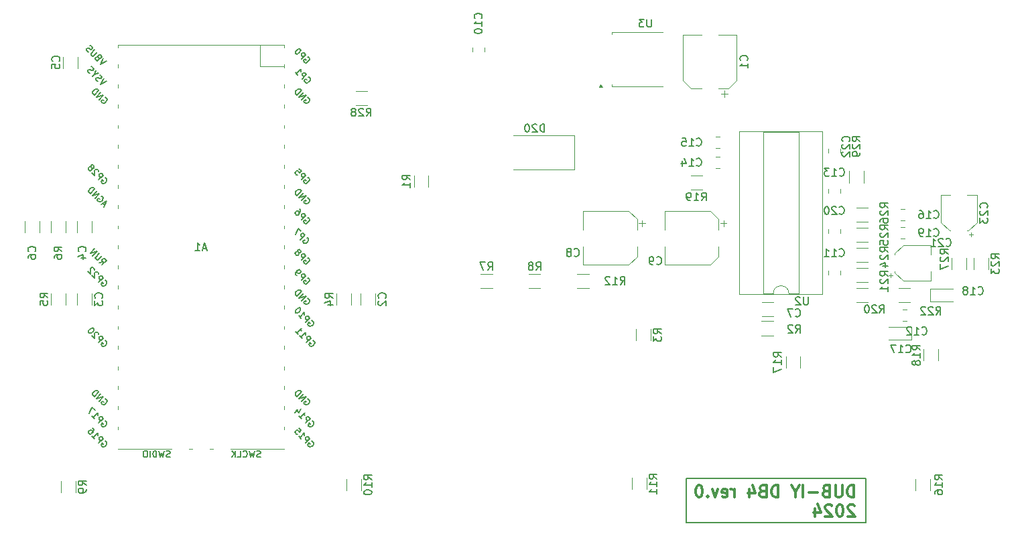
<source format=gbr>
%TF.GenerationSoftware,KiCad,Pcbnew,8.0.5*%
%TF.CreationDate,2024-11-14T16:27:45+01:00*%
%TF.ProjectId,VCO_RPIpico,56434f5f-5250-4497-9069-636f2e6b6963,0*%
%TF.SameCoordinates,Original*%
%TF.FileFunction,Legend,Bot*%
%TF.FilePolarity,Positive*%
%FSLAX46Y46*%
G04 Gerber Fmt 4.6, Leading zero omitted, Abs format (unit mm)*
G04 Created by KiCad (PCBNEW 8.0.5) date 2024-11-14 16:27:45*
%MOMM*%
%LPD*%
G01*
G04 APERTURE LIST*
%ADD10C,0.150000*%
%ADD11C,0.300000*%
%ADD12C,0.120000*%
G04 APERTURE END LIST*
D10*
X136350000Y-107700000D02*
X159050000Y-107700000D01*
X159050000Y-113300000D01*
X136350000Y-113300000D01*
X136350000Y-107700000D01*
D11*
X157545489Y-110085912D02*
X157545489Y-108585912D01*
X157545489Y-108585912D02*
X157188346Y-108585912D01*
X157188346Y-108585912D02*
X156974060Y-108657341D01*
X156974060Y-108657341D02*
X156831203Y-108800198D01*
X156831203Y-108800198D02*
X156759774Y-108943055D01*
X156759774Y-108943055D02*
X156688346Y-109228769D01*
X156688346Y-109228769D02*
X156688346Y-109443055D01*
X156688346Y-109443055D02*
X156759774Y-109728769D01*
X156759774Y-109728769D02*
X156831203Y-109871626D01*
X156831203Y-109871626D02*
X156974060Y-110014484D01*
X156974060Y-110014484D02*
X157188346Y-110085912D01*
X157188346Y-110085912D02*
X157545489Y-110085912D01*
X156045489Y-108585912D02*
X156045489Y-109800198D01*
X156045489Y-109800198D02*
X155974060Y-109943055D01*
X155974060Y-109943055D02*
X155902632Y-110014484D01*
X155902632Y-110014484D02*
X155759774Y-110085912D01*
X155759774Y-110085912D02*
X155474060Y-110085912D01*
X155474060Y-110085912D02*
X155331203Y-110014484D01*
X155331203Y-110014484D02*
X155259774Y-109943055D01*
X155259774Y-109943055D02*
X155188346Y-109800198D01*
X155188346Y-109800198D02*
X155188346Y-108585912D01*
X153974060Y-109300198D02*
X153759774Y-109371626D01*
X153759774Y-109371626D02*
X153688345Y-109443055D01*
X153688345Y-109443055D02*
X153616917Y-109585912D01*
X153616917Y-109585912D02*
X153616917Y-109800198D01*
X153616917Y-109800198D02*
X153688345Y-109943055D01*
X153688345Y-109943055D02*
X153759774Y-110014484D01*
X153759774Y-110014484D02*
X153902631Y-110085912D01*
X153902631Y-110085912D02*
X154474060Y-110085912D01*
X154474060Y-110085912D02*
X154474060Y-108585912D01*
X154474060Y-108585912D02*
X153974060Y-108585912D01*
X153974060Y-108585912D02*
X153831203Y-108657341D01*
X153831203Y-108657341D02*
X153759774Y-108728769D01*
X153759774Y-108728769D02*
X153688345Y-108871626D01*
X153688345Y-108871626D02*
X153688345Y-109014484D01*
X153688345Y-109014484D02*
X153759774Y-109157341D01*
X153759774Y-109157341D02*
X153831203Y-109228769D01*
X153831203Y-109228769D02*
X153974060Y-109300198D01*
X153974060Y-109300198D02*
X154474060Y-109300198D01*
X152974060Y-109514484D02*
X151831203Y-109514484D01*
X151116917Y-110085912D02*
X151116917Y-108585912D01*
X150116916Y-109371626D02*
X150116916Y-110085912D01*
X150616916Y-108585912D02*
X150116916Y-109371626D01*
X150116916Y-109371626D02*
X149616916Y-108585912D01*
X147974060Y-110085912D02*
X147974060Y-108585912D01*
X147974060Y-108585912D02*
X147616917Y-108585912D01*
X147616917Y-108585912D02*
X147402631Y-108657341D01*
X147402631Y-108657341D02*
X147259774Y-108800198D01*
X147259774Y-108800198D02*
X147188345Y-108943055D01*
X147188345Y-108943055D02*
X147116917Y-109228769D01*
X147116917Y-109228769D02*
X147116917Y-109443055D01*
X147116917Y-109443055D02*
X147188345Y-109728769D01*
X147188345Y-109728769D02*
X147259774Y-109871626D01*
X147259774Y-109871626D02*
X147402631Y-110014484D01*
X147402631Y-110014484D02*
X147616917Y-110085912D01*
X147616917Y-110085912D02*
X147974060Y-110085912D01*
X145974060Y-109300198D02*
X145759774Y-109371626D01*
X145759774Y-109371626D02*
X145688345Y-109443055D01*
X145688345Y-109443055D02*
X145616917Y-109585912D01*
X145616917Y-109585912D02*
X145616917Y-109800198D01*
X145616917Y-109800198D02*
X145688345Y-109943055D01*
X145688345Y-109943055D02*
X145759774Y-110014484D01*
X145759774Y-110014484D02*
X145902631Y-110085912D01*
X145902631Y-110085912D02*
X146474060Y-110085912D01*
X146474060Y-110085912D02*
X146474060Y-108585912D01*
X146474060Y-108585912D02*
X145974060Y-108585912D01*
X145974060Y-108585912D02*
X145831203Y-108657341D01*
X145831203Y-108657341D02*
X145759774Y-108728769D01*
X145759774Y-108728769D02*
X145688345Y-108871626D01*
X145688345Y-108871626D02*
X145688345Y-109014484D01*
X145688345Y-109014484D02*
X145759774Y-109157341D01*
X145759774Y-109157341D02*
X145831203Y-109228769D01*
X145831203Y-109228769D02*
X145974060Y-109300198D01*
X145974060Y-109300198D02*
X146474060Y-109300198D01*
X144331203Y-109085912D02*
X144331203Y-110085912D01*
X144688345Y-108514484D02*
X145045488Y-109585912D01*
X145045488Y-109585912D02*
X144116917Y-109585912D01*
X142402632Y-110085912D02*
X142402632Y-109085912D01*
X142402632Y-109371626D02*
X142331203Y-109228769D01*
X142331203Y-109228769D02*
X142259775Y-109157341D01*
X142259775Y-109157341D02*
X142116917Y-109085912D01*
X142116917Y-109085912D02*
X141974060Y-109085912D01*
X140902632Y-110014484D02*
X141045489Y-110085912D01*
X141045489Y-110085912D02*
X141331204Y-110085912D01*
X141331204Y-110085912D02*
X141474061Y-110014484D01*
X141474061Y-110014484D02*
X141545489Y-109871626D01*
X141545489Y-109871626D02*
X141545489Y-109300198D01*
X141545489Y-109300198D02*
X141474061Y-109157341D01*
X141474061Y-109157341D02*
X141331204Y-109085912D01*
X141331204Y-109085912D02*
X141045489Y-109085912D01*
X141045489Y-109085912D02*
X140902632Y-109157341D01*
X140902632Y-109157341D02*
X140831204Y-109300198D01*
X140831204Y-109300198D02*
X140831204Y-109443055D01*
X140831204Y-109443055D02*
X141545489Y-109585912D01*
X140331204Y-109085912D02*
X139974061Y-110085912D01*
X139974061Y-110085912D02*
X139616918Y-109085912D01*
X139045490Y-109943055D02*
X138974061Y-110014484D01*
X138974061Y-110014484D02*
X139045490Y-110085912D01*
X139045490Y-110085912D02*
X139116918Y-110014484D01*
X139116918Y-110014484D02*
X139045490Y-109943055D01*
X139045490Y-109943055D02*
X139045490Y-110085912D01*
X138045489Y-108585912D02*
X137902632Y-108585912D01*
X137902632Y-108585912D02*
X137759775Y-108657341D01*
X137759775Y-108657341D02*
X137688347Y-108728769D01*
X137688347Y-108728769D02*
X137616918Y-108871626D01*
X137616918Y-108871626D02*
X137545489Y-109157341D01*
X137545489Y-109157341D02*
X137545489Y-109514484D01*
X137545489Y-109514484D02*
X137616918Y-109800198D01*
X137616918Y-109800198D02*
X137688347Y-109943055D01*
X137688347Y-109943055D02*
X137759775Y-110014484D01*
X137759775Y-110014484D02*
X137902632Y-110085912D01*
X137902632Y-110085912D02*
X138045489Y-110085912D01*
X138045489Y-110085912D02*
X138188347Y-110014484D01*
X138188347Y-110014484D02*
X138259775Y-109943055D01*
X138259775Y-109943055D02*
X138331204Y-109800198D01*
X138331204Y-109800198D02*
X138402632Y-109514484D01*
X138402632Y-109514484D02*
X138402632Y-109157341D01*
X138402632Y-109157341D02*
X138331204Y-108871626D01*
X138331204Y-108871626D02*
X138259775Y-108728769D01*
X138259775Y-108728769D02*
X138188347Y-108657341D01*
X138188347Y-108657341D02*
X138045489Y-108585912D01*
X157616917Y-111143685D02*
X157545489Y-111072257D01*
X157545489Y-111072257D02*
X157402632Y-111000828D01*
X157402632Y-111000828D02*
X157045489Y-111000828D01*
X157045489Y-111000828D02*
X156902632Y-111072257D01*
X156902632Y-111072257D02*
X156831203Y-111143685D01*
X156831203Y-111143685D02*
X156759774Y-111286542D01*
X156759774Y-111286542D02*
X156759774Y-111429400D01*
X156759774Y-111429400D02*
X156831203Y-111643685D01*
X156831203Y-111643685D02*
X157688346Y-112500828D01*
X157688346Y-112500828D02*
X156759774Y-112500828D01*
X155831203Y-111000828D02*
X155688346Y-111000828D01*
X155688346Y-111000828D02*
X155545489Y-111072257D01*
X155545489Y-111072257D02*
X155474061Y-111143685D01*
X155474061Y-111143685D02*
X155402632Y-111286542D01*
X155402632Y-111286542D02*
X155331203Y-111572257D01*
X155331203Y-111572257D02*
X155331203Y-111929400D01*
X155331203Y-111929400D02*
X155402632Y-112215114D01*
X155402632Y-112215114D02*
X155474061Y-112357971D01*
X155474061Y-112357971D02*
X155545489Y-112429400D01*
X155545489Y-112429400D02*
X155688346Y-112500828D01*
X155688346Y-112500828D02*
X155831203Y-112500828D01*
X155831203Y-112500828D02*
X155974061Y-112429400D01*
X155974061Y-112429400D02*
X156045489Y-112357971D01*
X156045489Y-112357971D02*
X156116918Y-112215114D01*
X156116918Y-112215114D02*
X156188346Y-111929400D01*
X156188346Y-111929400D02*
X156188346Y-111572257D01*
X156188346Y-111572257D02*
X156116918Y-111286542D01*
X156116918Y-111286542D02*
X156045489Y-111143685D01*
X156045489Y-111143685D02*
X155974061Y-111072257D01*
X155974061Y-111072257D02*
X155831203Y-111000828D01*
X154759775Y-111143685D02*
X154688347Y-111072257D01*
X154688347Y-111072257D02*
X154545490Y-111000828D01*
X154545490Y-111000828D02*
X154188347Y-111000828D01*
X154188347Y-111000828D02*
X154045490Y-111072257D01*
X154045490Y-111072257D02*
X153974061Y-111143685D01*
X153974061Y-111143685D02*
X153902632Y-111286542D01*
X153902632Y-111286542D02*
X153902632Y-111429400D01*
X153902632Y-111429400D02*
X153974061Y-111643685D01*
X153974061Y-111643685D02*
X154831204Y-112500828D01*
X154831204Y-112500828D02*
X153902632Y-112500828D01*
X152616919Y-111500828D02*
X152616919Y-112500828D01*
X152974061Y-110929400D02*
X153331204Y-112000828D01*
X153331204Y-112000828D02*
X152402633Y-112000828D01*
D10*
X132606666Y-80601580D02*
X132654285Y-80649200D01*
X132654285Y-80649200D02*
X132797142Y-80696819D01*
X132797142Y-80696819D02*
X132892380Y-80696819D01*
X132892380Y-80696819D02*
X133035237Y-80649200D01*
X133035237Y-80649200D02*
X133130475Y-80553961D01*
X133130475Y-80553961D02*
X133178094Y-80458723D01*
X133178094Y-80458723D02*
X133225713Y-80268247D01*
X133225713Y-80268247D02*
X133225713Y-80125390D01*
X133225713Y-80125390D02*
X133178094Y-79934914D01*
X133178094Y-79934914D02*
X133130475Y-79839676D01*
X133130475Y-79839676D02*
X133035237Y-79744438D01*
X133035237Y-79744438D02*
X132892380Y-79696819D01*
X132892380Y-79696819D02*
X132797142Y-79696819D01*
X132797142Y-79696819D02*
X132654285Y-79744438D01*
X132654285Y-79744438D02*
X132606666Y-79792057D01*
X132130475Y-80696819D02*
X131939999Y-80696819D01*
X131939999Y-80696819D02*
X131844761Y-80649200D01*
X131844761Y-80649200D02*
X131797142Y-80601580D01*
X131797142Y-80601580D02*
X131701904Y-80458723D01*
X131701904Y-80458723D02*
X131654285Y-80268247D01*
X131654285Y-80268247D02*
X131654285Y-79887295D01*
X131654285Y-79887295D02*
X131701904Y-79792057D01*
X131701904Y-79792057D02*
X131749523Y-79744438D01*
X131749523Y-79744438D02*
X131844761Y-79696819D01*
X131844761Y-79696819D02*
X132035237Y-79696819D01*
X132035237Y-79696819D02*
X132130475Y-79744438D01*
X132130475Y-79744438D02*
X132178094Y-79792057D01*
X132178094Y-79792057D02*
X132225713Y-79887295D01*
X132225713Y-79887295D02*
X132225713Y-80125390D01*
X132225713Y-80125390D02*
X132178094Y-80220628D01*
X132178094Y-80220628D02*
X132130475Y-80268247D01*
X132130475Y-80268247D02*
X132035237Y-80315866D01*
X132035237Y-80315866D02*
X131844761Y-80315866D01*
X131844761Y-80315866D02*
X131749523Y-80268247D01*
X131749523Y-80268247D02*
X131701904Y-80220628D01*
X131701904Y-80220628D02*
X131654285Y-80125390D01*
X150148666Y-89306819D02*
X150481999Y-88830628D01*
X150720094Y-89306819D02*
X150720094Y-88306819D01*
X150720094Y-88306819D02*
X150339142Y-88306819D01*
X150339142Y-88306819D02*
X150243904Y-88354438D01*
X150243904Y-88354438D02*
X150196285Y-88402057D01*
X150196285Y-88402057D02*
X150148666Y-88497295D01*
X150148666Y-88497295D02*
X150148666Y-88640152D01*
X150148666Y-88640152D02*
X150196285Y-88735390D01*
X150196285Y-88735390D02*
X150243904Y-88783009D01*
X150243904Y-88783009D02*
X150339142Y-88830628D01*
X150339142Y-88830628D02*
X150720094Y-88830628D01*
X149767713Y-88402057D02*
X149720094Y-88354438D01*
X149720094Y-88354438D02*
X149624856Y-88306819D01*
X149624856Y-88306819D02*
X149386761Y-88306819D01*
X149386761Y-88306819D02*
X149291523Y-88354438D01*
X149291523Y-88354438D02*
X149243904Y-88402057D01*
X149243904Y-88402057D02*
X149196285Y-88497295D01*
X149196285Y-88497295D02*
X149196285Y-88592533D01*
X149196285Y-88592533D02*
X149243904Y-88735390D01*
X149243904Y-88735390D02*
X149815332Y-89306819D01*
X149815332Y-89306819D02*
X149196285Y-89306819D01*
X54075580Y-79033333D02*
X54123200Y-78985714D01*
X54123200Y-78985714D02*
X54170819Y-78842857D01*
X54170819Y-78842857D02*
X54170819Y-78747619D01*
X54170819Y-78747619D02*
X54123200Y-78604762D01*
X54123200Y-78604762D02*
X54027961Y-78509524D01*
X54027961Y-78509524D02*
X53932723Y-78461905D01*
X53932723Y-78461905D02*
X53742247Y-78414286D01*
X53742247Y-78414286D02*
X53599390Y-78414286D01*
X53599390Y-78414286D02*
X53408914Y-78461905D01*
X53408914Y-78461905D02*
X53313676Y-78509524D01*
X53313676Y-78509524D02*
X53218438Y-78604762D01*
X53218438Y-78604762D02*
X53170819Y-78747619D01*
X53170819Y-78747619D02*
X53170819Y-78842857D01*
X53170819Y-78842857D02*
X53218438Y-78985714D01*
X53218438Y-78985714D02*
X53266057Y-79033333D01*
X53170819Y-79890476D02*
X53170819Y-79700000D01*
X53170819Y-79700000D02*
X53218438Y-79604762D01*
X53218438Y-79604762D02*
X53266057Y-79557143D01*
X53266057Y-79557143D02*
X53408914Y-79461905D01*
X53408914Y-79461905D02*
X53599390Y-79414286D01*
X53599390Y-79414286D02*
X53980342Y-79414286D01*
X53980342Y-79414286D02*
X54075580Y-79461905D01*
X54075580Y-79461905D02*
X54123200Y-79509524D01*
X54123200Y-79509524D02*
X54170819Y-79604762D01*
X54170819Y-79604762D02*
X54170819Y-79795238D01*
X54170819Y-79795238D02*
X54123200Y-79890476D01*
X54123200Y-79890476D02*
X54075580Y-79938095D01*
X54075580Y-79938095D02*
X53980342Y-79985714D01*
X53980342Y-79985714D02*
X53742247Y-79985714D01*
X53742247Y-79985714D02*
X53647009Y-79938095D01*
X53647009Y-79938095D02*
X53599390Y-79890476D01*
X53599390Y-79890476D02*
X53551771Y-79795238D01*
X53551771Y-79795238D02*
X53551771Y-79604762D01*
X53551771Y-79604762D02*
X53599390Y-79509524D01*
X53599390Y-79509524D02*
X53647009Y-79461905D01*
X53647009Y-79461905D02*
X53742247Y-79414286D01*
X169428819Y-79345142D02*
X168952628Y-79011809D01*
X169428819Y-78773714D02*
X168428819Y-78773714D01*
X168428819Y-78773714D02*
X168428819Y-79154666D01*
X168428819Y-79154666D02*
X168476438Y-79249904D01*
X168476438Y-79249904D02*
X168524057Y-79297523D01*
X168524057Y-79297523D02*
X168619295Y-79345142D01*
X168619295Y-79345142D02*
X168762152Y-79345142D01*
X168762152Y-79345142D02*
X168857390Y-79297523D01*
X168857390Y-79297523D02*
X168905009Y-79249904D01*
X168905009Y-79249904D02*
X168952628Y-79154666D01*
X168952628Y-79154666D02*
X168952628Y-78773714D01*
X168524057Y-79726095D02*
X168476438Y-79773714D01*
X168476438Y-79773714D02*
X168428819Y-79868952D01*
X168428819Y-79868952D02*
X168428819Y-80107047D01*
X168428819Y-80107047D02*
X168476438Y-80202285D01*
X168476438Y-80202285D02*
X168524057Y-80249904D01*
X168524057Y-80249904D02*
X168619295Y-80297523D01*
X168619295Y-80297523D02*
X168714533Y-80297523D01*
X168714533Y-80297523D02*
X168857390Y-80249904D01*
X168857390Y-80249904D02*
X169428819Y-79678476D01*
X169428819Y-79678476D02*
X169428819Y-80297523D01*
X168428819Y-80630857D02*
X168428819Y-81297523D01*
X168428819Y-81297523D02*
X169428819Y-80868952D01*
X138289857Y-72610819D02*
X138623190Y-72134628D01*
X138861285Y-72610819D02*
X138861285Y-71610819D01*
X138861285Y-71610819D02*
X138480333Y-71610819D01*
X138480333Y-71610819D02*
X138385095Y-71658438D01*
X138385095Y-71658438D02*
X138337476Y-71706057D01*
X138337476Y-71706057D02*
X138289857Y-71801295D01*
X138289857Y-71801295D02*
X138289857Y-71944152D01*
X138289857Y-71944152D02*
X138337476Y-72039390D01*
X138337476Y-72039390D02*
X138385095Y-72087009D01*
X138385095Y-72087009D02*
X138480333Y-72134628D01*
X138480333Y-72134628D02*
X138861285Y-72134628D01*
X137337476Y-72610819D02*
X137908904Y-72610819D01*
X137623190Y-72610819D02*
X137623190Y-71610819D01*
X137623190Y-71610819D02*
X137718428Y-71753676D01*
X137718428Y-71753676D02*
X137813666Y-71848914D01*
X137813666Y-71848914D02*
X137908904Y-71896533D01*
X136861285Y-72610819D02*
X136670809Y-72610819D01*
X136670809Y-72610819D02*
X136575571Y-72563200D01*
X136575571Y-72563200D02*
X136527952Y-72515580D01*
X136527952Y-72515580D02*
X136432714Y-72372723D01*
X136432714Y-72372723D02*
X136385095Y-72182247D01*
X136385095Y-72182247D02*
X136385095Y-71801295D01*
X136385095Y-71801295D02*
X136432714Y-71706057D01*
X136432714Y-71706057D02*
X136480333Y-71658438D01*
X136480333Y-71658438D02*
X136575571Y-71610819D01*
X136575571Y-71610819D02*
X136766047Y-71610819D01*
X136766047Y-71610819D02*
X136861285Y-71658438D01*
X136861285Y-71658438D02*
X136908904Y-71706057D01*
X136908904Y-71706057D02*
X136956523Y-71801295D01*
X136956523Y-71801295D02*
X136956523Y-72039390D01*
X136956523Y-72039390D02*
X136908904Y-72134628D01*
X136908904Y-72134628D02*
X136861285Y-72182247D01*
X136861285Y-72182247D02*
X136766047Y-72229866D01*
X136766047Y-72229866D02*
X136575571Y-72229866D01*
X136575571Y-72229866D02*
X136480333Y-72182247D01*
X136480333Y-72182247D02*
X136432714Y-72134628D01*
X136432714Y-72134628D02*
X136385095Y-72039390D01*
X174353580Y-73503142D02*
X174401200Y-73455523D01*
X174401200Y-73455523D02*
X174448819Y-73312666D01*
X174448819Y-73312666D02*
X174448819Y-73217428D01*
X174448819Y-73217428D02*
X174401200Y-73074571D01*
X174401200Y-73074571D02*
X174305961Y-72979333D01*
X174305961Y-72979333D02*
X174210723Y-72931714D01*
X174210723Y-72931714D02*
X174020247Y-72884095D01*
X174020247Y-72884095D02*
X173877390Y-72884095D01*
X173877390Y-72884095D02*
X173686914Y-72931714D01*
X173686914Y-72931714D02*
X173591676Y-72979333D01*
X173591676Y-72979333D02*
X173496438Y-73074571D01*
X173496438Y-73074571D02*
X173448819Y-73217428D01*
X173448819Y-73217428D02*
X173448819Y-73312666D01*
X173448819Y-73312666D02*
X173496438Y-73455523D01*
X173496438Y-73455523D02*
X173544057Y-73503142D01*
X173544057Y-73884095D02*
X173496438Y-73931714D01*
X173496438Y-73931714D02*
X173448819Y-74026952D01*
X173448819Y-74026952D02*
X173448819Y-74265047D01*
X173448819Y-74265047D02*
X173496438Y-74360285D01*
X173496438Y-74360285D02*
X173544057Y-74407904D01*
X173544057Y-74407904D02*
X173639295Y-74455523D01*
X173639295Y-74455523D02*
X173734533Y-74455523D01*
X173734533Y-74455523D02*
X173877390Y-74407904D01*
X173877390Y-74407904D02*
X174448819Y-73836476D01*
X174448819Y-73836476D02*
X174448819Y-74455523D01*
X173448819Y-74788857D02*
X173448819Y-75407904D01*
X173448819Y-75407904D02*
X173829771Y-75074571D01*
X173829771Y-75074571D02*
X173829771Y-75217428D01*
X173829771Y-75217428D02*
X173877390Y-75312666D01*
X173877390Y-75312666D02*
X173925009Y-75360285D01*
X173925009Y-75360285D02*
X174020247Y-75407904D01*
X174020247Y-75407904D02*
X174258342Y-75407904D01*
X174258342Y-75407904D02*
X174353580Y-75360285D01*
X174353580Y-75360285D02*
X174401200Y-75312666D01*
X174401200Y-75312666D02*
X174448819Y-75217428D01*
X174448819Y-75217428D02*
X174448819Y-74931714D01*
X174448819Y-74931714D02*
X174401200Y-74836476D01*
X174401200Y-74836476D02*
X174353580Y-74788857D01*
X167896857Y-87020819D02*
X168230190Y-86544628D01*
X168468285Y-87020819D02*
X168468285Y-86020819D01*
X168468285Y-86020819D02*
X168087333Y-86020819D01*
X168087333Y-86020819D02*
X167992095Y-86068438D01*
X167992095Y-86068438D02*
X167944476Y-86116057D01*
X167944476Y-86116057D02*
X167896857Y-86211295D01*
X167896857Y-86211295D02*
X167896857Y-86354152D01*
X167896857Y-86354152D02*
X167944476Y-86449390D01*
X167944476Y-86449390D02*
X167992095Y-86497009D01*
X167992095Y-86497009D02*
X168087333Y-86544628D01*
X168087333Y-86544628D02*
X168468285Y-86544628D01*
X167515904Y-86116057D02*
X167468285Y-86068438D01*
X167468285Y-86068438D02*
X167373047Y-86020819D01*
X167373047Y-86020819D02*
X167134952Y-86020819D01*
X167134952Y-86020819D02*
X167039714Y-86068438D01*
X167039714Y-86068438D02*
X166992095Y-86116057D01*
X166992095Y-86116057D02*
X166944476Y-86211295D01*
X166944476Y-86211295D02*
X166944476Y-86306533D01*
X166944476Y-86306533D02*
X166992095Y-86449390D01*
X166992095Y-86449390D02*
X167563523Y-87020819D01*
X167563523Y-87020819D02*
X166944476Y-87020819D01*
X166563523Y-86116057D02*
X166515904Y-86068438D01*
X166515904Y-86068438D02*
X166420666Y-86020819D01*
X166420666Y-86020819D02*
X166182571Y-86020819D01*
X166182571Y-86020819D02*
X166087333Y-86068438D01*
X166087333Y-86068438D02*
X166039714Y-86116057D01*
X166039714Y-86116057D02*
X165992095Y-86211295D01*
X165992095Y-86211295D02*
X165992095Y-86306533D01*
X165992095Y-86306533D02*
X166039714Y-86449390D01*
X166039714Y-86449390D02*
X166611142Y-87020819D01*
X166611142Y-87020819D02*
X165992095Y-87020819D01*
X166118857Y-89465580D02*
X166166476Y-89513200D01*
X166166476Y-89513200D02*
X166309333Y-89560819D01*
X166309333Y-89560819D02*
X166404571Y-89560819D01*
X166404571Y-89560819D02*
X166547428Y-89513200D01*
X166547428Y-89513200D02*
X166642666Y-89417961D01*
X166642666Y-89417961D02*
X166690285Y-89322723D01*
X166690285Y-89322723D02*
X166737904Y-89132247D01*
X166737904Y-89132247D02*
X166737904Y-88989390D01*
X166737904Y-88989390D02*
X166690285Y-88798914D01*
X166690285Y-88798914D02*
X166642666Y-88703676D01*
X166642666Y-88703676D02*
X166547428Y-88608438D01*
X166547428Y-88608438D02*
X166404571Y-88560819D01*
X166404571Y-88560819D02*
X166309333Y-88560819D01*
X166309333Y-88560819D02*
X166166476Y-88608438D01*
X166166476Y-88608438D02*
X166118857Y-88656057D01*
X165166476Y-89560819D02*
X165737904Y-89560819D01*
X165452190Y-89560819D02*
X165452190Y-88560819D01*
X165452190Y-88560819D02*
X165547428Y-88703676D01*
X165547428Y-88703676D02*
X165642666Y-88798914D01*
X165642666Y-88798914D02*
X165737904Y-88846533D01*
X164785523Y-88656057D02*
X164737904Y-88608438D01*
X164737904Y-88608438D02*
X164642666Y-88560819D01*
X164642666Y-88560819D02*
X164404571Y-88560819D01*
X164404571Y-88560819D02*
X164309333Y-88608438D01*
X164309333Y-88608438D02*
X164261714Y-88656057D01*
X164261714Y-88656057D02*
X164214095Y-88751295D01*
X164214095Y-88751295D02*
X164214095Y-88846533D01*
X164214095Y-88846533D02*
X164261714Y-88989390D01*
X164261714Y-88989390D02*
X164833142Y-89560819D01*
X164833142Y-89560819D02*
X164214095Y-89560819D01*
X111286666Y-81390819D02*
X111619999Y-80914628D01*
X111858094Y-81390819D02*
X111858094Y-80390819D01*
X111858094Y-80390819D02*
X111477142Y-80390819D01*
X111477142Y-80390819D02*
X111381904Y-80438438D01*
X111381904Y-80438438D02*
X111334285Y-80486057D01*
X111334285Y-80486057D02*
X111286666Y-80581295D01*
X111286666Y-80581295D02*
X111286666Y-80724152D01*
X111286666Y-80724152D02*
X111334285Y-80819390D01*
X111334285Y-80819390D02*
X111381904Y-80867009D01*
X111381904Y-80867009D02*
X111477142Y-80914628D01*
X111477142Y-80914628D02*
X111858094Y-80914628D01*
X110953332Y-80390819D02*
X110286666Y-80390819D01*
X110286666Y-80390819D02*
X110715237Y-81390819D01*
X156929580Y-65121142D02*
X156977200Y-65073523D01*
X156977200Y-65073523D02*
X157024819Y-64930666D01*
X157024819Y-64930666D02*
X157024819Y-64835428D01*
X157024819Y-64835428D02*
X156977200Y-64692571D01*
X156977200Y-64692571D02*
X156881961Y-64597333D01*
X156881961Y-64597333D02*
X156786723Y-64549714D01*
X156786723Y-64549714D02*
X156596247Y-64502095D01*
X156596247Y-64502095D02*
X156453390Y-64502095D01*
X156453390Y-64502095D02*
X156262914Y-64549714D01*
X156262914Y-64549714D02*
X156167676Y-64597333D01*
X156167676Y-64597333D02*
X156072438Y-64692571D01*
X156072438Y-64692571D02*
X156024819Y-64835428D01*
X156024819Y-64835428D02*
X156024819Y-64930666D01*
X156024819Y-64930666D02*
X156072438Y-65073523D01*
X156072438Y-65073523D02*
X156120057Y-65121142D01*
X156120057Y-65502095D02*
X156072438Y-65549714D01*
X156072438Y-65549714D02*
X156024819Y-65644952D01*
X156024819Y-65644952D02*
X156024819Y-65883047D01*
X156024819Y-65883047D02*
X156072438Y-65978285D01*
X156072438Y-65978285D02*
X156120057Y-66025904D01*
X156120057Y-66025904D02*
X156215295Y-66073523D01*
X156215295Y-66073523D02*
X156310533Y-66073523D01*
X156310533Y-66073523D02*
X156453390Y-66025904D01*
X156453390Y-66025904D02*
X157024819Y-65454476D01*
X157024819Y-65454476D02*
X157024819Y-66073523D01*
X156120057Y-66454476D02*
X156072438Y-66502095D01*
X156072438Y-66502095D02*
X156024819Y-66597333D01*
X156024819Y-66597333D02*
X156024819Y-66835428D01*
X156024819Y-66835428D02*
X156072438Y-66930666D01*
X156072438Y-66930666D02*
X156120057Y-66978285D01*
X156120057Y-66978285D02*
X156215295Y-67025904D01*
X156215295Y-67025904D02*
X156310533Y-67025904D01*
X156310533Y-67025904D02*
X156453390Y-66978285D01*
X156453390Y-66978285D02*
X157024819Y-66406857D01*
X157024819Y-66406857D02*
X157024819Y-67025904D01*
X57107580Y-54978333D02*
X57155200Y-54930714D01*
X57155200Y-54930714D02*
X57202819Y-54787857D01*
X57202819Y-54787857D02*
X57202819Y-54692619D01*
X57202819Y-54692619D02*
X57155200Y-54549762D01*
X57155200Y-54549762D02*
X57059961Y-54454524D01*
X57059961Y-54454524D02*
X56964723Y-54406905D01*
X56964723Y-54406905D02*
X56774247Y-54359286D01*
X56774247Y-54359286D02*
X56631390Y-54359286D01*
X56631390Y-54359286D02*
X56440914Y-54406905D01*
X56440914Y-54406905D02*
X56345676Y-54454524D01*
X56345676Y-54454524D02*
X56250438Y-54549762D01*
X56250438Y-54549762D02*
X56202819Y-54692619D01*
X56202819Y-54692619D02*
X56202819Y-54787857D01*
X56202819Y-54787857D02*
X56250438Y-54930714D01*
X56250438Y-54930714D02*
X56298057Y-54978333D01*
X56202819Y-55883095D02*
X56202819Y-55406905D01*
X56202819Y-55406905D02*
X56679009Y-55359286D01*
X56679009Y-55359286D02*
X56631390Y-55406905D01*
X56631390Y-55406905D02*
X56583771Y-55502143D01*
X56583771Y-55502143D02*
X56583771Y-55740238D01*
X56583771Y-55740238D02*
X56631390Y-55835476D01*
X56631390Y-55835476D02*
X56679009Y-55883095D01*
X56679009Y-55883095D02*
X56774247Y-55930714D01*
X56774247Y-55930714D02*
X57012342Y-55930714D01*
X57012342Y-55930714D02*
X57107580Y-55883095D01*
X57107580Y-55883095D02*
X57155200Y-55835476D01*
X57155200Y-55835476D02*
X57202819Y-55740238D01*
X57202819Y-55740238D02*
X57202819Y-55502143D01*
X57202819Y-55502143D02*
X57155200Y-55406905D01*
X57155200Y-55406905D02*
X57107580Y-55359286D01*
X161850819Y-82139142D02*
X161374628Y-81805809D01*
X161850819Y-81567714D02*
X160850819Y-81567714D01*
X160850819Y-81567714D02*
X160850819Y-81948666D01*
X160850819Y-81948666D02*
X160898438Y-82043904D01*
X160898438Y-82043904D02*
X160946057Y-82091523D01*
X160946057Y-82091523D02*
X161041295Y-82139142D01*
X161041295Y-82139142D02*
X161184152Y-82139142D01*
X161184152Y-82139142D02*
X161279390Y-82091523D01*
X161279390Y-82091523D02*
X161327009Y-82043904D01*
X161327009Y-82043904D02*
X161374628Y-81948666D01*
X161374628Y-81948666D02*
X161374628Y-81567714D01*
X160946057Y-82520095D02*
X160898438Y-82567714D01*
X160898438Y-82567714D02*
X160850819Y-82662952D01*
X160850819Y-82662952D02*
X160850819Y-82901047D01*
X160850819Y-82901047D02*
X160898438Y-82996285D01*
X160898438Y-82996285D02*
X160946057Y-83043904D01*
X160946057Y-83043904D02*
X161041295Y-83091523D01*
X161041295Y-83091523D02*
X161136533Y-83091523D01*
X161136533Y-83091523D02*
X161279390Y-83043904D01*
X161279390Y-83043904D02*
X161850819Y-82472476D01*
X161850819Y-82472476D02*
X161850819Y-83091523D01*
X161850819Y-84043904D02*
X161850819Y-83472476D01*
X161850819Y-83758190D02*
X160850819Y-83758190D01*
X160850819Y-83758190D02*
X160993676Y-83662952D01*
X160993676Y-83662952D02*
X161088914Y-83567714D01*
X161088914Y-83567714D02*
X161136533Y-83472476D01*
X144023580Y-54887333D02*
X144071200Y-54839714D01*
X144071200Y-54839714D02*
X144118819Y-54696857D01*
X144118819Y-54696857D02*
X144118819Y-54601619D01*
X144118819Y-54601619D02*
X144071200Y-54458762D01*
X144071200Y-54458762D02*
X143975961Y-54363524D01*
X143975961Y-54363524D02*
X143880723Y-54315905D01*
X143880723Y-54315905D02*
X143690247Y-54268286D01*
X143690247Y-54268286D02*
X143547390Y-54268286D01*
X143547390Y-54268286D02*
X143356914Y-54315905D01*
X143356914Y-54315905D02*
X143261676Y-54363524D01*
X143261676Y-54363524D02*
X143166438Y-54458762D01*
X143166438Y-54458762D02*
X143118819Y-54601619D01*
X143118819Y-54601619D02*
X143118819Y-54696857D01*
X143118819Y-54696857D02*
X143166438Y-54839714D01*
X143166438Y-54839714D02*
X143214057Y-54887333D01*
X144118819Y-55839714D02*
X144118819Y-55268286D01*
X144118819Y-55554000D02*
X143118819Y-55554000D01*
X143118819Y-55554000D02*
X143261676Y-55458762D01*
X143261676Y-55458762D02*
X143356914Y-55363524D01*
X143356914Y-55363524D02*
X143404533Y-55268286D01*
X158310819Y-65095142D02*
X157834628Y-64761809D01*
X158310819Y-64523714D02*
X157310819Y-64523714D01*
X157310819Y-64523714D02*
X157310819Y-64904666D01*
X157310819Y-64904666D02*
X157358438Y-64999904D01*
X157358438Y-64999904D02*
X157406057Y-65047523D01*
X157406057Y-65047523D02*
X157501295Y-65095142D01*
X157501295Y-65095142D02*
X157644152Y-65095142D01*
X157644152Y-65095142D02*
X157739390Y-65047523D01*
X157739390Y-65047523D02*
X157787009Y-64999904D01*
X157787009Y-64999904D02*
X157834628Y-64904666D01*
X157834628Y-64904666D02*
X157834628Y-64523714D01*
X157406057Y-65476095D02*
X157358438Y-65523714D01*
X157358438Y-65523714D02*
X157310819Y-65618952D01*
X157310819Y-65618952D02*
X157310819Y-65857047D01*
X157310819Y-65857047D02*
X157358438Y-65952285D01*
X157358438Y-65952285D02*
X157406057Y-65999904D01*
X157406057Y-65999904D02*
X157501295Y-66047523D01*
X157501295Y-66047523D02*
X157596533Y-66047523D01*
X157596533Y-66047523D02*
X157739390Y-65999904D01*
X157739390Y-65999904D02*
X158310819Y-65428476D01*
X158310819Y-65428476D02*
X158310819Y-66047523D01*
X158310819Y-66523714D02*
X158310819Y-66714190D01*
X158310819Y-66714190D02*
X158263200Y-66809428D01*
X158263200Y-66809428D02*
X158215580Y-66857047D01*
X158215580Y-66857047D02*
X158072723Y-66952285D01*
X158072723Y-66952285D02*
X157882247Y-66999904D01*
X157882247Y-66999904D02*
X157501295Y-66999904D01*
X157501295Y-66999904D02*
X157406057Y-66952285D01*
X157406057Y-66952285D02*
X157358438Y-66904666D01*
X157358438Y-66904666D02*
X157310819Y-66809428D01*
X157310819Y-66809428D02*
X157310819Y-66618952D01*
X157310819Y-66618952D02*
X157358438Y-66523714D01*
X157358438Y-66523714D02*
X157406057Y-66476095D01*
X157406057Y-66476095D02*
X157501295Y-66428476D01*
X157501295Y-66428476D02*
X157739390Y-66428476D01*
X157739390Y-66428476D02*
X157834628Y-66476095D01*
X157834628Y-66476095D02*
X157882247Y-66523714D01*
X157882247Y-66523714D02*
X157929866Y-66618952D01*
X157929866Y-66618952D02*
X157929866Y-66809428D01*
X157929866Y-66809428D02*
X157882247Y-66904666D01*
X157882247Y-66904666D02*
X157834628Y-66952285D01*
X157834628Y-66952285D02*
X157739390Y-66999904D01*
X168724819Y-107854642D02*
X168248628Y-107521309D01*
X168724819Y-107283214D02*
X167724819Y-107283214D01*
X167724819Y-107283214D02*
X167724819Y-107664166D01*
X167724819Y-107664166D02*
X167772438Y-107759404D01*
X167772438Y-107759404D02*
X167820057Y-107807023D01*
X167820057Y-107807023D02*
X167915295Y-107854642D01*
X167915295Y-107854642D02*
X168058152Y-107854642D01*
X168058152Y-107854642D02*
X168153390Y-107807023D01*
X168153390Y-107807023D02*
X168201009Y-107759404D01*
X168201009Y-107759404D02*
X168248628Y-107664166D01*
X168248628Y-107664166D02*
X168248628Y-107283214D01*
X168724819Y-108807023D02*
X168724819Y-108235595D01*
X168724819Y-108521309D02*
X167724819Y-108521309D01*
X167724819Y-108521309D02*
X167867676Y-108426071D01*
X167867676Y-108426071D02*
X167962914Y-108330833D01*
X167962914Y-108330833D02*
X168010533Y-108235595D01*
X167724819Y-109664166D02*
X167724819Y-109473690D01*
X167724819Y-109473690D02*
X167772438Y-109378452D01*
X167772438Y-109378452D02*
X167820057Y-109330833D01*
X167820057Y-109330833D02*
X167962914Y-109235595D01*
X167962914Y-109235595D02*
X168153390Y-109187976D01*
X168153390Y-109187976D02*
X168534342Y-109187976D01*
X168534342Y-109187976D02*
X168629580Y-109235595D01*
X168629580Y-109235595D02*
X168677200Y-109283214D01*
X168677200Y-109283214D02*
X168724819Y-109378452D01*
X168724819Y-109378452D02*
X168724819Y-109568928D01*
X168724819Y-109568928D02*
X168677200Y-109664166D01*
X168677200Y-109664166D02*
X168629580Y-109711785D01*
X168629580Y-109711785D02*
X168534342Y-109759404D01*
X168534342Y-109759404D02*
X168296247Y-109759404D01*
X168296247Y-109759404D02*
X168201009Y-109711785D01*
X168201009Y-109711785D02*
X168153390Y-109664166D01*
X168153390Y-109664166D02*
X168105771Y-109568928D01*
X168105771Y-109568928D02*
X168105771Y-109378452D01*
X168105771Y-109378452D02*
X168153390Y-109283214D01*
X168153390Y-109283214D02*
X168201009Y-109235595D01*
X168201009Y-109235595D02*
X168296247Y-109187976D01*
X151743904Y-84776819D02*
X151743904Y-85586342D01*
X151743904Y-85586342D02*
X151696285Y-85681580D01*
X151696285Y-85681580D02*
X151648666Y-85729200D01*
X151648666Y-85729200D02*
X151553428Y-85776819D01*
X151553428Y-85776819D02*
X151362952Y-85776819D01*
X151362952Y-85776819D02*
X151267714Y-85729200D01*
X151267714Y-85729200D02*
X151220095Y-85681580D01*
X151220095Y-85681580D02*
X151172476Y-85586342D01*
X151172476Y-85586342D02*
X151172476Y-84776819D01*
X150743904Y-84872057D02*
X150696285Y-84824438D01*
X150696285Y-84824438D02*
X150601047Y-84776819D01*
X150601047Y-84776819D02*
X150362952Y-84776819D01*
X150362952Y-84776819D02*
X150267714Y-84824438D01*
X150267714Y-84824438D02*
X150220095Y-84872057D01*
X150220095Y-84872057D02*
X150172476Y-84967295D01*
X150172476Y-84967295D02*
X150172476Y-85062533D01*
X150172476Y-85062533D02*
X150220095Y-85205390D01*
X150220095Y-85205390D02*
X150791523Y-85776819D01*
X150791523Y-85776819D02*
X150172476Y-85776819D01*
X91704819Y-84901333D02*
X91228628Y-84568000D01*
X91704819Y-84329905D02*
X90704819Y-84329905D01*
X90704819Y-84329905D02*
X90704819Y-84710857D01*
X90704819Y-84710857D02*
X90752438Y-84806095D01*
X90752438Y-84806095D02*
X90800057Y-84853714D01*
X90800057Y-84853714D02*
X90895295Y-84901333D01*
X90895295Y-84901333D02*
X91038152Y-84901333D01*
X91038152Y-84901333D02*
X91133390Y-84853714D01*
X91133390Y-84853714D02*
X91181009Y-84806095D01*
X91181009Y-84806095D02*
X91228628Y-84710857D01*
X91228628Y-84710857D02*
X91228628Y-84329905D01*
X91038152Y-85758476D02*
X91704819Y-85758476D01*
X90657200Y-85520381D02*
X91371485Y-85282286D01*
X91371485Y-85282286D02*
X91371485Y-85901333D01*
X169166857Y-78289580D02*
X169214476Y-78337200D01*
X169214476Y-78337200D02*
X169357333Y-78384819D01*
X169357333Y-78384819D02*
X169452571Y-78384819D01*
X169452571Y-78384819D02*
X169595428Y-78337200D01*
X169595428Y-78337200D02*
X169690666Y-78241961D01*
X169690666Y-78241961D02*
X169738285Y-78146723D01*
X169738285Y-78146723D02*
X169785904Y-77956247D01*
X169785904Y-77956247D02*
X169785904Y-77813390D01*
X169785904Y-77813390D02*
X169738285Y-77622914D01*
X169738285Y-77622914D02*
X169690666Y-77527676D01*
X169690666Y-77527676D02*
X169595428Y-77432438D01*
X169595428Y-77432438D02*
X169452571Y-77384819D01*
X169452571Y-77384819D02*
X169357333Y-77384819D01*
X169357333Y-77384819D02*
X169214476Y-77432438D01*
X169214476Y-77432438D02*
X169166857Y-77480057D01*
X168785904Y-77480057D02*
X168738285Y-77432438D01*
X168738285Y-77432438D02*
X168643047Y-77384819D01*
X168643047Y-77384819D02*
X168404952Y-77384819D01*
X168404952Y-77384819D02*
X168309714Y-77432438D01*
X168309714Y-77432438D02*
X168262095Y-77480057D01*
X168262095Y-77480057D02*
X168214476Y-77575295D01*
X168214476Y-77575295D02*
X168214476Y-77670533D01*
X168214476Y-77670533D02*
X168262095Y-77813390D01*
X168262095Y-77813390D02*
X168833523Y-78384819D01*
X168833523Y-78384819D02*
X168214476Y-78384819D01*
X167262095Y-78384819D02*
X167833523Y-78384819D01*
X167547809Y-78384819D02*
X167547809Y-77384819D01*
X167547809Y-77384819D02*
X167643047Y-77527676D01*
X167643047Y-77527676D02*
X167738285Y-77622914D01*
X167738285Y-77622914D02*
X167833523Y-77670533D01*
X128018857Y-83210819D02*
X128352190Y-82734628D01*
X128590285Y-83210819D02*
X128590285Y-82210819D01*
X128590285Y-82210819D02*
X128209333Y-82210819D01*
X128209333Y-82210819D02*
X128114095Y-82258438D01*
X128114095Y-82258438D02*
X128066476Y-82306057D01*
X128066476Y-82306057D02*
X128018857Y-82401295D01*
X128018857Y-82401295D02*
X128018857Y-82544152D01*
X128018857Y-82544152D02*
X128066476Y-82639390D01*
X128066476Y-82639390D02*
X128114095Y-82687009D01*
X128114095Y-82687009D02*
X128209333Y-82734628D01*
X128209333Y-82734628D02*
X128590285Y-82734628D01*
X127066476Y-83210819D02*
X127637904Y-83210819D01*
X127352190Y-83210819D02*
X127352190Y-82210819D01*
X127352190Y-82210819D02*
X127447428Y-82353676D01*
X127447428Y-82353676D02*
X127542666Y-82448914D01*
X127542666Y-82448914D02*
X127637904Y-82496533D01*
X126685523Y-82306057D02*
X126637904Y-82258438D01*
X126637904Y-82258438D02*
X126542666Y-82210819D01*
X126542666Y-82210819D02*
X126304571Y-82210819D01*
X126304571Y-82210819D02*
X126209333Y-82258438D01*
X126209333Y-82258438D02*
X126161714Y-82306057D01*
X126161714Y-82306057D02*
X126114095Y-82401295D01*
X126114095Y-82401295D02*
X126114095Y-82496533D01*
X126114095Y-82496533D02*
X126161714Y-82639390D01*
X126161714Y-82639390D02*
X126733142Y-83210819D01*
X126733142Y-83210819D02*
X126114095Y-83210819D01*
X150148666Y-87179580D02*
X150196285Y-87227200D01*
X150196285Y-87227200D02*
X150339142Y-87274819D01*
X150339142Y-87274819D02*
X150434380Y-87274819D01*
X150434380Y-87274819D02*
X150577237Y-87227200D01*
X150577237Y-87227200D02*
X150672475Y-87131961D01*
X150672475Y-87131961D02*
X150720094Y-87036723D01*
X150720094Y-87036723D02*
X150767713Y-86846247D01*
X150767713Y-86846247D02*
X150767713Y-86703390D01*
X150767713Y-86703390D02*
X150720094Y-86512914D01*
X150720094Y-86512914D02*
X150672475Y-86417676D01*
X150672475Y-86417676D02*
X150577237Y-86322438D01*
X150577237Y-86322438D02*
X150434380Y-86274819D01*
X150434380Y-86274819D02*
X150339142Y-86274819D01*
X150339142Y-86274819D02*
X150196285Y-86322438D01*
X150196285Y-86322438D02*
X150148666Y-86370057D01*
X149815332Y-86274819D02*
X149148666Y-86274819D01*
X149148666Y-86274819D02*
X149577237Y-87274819D01*
X122192666Y-79559580D02*
X122240285Y-79607200D01*
X122240285Y-79607200D02*
X122383142Y-79654819D01*
X122383142Y-79654819D02*
X122478380Y-79654819D01*
X122478380Y-79654819D02*
X122621237Y-79607200D01*
X122621237Y-79607200D02*
X122716475Y-79511961D01*
X122716475Y-79511961D02*
X122764094Y-79416723D01*
X122764094Y-79416723D02*
X122811713Y-79226247D01*
X122811713Y-79226247D02*
X122811713Y-79083390D01*
X122811713Y-79083390D02*
X122764094Y-78892914D01*
X122764094Y-78892914D02*
X122716475Y-78797676D01*
X122716475Y-78797676D02*
X122621237Y-78702438D01*
X122621237Y-78702438D02*
X122478380Y-78654819D01*
X122478380Y-78654819D02*
X122383142Y-78654819D01*
X122383142Y-78654819D02*
X122240285Y-78702438D01*
X122240285Y-78702438D02*
X122192666Y-78750057D01*
X121621237Y-79083390D02*
X121716475Y-79035771D01*
X121716475Y-79035771D02*
X121764094Y-78988152D01*
X121764094Y-78988152D02*
X121811713Y-78892914D01*
X121811713Y-78892914D02*
X121811713Y-78845295D01*
X121811713Y-78845295D02*
X121764094Y-78750057D01*
X121764094Y-78750057D02*
X121716475Y-78702438D01*
X121716475Y-78702438D02*
X121621237Y-78654819D01*
X121621237Y-78654819D02*
X121430761Y-78654819D01*
X121430761Y-78654819D02*
X121335523Y-78702438D01*
X121335523Y-78702438D02*
X121287904Y-78750057D01*
X121287904Y-78750057D02*
X121240285Y-78845295D01*
X121240285Y-78845295D02*
X121240285Y-78892914D01*
X121240285Y-78892914D02*
X121287904Y-78988152D01*
X121287904Y-78988152D02*
X121335523Y-79035771D01*
X121335523Y-79035771D02*
X121430761Y-79083390D01*
X121430761Y-79083390D02*
X121621237Y-79083390D01*
X121621237Y-79083390D02*
X121716475Y-79131009D01*
X121716475Y-79131009D02*
X121764094Y-79178628D01*
X121764094Y-79178628D02*
X121811713Y-79273866D01*
X121811713Y-79273866D02*
X121811713Y-79464342D01*
X121811713Y-79464342D02*
X121764094Y-79559580D01*
X121764094Y-79559580D02*
X121716475Y-79607200D01*
X121716475Y-79607200D02*
X121621237Y-79654819D01*
X121621237Y-79654819D02*
X121430761Y-79654819D01*
X121430761Y-79654819D02*
X121335523Y-79607200D01*
X121335523Y-79607200D02*
X121287904Y-79559580D01*
X121287904Y-79559580D02*
X121240285Y-79464342D01*
X121240285Y-79464342D02*
X121240285Y-79273866D01*
X121240285Y-79273866D02*
X121287904Y-79178628D01*
X121287904Y-79178628D02*
X121335523Y-79131009D01*
X121335523Y-79131009D02*
X121430761Y-79083390D01*
X148388819Y-92360642D02*
X147912628Y-92027309D01*
X148388819Y-91789214D02*
X147388819Y-91789214D01*
X147388819Y-91789214D02*
X147388819Y-92170166D01*
X147388819Y-92170166D02*
X147436438Y-92265404D01*
X147436438Y-92265404D02*
X147484057Y-92313023D01*
X147484057Y-92313023D02*
X147579295Y-92360642D01*
X147579295Y-92360642D02*
X147722152Y-92360642D01*
X147722152Y-92360642D02*
X147817390Y-92313023D01*
X147817390Y-92313023D02*
X147865009Y-92265404D01*
X147865009Y-92265404D02*
X147912628Y-92170166D01*
X147912628Y-92170166D02*
X147912628Y-91789214D01*
X148388819Y-93313023D02*
X148388819Y-92741595D01*
X148388819Y-93027309D02*
X147388819Y-93027309D01*
X147388819Y-93027309D02*
X147531676Y-92932071D01*
X147531676Y-92932071D02*
X147626914Y-92836833D01*
X147626914Y-92836833D02*
X147674533Y-92741595D01*
X147388819Y-93646357D02*
X147388819Y-94313023D01*
X147388819Y-94313023D02*
X148388819Y-93884452D01*
X132656819Y-107767142D02*
X132180628Y-107433809D01*
X132656819Y-107195714D02*
X131656819Y-107195714D01*
X131656819Y-107195714D02*
X131656819Y-107576666D01*
X131656819Y-107576666D02*
X131704438Y-107671904D01*
X131704438Y-107671904D02*
X131752057Y-107719523D01*
X131752057Y-107719523D02*
X131847295Y-107767142D01*
X131847295Y-107767142D02*
X131990152Y-107767142D01*
X131990152Y-107767142D02*
X132085390Y-107719523D01*
X132085390Y-107719523D02*
X132133009Y-107671904D01*
X132133009Y-107671904D02*
X132180628Y-107576666D01*
X132180628Y-107576666D02*
X132180628Y-107195714D01*
X132656819Y-108719523D02*
X132656819Y-108148095D01*
X132656819Y-108433809D02*
X131656819Y-108433809D01*
X131656819Y-108433809D02*
X131799676Y-108338571D01*
X131799676Y-108338571D02*
X131894914Y-108243333D01*
X131894914Y-108243333D02*
X131942533Y-108148095D01*
X132656819Y-109671904D02*
X132656819Y-109100476D01*
X132656819Y-109386190D02*
X131656819Y-109386190D01*
X131656819Y-109386190D02*
X131799676Y-109290952D01*
X131799676Y-109290952D02*
X131894914Y-109195714D01*
X131894914Y-109195714D02*
X131942533Y-109100476D01*
X55694819Y-84875333D02*
X55218628Y-84542000D01*
X55694819Y-84303905D02*
X54694819Y-84303905D01*
X54694819Y-84303905D02*
X54694819Y-84684857D01*
X54694819Y-84684857D02*
X54742438Y-84780095D01*
X54742438Y-84780095D02*
X54790057Y-84827714D01*
X54790057Y-84827714D02*
X54885295Y-84875333D01*
X54885295Y-84875333D02*
X55028152Y-84875333D01*
X55028152Y-84875333D02*
X55123390Y-84827714D01*
X55123390Y-84827714D02*
X55171009Y-84780095D01*
X55171009Y-84780095D02*
X55218628Y-84684857D01*
X55218628Y-84684857D02*
X55218628Y-84303905D01*
X54694819Y-85780095D02*
X54694819Y-85303905D01*
X54694819Y-85303905D02*
X55171009Y-85256286D01*
X55171009Y-85256286D02*
X55123390Y-85303905D01*
X55123390Y-85303905D02*
X55075771Y-85399143D01*
X55075771Y-85399143D02*
X55075771Y-85637238D01*
X55075771Y-85637238D02*
X55123390Y-85732476D01*
X55123390Y-85732476D02*
X55171009Y-85780095D01*
X55171009Y-85780095D02*
X55266247Y-85827714D01*
X55266247Y-85827714D02*
X55504342Y-85827714D01*
X55504342Y-85827714D02*
X55599580Y-85780095D01*
X55599580Y-85780095D02*
X55647200Y-85732476D01*
X55647200Y-85732476D02*
X55694819Y-85637238D01*
X55694819Y-85637238D02*
X55694819Y-85399143D01*
X55694819Y-85399143D02*
X55647200Y-85303905D01*
X55647200Y-85303905D02*
X55599580Y-85256286D01*
X155688857Y-79585580D02*
X155736476Y-79633200D01*
X155736476Y-79633200D02*
X155879333Y-79680819D01*
X155879333Y-79680819D02*
X155974571Y-79680819D01*
X155974571Y-79680819D02*
X156117428Y-79633200D01*
X156117428Y-79633200D02*
X156212666Y-79537961D01*
X156212666Y-79537961D02*
X156260285Y-79442723D01*
X156260285Y-79442723D02*
X156307904Y-79252247D01*
X156307904Y-79252247D02*
X156307904Y-79109390D01*
X156307904Y-79109390D02*
X156260285Y-78918914D01*
X156260285Y-78918914D02*
X156212666Y-78823676D01*
X156212666Y-78823676D02*
X156117428Y-78728438D01*
X156117428Y-78728438D02*
X155974571Y-78680819D01*
X155974571Y-78680819D02*
X155879333Y-78680819D01*
X155879333Y-78680819D02*
X155736476Y-78728438D01*
X155736476Y-78728438D02*
X155688857Y-78776057D01*
X154736476Y-79680819D02*
X155307904Y-79680819D01*
X155022190Y-79680819D02*
X155022190Y-78680819D01*
X155022190Y-78680819D02*
X155117428Y-78823676D01*
X155117428Y-78823676D02*
X155212666Y-78918914D01*
X155212666Y-78918914D02*
X155307904Y-78966533D01*
X153784095Y-79680819D02*
X154355523Y-79680819D01*
X154069809Y-79680819D02*
X154069809Y-78680819D01*
X154069809Y-78680819D02*
X154165047Y-78823676D01*
X154165047Y-78823676D02*
X154260285Y-78918914D01*
X154260285Y-78918914D02*
X154355523Y-78966533D01*
X60546819Y-108584833D02*
X60070628Y-108251500D01*
X60546819Y-108013405D02*
X59546819Y-108013405D01*
X59546819Y-108013405D02*
X59546819Y-108394357D01*
X59546819Y-108394357D02*
X59594438Y-108489595D01*
X59594438Y-108489595D02*
X59642057Y-108537214D01*
X59642057Y-108537214D02*
X59737295Y-108584833D01*
X59737295Y-108584833D02*
X59880152Y-108584833D01*
X59880152Y-108584833D02*
X59975390Y-108537214D01*
X59975390Y-108537214D02*
X60023009Y-108489595D01*
X60023009Y-108489595D02*
X60070628Y-108394357D01*
X60070628Y-108394357D02*
X60070628Y-108013405D01*
X60546819Y-109061024D02*
X60546819Y-109251500D01*
X60546819Y-109251500D02*
X60499200Y-109346738D01*
X60499200Y-109346738D02*
X60451580Y-109394357D01*
X60451580Y-109394357D02*
X60308723Y-109489595D01*
X60308723Y-109489595D02*
X60118247Y-109537214D01*
X60118247Y-109537214D02*
X59737295Y-109537214D01*
X59737295Y-109537214D02*
X59642057Y-109489595D01*
X59642057Y-109489595D02*
X59594438Y-109441976D01*
X59594438Y-109441976D02*
X59546819Y-109346738D01*
X59546819Y-109346738D02*
X59546819Y-109156262D01*
X59546819Y-109156262D02*
X59594438Y-109061024D01*
X59594438Y-109061024D02*
X59642057Y-109013405D01*
X59642057Y-109013405D02*
X59737295Y-108965786D01*
X59737295Y-108965786D02*
X59975390Y-108965786D01*
X59975390Y-108965786D02*
X60070628Y-109013405D01*
X60070628Y-109013405D02*
X60118247Y-109061024D01*
X60118247Y-109061024D02*
X60165866Y-109156262D01*
X60165866Y-109156262D02*
X60165866Y-109346738D01*
X60165866Y-109346738D02*
X60118247Y-109441976D01*
X60118247Y-109441976D02*
X60070628Y-109489595D01*
X60070628Y-109489595D02*
X59975390Y-109537214D01*
X167626857Y-74759580D02*
X167674476Y-74807200D01*
X167674476Y-74807200D02*
X167817333Y-74854819D01*
X167817333Y-74854819D02*
X167912571Y-74854819D01*
X167912571Y-74854819D02*
X168055428Y-74807200D01*
X168055428Y-74807200D02*
X168150666Y-74711961D01*
X168150666Y-74711961D02*
X168198285Y-74616723D01*
X168198285Y-74616723D02*
X168245904Y-74426247D01*
X168245904Y-74426247D02*
X168245904Y-74283390D01*
X168245904Y-74283390D02*
X168198285Y-74092914D01*
X168198285Y-74092914D02*
X168150666Y-73997676D01*
X168150666Y-73997676D02*
X168055428Y-73902438D01*
X168055428Y-73902438D02*
X167912571Y-73854819D01*
X167912571Y-73854819D02*
X167817333Y-73854819D01*
X167817333Y-73854819D02*
X167674476Y-73902438D01*
X167674476Y-73902438D02*
X167626857Y-73950057D01*
X166674476Y-74854819D02*
X167245904Y-74854819D01*
X166960190Y-74854819D02*
X166960190Y-73854819D01*
X166960190Y-73854819D02*
X167055428Y-73997676D01*
X167055428Y-73997676D02*
X167150666Y-74092914D01*
X167150666Y-74092914D02*
X167245904Y-74140533D01*
X165817333Y-73854819D02*
X166007809Y-73854819D01*
X166007809Y-73854819D02*
X166103047Y-73902438D01*
X166103047Y-73902438D02*
X166150666Y-73950057D01*
X166150666Y-73950057D02*
X166245904Y-74092914D01*
X166245904Y-74092914D02*
X166293523Y-74283390D01*
X166293523Y-74283390D02*
X166293523Y-74664342D01*
X166293523Y-74664342D02*
X166245904Y-74759580D01*
X166245904Y-74759580D02*
X166198285Y-74807200D01*
X166198285Y-74807200D02*
X166103047Y-74854819D01*
X166103047Y-74854819D02*
X165912571Y-74854819D01*
X165912571Y-74854819D02*
X165817333Y-74807200D01*
X165817333Y-74807200D02*
X165769714Y-74759580D01*
X165769714Y-74759580D02*
X165722095Y-74664342D01*
X165722095Y-74664342D02*
X165722095Y-74426247D01*
X165722095Y-74426247D02*
X165769714Y-74331009D01*
X165769714Y-74331009D02*
X165817333Y-74283390D01*
X165817333Y-74283390D02*
X165912571Y-74235771D01*
X165912571Y-74235771D02*
X166103047Y-74235771D01*
X166103047Y-74235771D02*
X166198285Y-74283390D01*
X166198285Y-74283390D02*
X166245904Y-74331009D01*
X166245904Y-74331009D02*
X166293523Y-74426247D01*
X117366666Y-81390819D02*
X117699999Y-80914628D01*
X117938094Y-81390819D02*
X117938094Y-80390819D01*
X117938094Y-80390819D02*
X117557142Y-80390819D01*
X117557142Y-80390819D02*
X117461904Y-80438438D01*
X117461904Y-80438438D02*
X117414285Y-80486057D01*
X117414285Y-80486057D02*
X117366666Y-80581295D01*
X117366666Y-80581295D02*
X117366666Y-80724152D01*
X117366666Y-80724152D02*
X117414285Y-80819390D01*
X117414285Y-80819390D02*
X117461904Y-80867009D01*
X117461904Y-80867009D02*
X117557142Y-80914628D01*
X117557142Y-80914628D02*
X117938094Y-80914628D01*
X116795237Y-80819390D02*
X116890475Y-80771771D01*
X116890475Y-80771771D02*
X116938094Y-80724152D01*
X116938094Y-80724152D02*
X116985713Y-80628914D01*
X116985713Y-80628914D02*
X116985713Y-80581295D01*
X116985713Y-80581295D02*
X116938094Y-80486057D01*
X116938094Y-80486057D02*
X116890475Y-80438438D01*
X116890475Y-80438438D02*
X116795237Y-80390819D01*
X116795237Y-80390819D02*
X116604761Y-80390819D01*
X116604761Y-80390819D02*
X116509523Y-80438438D01*
X116509523Y-80438438D02*
X116461904Y-80486057D01*
X116461904Y-80486057D02*
X116414285Y-80581295D01*
X116414285Y-80581295D02*
X116414285Y-80628914D01*
X116414285Y-80628914D02*
X116461904Y-80724152D01*
X116461904Y-80724152D02*
X116509523Y-80771771D01*
X116509523Y-80771771D02*
X116604761Y-80819390D01*
X116604761Y-80819390D02*
X116795237Y-80819390D01*
X116795237Y-80819390D02*
X116890475Y-80867009D01*
X116890475Y-80867009D02*
X116938094Y-80914628D01*
X116938094Y-80914628D02*
X116985713Y-81009866D01*
X116985713Y-81009866D02*
X116985713Y-81200342D01*
X116985713Y-81200342D02*
X116938094Y-81295580D01*
X116938094Y-81295580D02*
X116890475Y-81343200D01*
X116890475Y-81343200D02*
X116795237Y-81390819D01*
X116795237Y-81390819D02*
X116604761Y-81390819D01*
X116604761Y-81390819D02*
X116509523Y-81343200D01*
X116509523Y-81343200D02*
X116461904Y-81295580D01*
X116461904Y-81295580D02*
X116414285Y-81200342D01*
X116414285Y-81200342D02*
X116414285Y-81009866D01*
X116414285Y-81009866D02*
X116461904Y-80914628D01*
X116461904Y-80914628D02*
X116509523Y-80867009D01*
X116509523Y-80867009D02*
X116604761Y-80819390D01*
X164102857Y-91725580D02*
X164150476Y-91773200D01*
X164150476Y-91773200D02*
X164293333Y-91820819D01*
X164293333Y-91820819D02*
X164388571Y-91820819D01*
X164388571Y-91820819D02*
X164531428Y-91773200D01*
X164531428Y-91773200D02*
X164626666Y-91677961D01*
X164626666Y-91677961D02*
X164674285Y-91582723D01*
X164674285Y-91582723D02*
X164721904Y-91392247D01*
X164721904Y-91392247D02*
X164721904Y-91249390D01*
X164721904Y-91249390D02*
X164674285Y-91058914D01*
X164674285Y-91058914D02*
X164626666Y-90963676D01*
X164626666Y-90963676D02*
X164531428Y-90868438D01*
X164531428Y-90868438D02*
X164388571Y-90820819D01*
X164388571Y-90820819D02*
X164293333Y-90820819D01*
X164293333Y-90820819D02*
X164150476Y-90868438D01*
X164150476Y-90868438D02*
X164102857Y-90916057D01*
X163150476Y-91820819D02*
X163721904Y-91820819D01*
X163436190Y-91820819D02*
X163436190Y-90820819D01*
X163436190Y-90820819D02*
X163531428Y-90963676D01*
X163531428Y-90963676D02*
X163626666Y-91058914D01*
X163626666Y-91058914D02*
X163721904Y-91106533D01*
X162817142Y-90820819D02*
X162150476Y-90820819D01*
X162150476Y-90820819D02*
X162579047Y-91820819D01*
X161850819Y-76297142D02*
X161374628Y-75963809D01*
X161850819Y-75725714D02*
X160850819Y-75725714D01*
X160850819Y-75725714D02*
X160850819Y-76106666D01*
X160850819Y-76106666D02*
X160898438Y-76201904D01*
X160898438Y-76201904D02*
X160946057Y-76249523D01*
X160946057Y-76249523D02*
X161041295Y-76297142D01*
X161041295Y-76297142D02*
X161184152Y-76297142D01*
X161184152Y-76297142D02*
X161279390Y-76249523D01*
X161279390Y-76249523D02*
X161327009Y-76201904D01*
X161327009Y-76201904D02*
X161374628Y-76106666D01*
X161374628Y-76106666D02*
X161374628Y-75725714D01*
X160946057Y-76678095D02*
X160898438Y-76725714D01*
X160898438Y-76725714D02*
X160850819Y-76820952D01*
X160850819Y-76820952D02*
X160850819Y-77059047D01*
X160850819Y-77059047D02*
X160898438Y-77154285D01*
X160898438Y-77154285D02*
X160946057Y-77201904D01*
X160946057Y-77201904D02*
X161041295Y-77249523D01*
X161041295Y-77249523D02*
X161136533Y-77249523D01*
X161136533Y-77249523D02*
X161279390Y-77201904D01*
X161279390Y-77201904D02*
X161850819Y-76630476D01*
X161850819Y-76630476D02*
X161850819Y-77249523D01*
X160850819Y-78154285D02*
X160850819Y-77678095D01*
X160850819Y-77678095D02*
X161327009Y-77630476D01*
X161327009Y-77630476D02*
X161279390Y-77678095D01*
X161279390Y-77678095D02*
X161231771Y-77773333D01*
X161231771Y-77773333D02*
X161231771Y-78011428D01*
X161231771Y-78011428D02*
X161279390Y-78106666D01*
X161279390Y-78106666D02*
X161327009Y-78154285D01*
X161327009Y-78154285D02*
X161422247Y-78201904D01*
X161422247Y-78201904D02*
X161660342Y-78201904D01*
X161660342Y-78201904D02*
X161755580Y-78154285D01*
X161755580Y-78154285D02*
X161803200Y-78106666D01*
X161803200Y-78106666D02*
X161850819Y-78011428D01*
X161850819Y-78011428D02*
X161850819Y-77773333D01*
X161850819Y-77773333D02*
X161803200Y-77678095D01*
X161803200Y-77678095D02*
X161755580Y-77630476D01*
X98327580Y-84901333D02*
X98375200Y-84853714D01*
X98375200Y-84853714D02*
X98422819Y-84710857D01*
X98422819Y-84710857D02*
X98422819Y-84615619D01*
X98422819Y-84615619D02*
X98375200Y-84472762D01*
X98375200Y-84472762D02*
X98279961Y-84377524D01*
X98279961Y-84377524D02*
X98184723Y-84329905D01*
X98184723Y-84329905D02*
X97994247Y-84282286D01*
X97994247Y-84282286D02*
X97851390Y-84282286D01*
X97851390Y-84282286D02*
X97660914Y-84329905D01*
X97660914Y-84329905D02*
X97565676Y-84377524D01*
X97565676Y-84377524D02*
X97470438Y-84472762D01*
X97470438Y-84472762D02*
X97422819Y-84615619D01*
X97422819Y-84615619D02*
X97422819Y-84710857D01*
X97422819Y-84710857D02*
X97470438Y-84853714D01*
X97470438Y-84853714D02*
X97518057Y-84901333D01*
X97518057Y-85282286D02*
X97470438Y-85329905D01*
X97470438Y-85329905D02*
X97422819Y-85425143D01*
X97422819Y-85425143D02*
X97422819Y-85663238D01*
X97422819Y-85663238D02*
X97470438Y-85758476D01*
X97470438Y-85758476D02*
X97518057Y-85806095D01*
X97518057Y-85806095D02*
X97613295Y-85853714D01*
X97613295Y-85853714D02*
X97708533Y-85853714D01*
X97708533Y-85853714D02*
X97851390Y-85806095D01*
X97851390Y-85806095D02*
X98422819Y-85234667D01*
X98422819Y-85234667D02*
X98422819Y-85853714D01*
X137654857Y-65615580D02*
X137702476Y-65663200D01*
X137702476Y-65663200D02*
X137845333Y-65710819D01*
X137845333Y-65710819D02*
X137940571Y-65710819D01*
X137940571Y-65710819D02*
X138083428Y-65663200D01*
X138083428Y-65663200D02*
X138178666Y-65567961D01*
X138178666Y-65567961D02*
X138226285Y-65472723D01*
X138226285Y-65472723D02*
X138273904Y-65282247D01*
X138273904Y-65282247D02*
X138273904Y-65139390D01*
X138273904Y-65139390D02*
X138226285Y-64948914D01*
X138226285Y-64948914D02*
X138178666Y-64853676D01*
X138178666Y-64853676D02*
X138083428Y-64758438D01*
X138083428Y-64758438D02*
X137940571Y-64710819D01*
X137940571Y-64710819D02*
X137845333Y-64710819D01*
X137845333Y-64710819D02*
X137702476Y-64758438D01*
X137702476Y-64758438D02*
X137654857Y-64806057D01*
X136702476Y-65710819D02*
X137273904Y-65710819D01*
X136988190Y-65710819D02*
X136988190Y-64710819D01*
X136988190Y-64710819D02*
X137083428Y-64853676D01*
X137083428Y-64853676D02*
X137178666Y-64948914D01*
X137178666Y-64948914D02*
X137273904Y-64996533D01*
X135797714Y-64710819D02*
X136273904Y-64710819D01*
X136273904Y-64710819D02*
X136321523Y-65187009D01*
X136321523Y-65187009D02*
X136273904Y-65139390D01*
X136273904Y-65139390D02*
X136178666Y-65091771D01*
X136178666Y-65091771D02*
X135940571Y-65091771D01*
X135940571Y-65091771D02*
X135845333Y-65139390D01*
X135845333Y-65139390D02*
X135797714Y-65187009D01*
X135797714Y-65187009D02*
X135750095Y-65282247D01*
X135750095Y-65282247D02*
X135750095Y-65520342D01*
X135750095Y-65520342D02*
X135797714Y-65615580D01*
X135797714Y-65615580D02*
X135845333Y-65663200D01*
X135845333Y-65663200D02*
X135940571Y-65710819D01*
X135940571Y-65710819D02*
X136178666Y-65710819D01*
X136178666Y-65710819D02*
X136273904Y-65663200D01*
X136273904Y-65663200D02*
X136321523Y-65615580D01*
X133190819Y-89411833D02*
X132714628Y-89078500D01*
X133190819Y-88840405D02*
X132190819Y-88840405D01*
X132190819Y-88840405D02*
X132190819Y-89221357D01*
X132190819Y-89221357D02*
X132238438Y-89316595D01*
X132238438Y-89316595D02*
X132286057Y-89364214D01*
X132286057Y-89364214D02*
X132381295Y-89411833D01*
X132381295Y-89411833D02*
X132524152Y-89411833D01*
X132524152Y-89411833D02*
X132619390Y-89364214D01*
X132619390Y-89364214D02*
X132667009Y-89316595D01*
X132667009Y-89316595D02*
X132714628Y-89221357D01*
X132714628Y-89221357D02*
X132714628Y-88840405D01*
X132190819Y-89745167D02*
X132190819Y-90364214D01*
X132190819Y-90364214D02*
X132571771Y-90030881D01*
X132571771Y-90030881D02*
X132571771Y-90173738D01*
X132571771Y-90173738D02*
X132619390Y-90268976D01*
X132619390Y-90268976D02*
X132667009Y-90316595D01*
X132667009Y-90316595D02*
X132762247Y-90364214D01*
X132762247Y-90364214D02*
X133000342Y-90364214D01*
X133000342Y-90364214D02*
X133095580Y-90316595D01*
X133095580Y-90316595D02*
X133143200Y-90268976D01*
X133143200Y-90268976D02*
X133190819Y-90173738D01*
X133190819Y-90173738D02*
X133190819Y-89888024D01*
X133190819Y-89888024D02*
X133143200Y-89792786D01*
X133143200Y-89792786D02*
X133095580Y-89745167D01*
X95937357Y-61942819D02*
X96270690Y-61466628D01*
X96508785Y-61942819D02*
X96508785Y-60942819D01*
X96508785Y-60942819D02*
X96127833Y-60942819D01*
X96127833Y-60942819D02*
X96032595Y-60990438D01*
X96032595Y-60990438D02*
X95984976Y-61038057D01*
X95984976Y-61038057D02*
X95937357Y-61133295D01*
X95937357Y-61133295D02*
X95937357Y-61276152D01*
X95937357Y-61276152D02*
X95984976Y-61371390D01*
X95984976Y-61371390D02*
X96032595Y-61419009D01*
X96032595Y-61419009D02*
X96127833Y-61466628D01*
X96127833Y-61466628D02*
X96508785Y-61466628D01*
X95556404Y-61038057D02*
X95508785Y-60990438D01*
X95508785Y-60990438D02*
X95413547Y-60942819D01*
X95413547Y-60942819D02*
X95175452Y-60942819D01*
X95175452Y-60942819D02*
X95080214Y-60990438D01*
X95080214Y-60990438D02*
X95032595Y-61038057D01*
X95032595Y-61038057D02*
X94984976Y-61133295D01*
X94984976Y-61133295D02*
X94984976Y-61228533D01*
X94984976Y-61228533D02*
X95032595Y-61371390D01*
X95032595Y-61371390D02*
X95604023Y-61942819D01*
X95604023Y-61942819D02*
X94984976Y-61942819D01*
X94413547Y-61371390D02*
X94508785Y-61323771D01*
X94508785Y-61323771D02*
X94556404Y-61276152D01*
X94556404Y-61276152D02*
X94604023Y-61180914D01*
X94604023Y-61180914D02*
X94604023Y-61133295D01*
X94604023Y-61133295D02*
X94556404Y-61038057D01*
X94556404Y-61038057D02*
X94508785Y-60990438D01*
X94508785Y-60990438D02*
X94413547Y-60942819D01*
X94413547Y-60942819D02*
X94223071Y-60942819D01*
X94223071Y-60942819D02*
X94127833Y-60990438D01*
X94127833Y-60990438D02*
X94080214Y-61038057D01*
X94080214Y-61038057D02*
X94032595Y-61133295D01*
X94032595Y-61133295D02*
X94032595Y-61180914D01*
X94032595Y-61180914D02*
X94080214Y-61276152D01*
X94080214Y-61276152D02*
X94127833Y-61323771D01*
X94127833Y-61323771D02*
X94223071Y-61371390D01*
X94223071Y-61371390D02*
X94413547Y-61371390D01*
X94413547Y-61371390D02*
X94508785Y-61419009D01*
X94508785Y-61419009D02*
X94556404Y-61466628D01*
X94556404Y-61466628D02*
X94604023Y-61561866D01*
X94604023Y-61561866D02*
X94604023Y-61752342D01*
X94604023Y-61752342D02*
X94556404Y-61847580D01*
X94556404Y-61847580D02*
X94508785Y-61895200D01*
X94508785Y-61895200D02*
X94413547Y-61942819D01*
X94413547Y-61942819D02*
X94223071Y-61942819D01*
X94223071Y-61942819D02*
X94127833Y-61895200D01*
X94127833Y-61895200D02*
X94080214Y-61847580D01*
X94080214Y-61847580D02*
X94032595Y-61752342D01*
X94032595Y-61752342D02*
X94032595Y-61561866D01*
X94032595Y-61561866D02*
X94080214Y-61466628D01*
X94080214Y-61466628D02*
X94127833Y-61419009D01*
X94127833Y-61419009D02*
X94223071Y-61371390D01*
X161850819Y-79091142D02*
X161374628Y-78757809D01*
X161850819Y-78519714D02*
X160850819Y-78519714D01*
X160850819Y-78519714D02*
X160850819Y-78900666D01*
X160850819Y-78900666D02*
X160898438Y-78995904D01*
X160898438Y-78995904D02*
X160946057Y-79043523D01*
X160946057Y-79043523D02*
X161041295Y-79091142D01*
X161041295Y-79091142D02*
X161184152Y-79091142D01*
X161184152Y-79091142D02*
X161279390Y-79043523D01*
X161279390Y-79043523D02*
X161327009Y-78995904D01*
X161327009Y-78995904D02*
X161374628Y-78900666D01*
X161374628Y-78900666D02*
X161374628Y-78519714D01*
X160946057Y-79472095D02*
X160898438Y-79519714D01*
X160898438Y-79519714D02*
X160850819Y-79614952D01*
X160850819Y-79614952D02*
X160850819Y-79853047D01*
X160850819Y-79853047D02*
X160898438Y-79948285D01*
X160898438Y-79948285D02*
X160946057Y-79995904D01*
X160946057Y-79995904D02*
X161041295Y-80043523D01*
X161041295Y-80043523D02*
X161136533Y-80043523D01*
X161136533Y-80043523D02*
X161279390Y-79995904D01*
X161279390Y-79995904D02*
X161850819Y-79424476D01*
X161850819Y-79424476D02*
X161850819Y-80043523D01*
X161184152Y-80900666D02*
X161850819Y-80900666D01*
X160803200Y-80662571D02*
X161517485Y-80424476D01*
X161517485Y-80424476D02*
X161517485Y-81043523D01*
X60425580Y-79033333D02*
X60473200Y-78985714D01*
X60473200Y-78985714D02*
X60520819Y-78842857D01*
X60520819Y-78842857D02*
X60520819Y-78747619D01*
X60520819Y-78747619D02*
X60473200Y-78604762D01*
X60473200Y-78604762D02*
X60377961Y-78509524D01*
X60377961Y-78509524D02*
X60282723Y-78461905D01*
X60282723Y-78461905D02*
X60092247Y-78414286D01*
X60092247Y-78414286D02*
X59949390Y-78414286D01*
X59949390Y-78414286D02*
X59758914Y-78461905D01*
X59758914Y-78461905D02*
X59663676Y-78509524D01*
X59663676Y-78509524D02*
X59568438Y-78604762D01*
X59568438Y-78604762D02*
X59520819Y-78747619D01*
X59520819Y-78747619D02*
X59520819Y-78842857D01*
X59520819Y-78842857D02*
X59568438Y-78985714D01*
X59568438Y-78985714D02*
X59616057Y-79033333D01*
X59854152Y-79890476D02*
X60520819Y-79890476D01*
X59473200Y-79652381D02*
X60187485Y-79414286D01*
X60187485Y-79414286D02*
X60187485Y-80033333D01*
X57472819Y-79033333D02*
X56996628Y-78700000D01*
X57472819Y-78461905D02*
X56472819Y-78461905D01*
X56472819Y-78461905D02*
X56472819Y-78842857D01*
X56472819Y-78842857D02*
X56520438Y-78938095D01*
X56520438Y-78938095D02*
X56568057Y-78985714D01*
X56568057Y-78985714D02*
X56663295Y-79033333D01*
X56663295Y-79033333D02*
X56806152Y-79033333D01*
X56806152Y-79033333D02*
X56901390Y-78985714D01*
X56901390Y-78985714D02*
X56949009Y-78938095D01*
X56949009Y-78938095D02*
X56996628Y-78842857D01*
X56996628Y-78842857D02*
X56996628Y-78461905D01*
X56472819Y-79890476D02*
X56472819Y-79700000D01*
X56472819Y-79700000D02*
X56520438Y-79604762D01*
X56520438Y-79604762D02*
X56568057Y-79557143D01*
X56568057Y-79557143D02*
X56710914Y-79461905D01*
X56710914Y-79461905D02*
X56901390Y-79414286D01*
X56901390Y-79414286D02*
X57282342Y-79414286D01*
X57282342Y-79414286D02*
X57377580Y-79461905D01*
X57377580Y-79461905D02*
X57425200Y-79509524D01*
X57425200Y-79509524D02*
X57472819Y-79604762D01*
X57472819Y-79604762D02*
X57472819Y-79795238D01*
X57472819Y-79795238D02*
X57425200Y-79890476D01*
X57425200Y-79890476D02*
X57377580Y-79938095D01*
X57377580Y-79938095D02*
X57282342Y-79985714D01*
X57282342Y-79985714D02*
X57044247Y-79985714D01*
X57044247Y-79985714D02*
X56949009Y-79938095D01*
X56949009Y-79938095D02*
X56901390Y-79890476D01*
X56901390Y-79890476D02*
X56853771Y-79795238D01*
X56853771Y-79795238D02*
X56853771Y-79604762D01*
X56853771Y-79604762D02*
X56901390Y-79509524D01*
X56901390Y-79509524D02*
X56949009Y-79461905D01*
X56949009Y-79461905D02*
X57044247Y-79414286D01*
X160768857Y-86792819D02*
X161102190Y-86316628D01*
X161340285Y-86792819D02*
X161340285Y-85792819D01*
X161340285Y-85792819D02*
X160959333Y-85792819D01*
X160959333Y-85792819D02*
X160864095Y-85840438D01*
X160864095Y-85840438D02*
X160816476Y-85888057D01*
X160816476Y-85888057D02*
X160768857Y-85983295D01*
X160768857Y-85983295D02*
X160768857Y-86126152D01*
X160768857Y-86126152D02*
X160816476Y-86221390D01*
X160816476Y-86221390D02*
X160864095Y-86269009D01*
X160864095Y-86269009D02*
X160959333Y-86316628D01*
X160959333Y-86316628D02*
X161340285Y-86316628D01*
X160387904Y-85888057D02*
X160340285Y-85840438D01*
X160340285Y-85840438D02*
X160245047Y-85792819D01*
X160245047Y-85792819D02*
X160006952Y-85792819D01*
X160006952Y-85792819D02*
X159911714Y-85840438D01*
X159911714Y-85840438D02*
X159864095Y-85888057D01*
X159864095Y-85888057D02*
X159816476Y-85983295D01*
X159816476Y-85983295D02*
X159816476Y-86078533D01*
X159816476Y-86078533D02*
X159864095Y-86221390D01*
X159864095Y-86221390D02*
X160435523Y-86792819D01*
X160435523Y-86792819D02*
X159816476Y-86792819D01*
X159197428Y-85792819D02*
X159102190Y-85792819D01*
X159102190Y-85792819D02*
X159006952Y-85840438D01*
X159006952Y-85840438D02*
X158959333Y-85888057D01*
X158959333Y-85888057D02*
X158911714Y-85983295D01*
X158911714Y-85983295D02*
X158864095Y-86173771D01*
X158864095Y-86173771D02*
X158864095Y-86411866D01*
X158864095Y-86411866D02*
X158911714Y-86602342D01*
X158911714Y-86602342D02*
X158959333Y-86697580D01*
X158959333Y-86697580D02*
X159006952Y-86745200D01*
X159006952Y-86745200D02*
X159102190Y-86792819D01*
X159102190Y-86792819D02*
X159197428Y-86792819D01*
X159197428Y-86792819D02*
X159292666Y-86745200D01*
X159292666Y-86745200D02*
X159340285Y-86697580D01*
X159340285Y-86697580D02*
X159387904Y-86602342D01*
X159387904Y-86602342D02*
X159435523Y-86411866D01*
X159435523Y-86411866D02*
X159435523Y-86173771D01*
X159435523Y-86173771D02*
X159387904Y-85983295D01*
X159387904Y-85983295D02*
X159340285Y-85888057D01*
X159340285Y-85888057D02*
X159292666Y-85840438D01*
X159292666Y-85840438D02*
X159197428Y-85792819D01*
X62513580Y-84901333D02*
X62561200Y-84853714D01*
X62561200Y-84853714D02*
X62608819Y-84710857D01*
X62608819Y-84710857D02*
X62608819Y-84615619D01*
X62608819Y-84615619D02*
X62561200Y-84472762D01*
X62561200Y-84472762D02*
X62465961Y-84377524D01*
X62465961Y-84377524D02*
X62370723Y-84329905D01*
X62370723Y-84329905D02*
X62180247Y-84282286D01*
X62180247Y-84282286D02*
X62037390Y-84282286D01*
X62037390Y-84282286D02*
X61846914Y-84329905D01*
X61846914Y-84329905D02*
X61751676Y-84377524D01*
X61751676Y-84377524D02*
X61656438Y-84472762D01*
X61656438Y-84472762D02*
X61608819Y-84615619D01*
X61608819Y-84615619D02*
X61608819Y-84710857D01*
X61608819Y-84710857D02*
X61656438Y-84853714D01*
X61656438Y-84853714D02*
X61704057Y-84901333D01*
X61608819Y-85234667D02*
X61608819Y-85853714D01*
X61608819Y-85853714D02*
X61989771Y-85520381D01*
X61989771Y-85520381D02*
X61989771Y-85663238D01*
X61989771Y-85663238D02*
X62037390Y-85758476D01*
X62037390Y-85758476D02*
X62085009Y-85806095D01*
X62085009Y-85806095D02*
X62180247Y-85853714D01*
X62180247Y-85853714D02*
X62418342Y-85853714D01*
X62418342Y-85853714D02*
X62513580Y-85806095D01*
X62513580Y-85806095D02*
X62561200Y-85758476D01*
X62561200Y-85758476D02*
X62608819Y-85663238D01*
X62608819Y-85663238D02*
X62608819Y-85377524D01*
X62608819Y-85377524D02*
X62561200Y-85282286D01*
X62561200Y-85282286D02*
X62513580Y-85234667D01*
X96614819Y-107854642D02*
X96138628Y-107521309D01*
X96614819Y-107283214D02*
X95614819Y-107283214D01*
X95614819Y-107283214D02*
X95614819Y-107664166D01*
X95614819Y-107664166D02*
X95662438Y-107759404D01*
X95662438Y-107759404D02*
X95710057Y-107807023D01*
X95710057Y-107807023D02*
X95805295Y-107854642D01*
X95805295Y-107854642D02*
X95948152Y-107854642D01*
X95948152Y-107854642D02*
X96043390Y-107807023D01*
X96043390Y-107807023D02*
X96091009Y-107759404D01*
X96091009Y-107759404D02*
X96138628Y-107664166D01*
X96138628Y-107664166D02*
X96138628Y-107283214D01*
X96614819Y-108807023D02*
X96614819Y-108235595D01*
X96614819Y-108521309D02*
X95614819Y-108521309D01*
X95614819Y-108521309D02*
X95757676Y-108426071D01*
X95757676Y-108426071D02*
X95852914Y-108330833D01*
X95852914Y-108330833D02*
X95900533Y-108235595D01*
X95614819Y-109426071D02*
X95614819Y-109521309D01*
X95614819Y-109521309D02*
X95662438Y-109616547D01*
X95662438Y-109616547D02*
X95710057Y-109664166D01*
X95710057Y-109664166D02*
X95805295Y-109711785D01*
X95805295Y-109711785D02*
X95995771Y-109759404D01*
X95995771Y-109759404D02*
X96233866Y-109759404D01*
X96233866Y-109759404D02*
X96424342Y-109711785D01*
X96424342Y-109711785D02*
X96519580Y-109664166D01*
X96519580Y-109664166D02*
X96567200Y-109616547D01*
X96567200Y-109616547D02*
X96614819Y-109521309D01*
X96614819Y-109521309D02*
X96614819Y-109426071D01*
X96614819Y-109426071D02*
X96567200Y-109330833D01*
X96567200Y-109330833D02*
X96519580Y-109283214D01*
X96519580Y-109283214D02*
X96424342Y-109235595D01*
X96424342Y-109235595D02*
X96233866Y-109187976D01*
X96233866Y-109187976D02*
X95995771Y-109187976D01*
X95995771Y-109187976D02*
X95805295Y-109235595D01*
X95805295Y-109235595D02*
X95710057Y-109283214D01*
X95710057Y-109283214D02*
X95662438Y-109330833D01*
X95662438Y-109330833D02*
X95614819Y-109426071D01*
X110463580Y-49563642D02*
X110511200Y-49516023D01*
X110511200Y-49516023D02*
X110558819Y-49373166D01*
X110558819Y-49373166D02*
X110558819Y-49277928D01*
X110558819Y-49277928D02*
X110511200Y-49135071D01*
X110511200Y-49135071D02*
X110415961Y-49039833D01*
X110415961Y-49039833D02*
X110320723Y-48992214D01*
X110320723Y-48992214D02*
X110130247Y-48944595D01*
X110130247Y-48944595D02*
X109987390Y-48944595D01*
X109987390Y-48944595D02*
X109796914Y-48992214D01*
X109796914Y-48992214D02*
X109701676Y-49039833D01*
X109701676Y-49039833D02*
X109606438Y-49135071D01*
X109606438Y-49135071D02*
X109558819Y-49277928D01*
X109558819Y-49277928D02*
X109558819Y-49373166D01*
X109558819Y-49373166D02*
X109606438Y-49516023D01*
X109606438Y-49516023D02*
X109654057Y-49563642D01*
X110558819Y-50516023D02*
X110558819Y-49944595D01*
X110558819Y-50230309D02*
X109558819Y-50230309D01*
X109558819Y-50230309D02*
X109701676Y-50135071D01*
X109701676Y-50135071D02*
X109796914Y-50039833D01*
X109796914Y-50039833D02*
X109844533Y-49944595D01*
X109558819Y-51135071D02*
X109558819Y-51230309D01*
X109558819Y-51230309D02*
X109606438Y-51325547D01*
X109606438Y-51325547D02*
X109654057Y-51373166D01*
X109654057Y-51373166D02*
X109749295Y-51420785D01*
X109749295Y-51420785D02*
X109939771Y-51468404D01*
X109939771Y-51468404D02*
X110177866Y-51468404D01*
X110177866Y-51468404D02*
X110368342Y-51420785D01*
X110368342Y-51420785D02*
X110463580Y-51373166D01*
X110463580Y-51373166D02*
X110511200Y-51325547D01*
X110511200Y-51325547D02*
X110558819Y-51230309D01*
X110558819Y-51230309D02*
X110558819Y-51135071D01*
X110558819Y-51135071D02*
X110511200Y-51039833D01*
X110511200Y-51039833D02*
X110463580Y-50992214D01*
X110463580Y-50992214D02*
X110368342Y-50944595D01*
X110368342Y-50944595D02*
X110177866Y-50896976D01*
X110177866Y-50896976D02*
X109939771Y-50896976D01*
X109939771Y-50896976D02*
X109749295Y-50944595D01*
X109749295Y-50944595D02*
X109654057Y-50992214D01*
X109654057Y-50992214D02*
X109606438Y-51039833D01*
X109606438Y-51039833D02*
X109558819Y-51135071D01*
X155688857Y-74251580D02*
X155736476Y-74299200D01*
X155736476Y-74299200D02*
X155879333Y-74346819D01*
X155879333Y-74346819D02*
X155974571Y-74346819D01*
X155974571Y-74346819D02*
X156117428Y-74299200D01*
X156117428Y-74299200D02*
X156212666Y-74203961D01*
X156212666Y-74203961D02*
X156260285Y-74108723D01*
X156260285Y-74108723D02*
X156307904Y-73918247D01*
X156307904Y-73918247D02*
X156307904Y-73775390D01*
X156307904Y-73775390D02*
X156260285Y-73584914D01*
X156260285Y-73584914D02*
X156212666Y-73489676D01*
X156212666Y-73489676D02*
X156117428Y-73394438D01*
X156117428Y-73394438D02*
X155974571Y-73346819D01*
X155974571Y-73346819D02*
X155879333Y-73346819D01*
X155879333Y-73346819D02*
X155736476Y-73394438D01*
X155736476Y-73394438D02*
X155688857Y-73442057D01*
X155307904Y-73442057D02*
X155260285Y-73394438D01*
X155260285Y-73394438D02*
X155165047Y-73346819D01*
X155165047Y-73346819D02*
X154926952Y-73346819D01*
X154926952Y-73346819D02*
X154831714Y-73394438D01*
X154831714Y-73394438D02*
X154784095Y-73442057D01*
X154784095Y-73442057D02*
X154736476Y-73537295D01*
X154736476Y-73537295D02*
X154736476Y-73632533D01*
X154736476Y-73632533D02*
X154784095Y-73775390D01*
X154784095Y-73775390D02*
X155355523Y-74346819D01*
X155355523Y-74346819D02*
X154736476Y-74346819D01*
X154117428Y-73346819D02*
X154022190Y-73346819D01*
X154022190Y-73346819D02*
X153926952Y-73394438D01*
X153926952Y-73394438D02*
X153879333Y-73442057D01*
X153879333Y-73442057D02*
X153831714Y-73537295D01*
X153831714Y-73537295D02*
X153784095Y-73727771D01*
X153784095Y-73727771D02*
X153784095Y-73965866D01*
X153784095Y-73965866D02*
X153831714Y-74156342D01*
X153831714Y-74156342D02*
X153879333Y-74251580D01*
X153879333Y-74251580D02*
X153926952Y-74299200D01*
X153926952Y-74299200D02*
X154022190Y-74346819D01*
X154022190Y-74346819D02*
X154117428Y-74346819D01*
X154117428Y-74346819D02*
X154212666Y-74299200D01*
X154212666Y-74299200D02*
X154260285Y-74251580D01*
X154260285Y-74251580D02*
X154307904Y-74156342D01*
X154307904Y-74156342D02*
X154355523Y-73965866D01*
X154355523Y-73965866D02*
X154355523Y-73727771D01*
X154355523Y-73727771D02*
X154307904Y-73537295D01*
X154307904Y-73537295D02*
X154260285Y-73442057D01*
X154260285Y-73442057D02*
X154212666Y-73394438D01*
X154212666Y-73394438D02*
X154117428Y-73346819D01*
X161850819Y-73503142D02*
X161374628Y-73169809D01*
X161850819Y-72931714D02*
X160850819Y-72931714D01*
X160850819Y-72931714D02*
X160850819Y-73312666D01*
X160850819Y-73312666D02*
X160898438Y-73407904D01*
X160898438Y-73407904D02*
X160946057Y-73455523D01*
X160946057Y-73455523D02*
X161041295Y-73503142D01*
X161041295Y-73503142D02*
X161184152Y-73503142D01*
X161184152Y-73503142D02*
X161279390Y-73455523D01*
X161279390Y-73455523D02*
X161327009Y-73407904D01*
X161327009Y-73407904D02*
X161374628Y-73312666D01*
X161374628Y-73312666D02*
X161374628Y-72931714D01*
X160946057Y-73884095D02*
X160898438Y-73931714D01*
X160898438Y-73931714D02*
X160850819Y-74026952D01*
X160850819Y-74026952D02*
X160850819Y-74265047D01*
X160850819Y-74265047D02*
X160898438Y-74360285D01*
X160898438Y-74360285D02*
X160946057Y-74407904D01*
X160946057Y-74407904D02*
X161041295Y-74455523D01*
X161041295Y-74455523D02*
X161136533Y-74455523D01*
X161136533Y-74455523D02*
X161279390Y-74407904D01*
X161279390Y-74407904D02*
X161850819Y-73836476D01*
X161850819Y-73836476D02*
X161850819Y-74455523D01*
X160850819Y-75312666D02*
X160850819Y-75122190D01*
X160850819Y-75122190D02*
X160898438Y-75026952D01*
X160898438Y-75026952D02*
X160946057Y-74979333D01*
X160946057Y-74979333D02*
X161088914Y-74884095D01*
X161088914Y-74884095D02*
X161279390Y-74836476D01*
X161279390Y-74836476D02*
X161660342Y-74836476D01*
X161660342Y-74836476D02*
X161755580Y-74884095D01*
X161755580Y-74884095D02*
X161803200Y-74931714D01*
X161803200Y-74931714D02*
X161850819Y-75026952D01*
X161850819Y-75026952D02*
X161850819Y-75217428D01*
X161850819Y-75217428D02*
X161803200Y-75312666D01*
X161803200Y-75312666D02*
X161755580Y-75360285D01*
X161755580Y-75360285D02*
X161660342Y-75407904D01*
X161660342Y-75407904D02*
X161422247Y-75407904D01*
X161422247Y-75407904D02*
X161327009Y-75360285D01*
X161327009Y-75360285D02*
X161279390Y-75312666D01*
X161279390Y-75312666D02*
X161231771Y-75217428D01*
X161231771Y-75217428D02*
X161231771Y-75026952D01*
X161231771Y-75026952D02*
X161279390Y-74931714D01*
X161279390Y-74931714D02*
X161327009Y-74884095D01*
X161327009Y-74884095D02*
X161422247Y-74836476D01*
X75750285Y-78633104D02*
X75274095Y-78633104D01*
X75845523Y-78918819D02*
X75512190Y-77918819D01*
X75512190Y-77918819D02*
X75178857Y-78918819D01*
X74321714Y-78918819D02*
X74893142Y-78918819D01*
X74607428Y-78918819D02*
X74607428Y-77918819D01*
X74607428Y-77918819D02*
X74702666Y-78061676D01*
X74702666Y-78061676D02*
X74797904Y-78156914D01*
X74797904Y-78156914D02*
X74893142Y-78204533D01*
X62949564Y-59562431D02*
X63030376Y-59589368D01*
X63030376Y-59589368D02*
X63111188Y-59670180D01*
X63111188Y-59670180D02*
X63165063Y-59777930D01*
X63165063Y-59777930D02*
X63165063Y-59885680D01*
X63165063Y-59885680D02*
X63138126Y-59966492D01*
X63138126Y-59966492D02*
X63057314Y-60101179D01*
X63057314Y-60101179D02*
X62976501Y-60181991D01*
X62976501Y-60181991D02*
X62841814Y-60262803D01*
X62841814Y-60262803D02*
X62761002Y-60289741D01*
X62761002Y-60289741D02*
X62653253Y-60289741D01*
X62653253Y-60289741D02*
X62545503Y-60235866D01*
X62545503Y-60235866D02*
X62491628Y-60181991D01*
X62491628Y-60181991D02*
X62437753Y-60074241D01*
X62437753Y-60074241D02*
X62437753Y-60020367D01*
X62437753Y-60020367D02*
X62626315Y-59831805D01*
X62626315Y-59831805D02*
X62734065Y-59939554D01*
X62141442Y-59831805D02*
X62707127Y-59266119D01*
X62707127Y-59266119D02*
X61818193Y-59508556D01*
X61818193Y-59508556D02*
X62383879Y-58942871D01*
X61548819Y-59239182D02*
X62114505Y-58673497D01*
X62114505Y-58673497D02*
X61979818Y-58538810D01*
X61979818Y-58538810D02*
X61872068Y-58484935D01*
X61872068Y-58484935D02*
X61764319Y-58484935D01*
X61764319Y-58484935D02*
X61683506Y-58511872D01*
X61683506Y-58511872D02*
X61548819Y-58592685D01*
X61548819Y-58592685D02*
X61468007Y-58673497D01*
X61468007Y-58673497D02*
X61387195Y-58808184D01*
X61387195Y-58808184D02*
X61360258Y-58888996D01*
X61360258Y-58888996D02*
X61360258Y-58996746D01*
X61360258Y-58996746D02*
X61414132Y-59104495D01*
X61414132Y-59104495D02*
X61548819Y-59239182D01*
X62884126Y-73205240D02*
X62614752Y-72935866D01*
X62776376Y-73420739D02*
X63153500Y-72666492D01*
X63153500Y-72666492D02*
X62399253Y-73043615D01*
X62453128Y-72019994D02*
X62533940Y-72046932D01*
X62533940Y-72046932D02*
X62614752Y-72127744D01*
X62614752Y-72127744D02*
X62668627Y-72235494D01*
X62668627Y-72235494D02*
X62668627Y-72343243D01*
X62668627Y-72343243D02*
X62641689Y-72424055D01*
X62641689Y-72424055D02*
X62560877Y-72558742D01*
X62560877Y-72558742D02*
X62480065Y-72639555D01*
X62480065Y-72639555D02*
X62345378Y-72720367D01*
X62345378Y-72720367D02*
X62264566Y-72747304D01*
X62264566Y-72747304D02*
X62156816Y-72747304D01*
X62156816Y-72747304D02*
X62049067Y-72693429D01*
X62049067Y-72693429D02*
X61995192Y-72639555D01*
X61995192Y-72639555D02*
X61941317Y-72531805D01*
X61941317Y-72531805D02*
X61941317Y-72477930D01*
X61941317Y-72477930D02*
X62129879Y-72289368D01*
X62129879Y-72289368D02*
X62237628Y-72397118D01*
X61645006Y-72289368D02*
X62210691Y-71723683D01*
X62210691Y-71723683D02*
X61321757Y-71966120D01*
X61321757Y-71966120D02*
X61887442Y-71400434D01*
X61052383Y-71696746D02*
X61618068Y-71131060D01*
X61618068Y-71131060D02*
X61483381Y-70996373D01*
X61483381Y-70996373D02*
X61375632Y-70942498D01*
X61375632Y-70942498D02*
X61267882Y-70942498D01*
X61267882Y-70942498D02*
X61187070Y-70969436D01*
X61187070Y-70969436D02*
X61052383Y-71050248D01*
X61052383Y-71050248D02*
X60971571Y-71131060D01*
X60971571Y-71131060D02*
X60890758Y-71265747D01*
X60890758Y-71265747D02*
X60863821Y-71346560D01*
X60863821Y-71346560D02*
X60863821Y-71454309D01*
X60863821Y-71454309D02*
X60917696Y-71562059D01*
X60917696Y-71562059D02*
X61052383Y-71696746D01*
X62938001Y-69710868D02*
X63018814Y-69737805D01*
X63018814Y-69737805D02*
X63099626Y-69818618D01*
X63099626Y-69818618D02*
X63153501Y-69926367D01*
X63153501Y-69926367D02*
X63153501Y-70034117D01*
X63153501Y-70034117D02*
X63126563Y-70114929D01*
X63126563Y-70114929D02*
X63045751Y-70249616D01*
X63045751Y-70249616D02*
X62964939Y-70330428D01*
X62964939Y-70330428D02*
X62830252Y-70411241D01*
X62830252Y-70411241D02*
X62749439Y-70438178D01*
X62749439Y-70438178D02*
X62641690Y-70438178D01*
X62641690Y-70438178D02*
X62533940Y-70384303D01*
X62533940Y-70384303D02*
X62480065Y-70330428D01*
X62480065Y-70330428D02*
X62426191Y-70222679D01*
X62426191Y-70222679D02*
X62426191Y-70168804D01*
X62426191Y-70168804D02*
X62614752Y-69980242D01*
X62614752Y-69980242D02*
X62722502Y-70087992D01*
X62129879Y-69980242D02*
X62695565Y-69414557D01*
X62695565Y-69414557D02*
X62480065Y-69199057D01*
X62480065Y-69199057D02*
X62399253Y-69172120D01*
X62399253Y-69172120D02*
X62345378Y-69172120D01*
X62345378Y-69172120D02*
X62264566Y-69199057D01*
X62264566Y-69199057D02*
X62183754Y-69279870D01*
X62183754Y-69279870D02*
X62156817Y-69360682D01*
X62156817Y-69360682D02*
X62156817Y-69414557D01*
X62156817Y-69414557D02*
X62183754Y-69495369D01*
X62183754Y-69495369D02*
X62399253Y-69710868D01*
X62102942Y-68929683D02*
X62102942Y-68875809D01*
X62102942Y-68875809D02*
X62076004Y-68794996D01*
X62076004Y-68794996D02*
X61941317Y-68660309D01*
X61941317Y-68660309D02*
X61860505Y-68633372D01*
X61860505Y-68633372D02*
X61806630Y-68633372D01*
X61806630Y-68633372D02*
X61725818Y-68660309D01*
X61725818Y-68660309D02*
X61671943Y-68714184D01*
X61671943Y-68714184D02*
X61618069Y-68821934D01*
X61618069Y-68821934D02*
X61618069Y-69468431D01*
X61618069Y-69468431D02*
X61267882Y-69118245D01*
X61267882Y-68471747D02*
X61348694Y-68498685D01*
X61348694Y-68498685D02*
X61402569Y-68498685D01*
X61402569Y-68498685D02*
X61483381Y-68471747D01*
X61483381Y-68471747D02*
X61510319Y-68444810D01*
X61510319Y-68444810D02*
X61537256Y-68363998D01*
X61537256Y-68363998D02*
X61537256Y-68310123D01*
X61537256Y-68310123D02*
X61510319Y-68229311D01*
X61510319Y-68229311D02*
X61402569Y-68121561D01*
X61402569Y-68121561D02*
X61321757Y-68094624D01*
X61321757Y-68094624D02*
X61267882Y-68094624D01*
X61267882Y-68094624D02*
X61187070Y-68121561D01*
X61187070Y-68121561D02*
X61160133Y-68148499D01*
X61160133Y-68148499D02*
X61133195Y-68229311D01*
X61133195Y-68229311D02*
X61133195Y-68283186D01*
X61133195Y-68283186D02*
X61160133Y-68363998D01*
X61160133Y-68363998D02*
X61267882Y-68471747D01*
X61267882Y-68471747D02*
X61294820Y-68552560D01*
X61294820Y-68552560D02*
X61294820Y-68606434D01*
X61294820Y-68606434D02*
X61267882Y-68687247D01*
X61267882Y-68687247D02*
X61160133Y-68794996D01*
X61160133Y-68794996D02*
X61079320Y-68821934D01*
X61079320Y-68821934D02*
X61025446Y-68821934D01*
X61025446Y-68821934D02*
X60944633Y-68794996D01*
X60944633Y-68794996D02*
X60836884Y-68687247D01*
X60836884Y-68687247D02*
X60809946Y-68606434D01*
X60809946Y-68606434D02*
X60809946Y-68552560D01*
X60809946Y-68552560D02*
X60836884Y-68471747D01*
X60836884Y-68471747D02*
X60944633Y-68363998D01*
X60944633Y-68363998D02*
X61025446Y-68337060D01*
X61025446Y-68337060D02*
X61079320Y-68337060D01*
X61079320Y-68337060D02*
X61160133Y-68363998D01*
X63082593Y-54991585D02*
X62328346Y-55368709D01*
X62328346Y-55368709D02*
X62705470Y-54614462D01*
X62058972Y-54506712D02*
X61951223Y-54452838D01*
X61951223Y-54452838D02*
X61897348Y-54452838D01*
X61897348Y-54452838D02*
X61816536Y-54479775D01*
X61816536Y-54479775D02*
X61735723Y-54560587D01*
X61735723Y-54560587D02*
X61708786Y-54641399D01*
X61708786Y-54641399D02*
X61708786Y-54695274D01*
X61708786Y-54695274D02*
X61735723Y-54776086D01*
X61735723Y-54776086D02*
X61951223Y-54991586D01*
X61951223Y-54991586D02*
X62516908Y-54425900D01*
X62516908Y-54425900D02*
X62328346Y-54237338D01*
X62328346Y-54237338D02*
X62247534Y-54210401D01*
X62247534Y-54210401D02*
X62193659Y-54210401D01*
X62193659Y-54210401D02*
X62112847Y-54237338D01*
X62112847Y-54237338D02*
X62058972Y-54291213D01*
X62058972Y-54291213D02*
X62032035Y-54372025D01*
X62032035Y-54372025D02*
X62032035Y-54425900D01*
X62032035Y-54425900D02*
X62058972Y-54506712D01*
X62058972Y-54506712D02*
X62247534Y-54695274D01*
X61951223Y-53860215D02*
X61493287Y-54318151D01*
X61493287Y-54318151D02*
X61412475Y-54345088D01*
X61412475Y-54345088D02*
X61358600Y-54345088D01*
X61358600Y-54345088D02*
X61277788Y-54318151D01*
X61277788Y-54318151D02*
X61170038Y-54210401D01*
X61170038Y-54210401D02*
X61143101Y-54129589D01*
X61143101Y-54129589D02*
X61143101Y-54075714D01*
X61143101Y-54075714D02*
X61170038Y-53994902D01*
X61170038Y-53994902D02*
X61627974Y-53536966D01*
X60846789Y-53833277D02*
X60739040Y-53779403D01*
X60739040Y-53779403D02*
X60604353Y-53644716D01*
X60604353Y-53644716D02*
X60577415Y-53563903D01*
X60577415Y-53563903D02*
X60577415Y-53510029D01*
X60577415Y-53510029D02*
X60604353Y-53429216D01*
X60604353Y-53429216D02*
X60658228Y-53375342D01*
X60658228Y-53375342D02*
X60739040Y-53348404D01*
X60739040Y-53348404D02*
X60792915Y-53348404D01*
X60792915Y-53348404D02*
X60873727Y-53375342D01*
X60873727Y-53375342D02*
X61008414Y-53456154D01*
X61008414Y-53456154D02*
X61089226Y-53483091D01*
X61089226Y-53483091D02*
X61143101Y-53483091D01*
X61143101Y-53483091D02*
X61223913Y-53456154D01*
X61223913Y-53456154D02*
X61277788Y-53402279D01*
X61277788Y-53402279D02*
X61304725Y-53321467D01*
X61304725Y-53321467D02*
X61304725Y-53267592D01*
X61304725Y-53267592D02*
X61277788Y-53186780D01*
X61277788Y-53186780D02*
X61143101Y-53052093D01*
X61143101Y-53052093D02*
X61035351Y-52998218D01*
X88549564Y-72262431D02*
X88630376Y-72289368D01*
X88630376Y-72289368D02*
X88711188Y-72370180D01*
X88711188Y-72370180D02*
X88765063Y-72477930D01*
X88765063Y-72477930D02*
X88765063Y-72585680D01*
X88765063Y-72585680D02*
X88738126Y-72666492D01*
X88738126Y-72666492D02*
X88657314Y-72801179D01*
X88657314Y-72801179D02*
X88576501Y-72881991D01*
X88576501Y-72881991D02*
X88441814Y-72962803D01*
X88441814Y-72962803D02*
X88361002Y-72989741D01*
X88361002Y-72989741D02*
X88253253Y-72989741D01*
X88253253Y-72989741D02*
X88145503Y-72935866D01*
X88145503Y-72935866D02*
X88091628Y-72881991D01*
X88091628Y-72881991D02*
X88037753Y-72774241D01*
X88037753Y-72774241D02*
X88037753Y-72720367D01*
X88037753Y-72720367D02*
X88226315Y-72531805D01*
X88226315Y-72531805D02*
X88334065Y-72639554D01*
X87741442Y-72531805D02*
X88307127Y-71966119D01*
X88307127Y-71966119D02*
X87418193Y-72208556D01*
X87418193Y-72208556D02*
X87983879Y-71642871D01*
X87148819Y-71939182D02*
X87714505Y-71373497D01*
X87714505Y-71373497D02*
X87579818Y-71238810D01*
X87579818Y-71238810D02*
X87472068Y-71184935D01*
X87472068Y-71184935D02*
X87364319Y-71184935D01*
X87364319Y-71184935D02*
X87283506Y-71211872D01*
X87283506Y-71211872D02*
X87148819Y-71292685D01*
X87148819Y-71292685D02*
X87068007Y-71373497D01*
X87068007Y-71373497D02*
X86987195Y-71508184D01*
X86987195Y-71508184D02*
X86960258Y-71588996D01*
X86960258Y-71588996D02*
X86960258Y-71696746D01*
X86960258Y-71696746D02*
X87014132Y-71804495D01*
X87014132Y-71804495D02*
X87148819Y-71939182D01*
X88622627Y-56985494D02*
X88703439Y-57012431D01*
X88703439Y-57012431D02*
X88784251Y-57093243D01*
X88784251Y-57093243D02*
X88838126Y-57200993D01*
X88838126Y-57200993D02*
X88838126Y-57308742D01*
X88838126Y-57308742D02*
X88811189Y-57389555D01*
X88811189Y-57389555D02*
X88730376Y-57524242D01*
X88730376Y-57524242D02*
X88649564Y-57605054D01*
X88649564Y-57605054D02*
X88514877Y-57685866D01*
X88514877Y-57685866D02*
X88434065Y-57712803D01*
X88434065Y-57712803D02*
X88326315Y-57712803D01*
X88326315Y-57712803D02*
X88218566Y-57658929D01*
X88218566Y-57658929D02*
X88164691Y-57605054D01*
X88164691Y-57605054D02*
X88110816Y-57497304D01*
X88110816Y-57497304D02*
X88110816Y-57443429D01*
X88110816Y-57443429D02*
X88299378Y-57254868D01*
X88299378Y-57254868D02*
X88407128Y-57362617D01*
X87814505Y-57254868D02*
X88380190Y-56689182D01*
X88380190Y-56689182D02*
X88164691Y-56473683D01*
X88164691Y-56473683D02*
X88083879Y-56446746D01*
X88083879Y-56446746D02*
X88030004Y-56446746D01*
X88030004Y-56446746D02*
X87949192Y-56473683D01*
X87949192Y-56473683D02*
X87868380Y-56554495D01*
X87868380Y-56554495D02*
X87841442Y-56635307D01*
X87841442Y-56635307D02*
X87841442Y-56689182D01*
X87841442Y-56689182D02*
X87868380Y-56769994D01*
X87868380Y-56769994D02*
X88083879Y-56985494D01*
X86952508Y-56392871D02*
X87275757Y-56716120D01*
X87114132Y-56554495D02*
X87679818Y-55988810D01*
X87679818Y-55988810D02*
X87652880Y-56123497D01*
X87652880Y-56123497D02*
X87652880Y-56231246D01*
X87652880Y-56231246D02*
X87679818Y-56312059D01*
X62938001Y-102984868D02*
X63018814Y-103011805D01*
X63018814Y-103011805D02*
X63099626Y-103092618D01*
X63099626Y-103092618D02*
X63153501Y-103200367D01*
X63153501Y-103200367D02*
X63153501Y-103308117D01*
X63153501Y-103308117D02*
X63126563Y-103388929D01*
X63126563Y-103388929D02*
X63045751Y-103523616D01*
X63045751Y-103523616D02*
X62964939Y-103604428D01*
X62964939Y-103604428D02*
X62830252Y-103685241D01*
X62830252Y-103685241D02*
X62749439Y-103712178D01*
X62749439Y-103712178D02*
X62641690Y-103712178D01*
X62641690Y-103712178D02*
X62533940Y-103658303D01*
X62533940Y-103658303D02*
X62480065Y-103604428D01*
X62480065Y-103604428D02*
X62426191Y-103496679D01*
X62426191Y-103496679D02*
X62426191Y-103442804D01*
X62426191Y-103442804D02*
X62614752Y-103254242D01*
X62614752Y-103254242D02*
X62722502Y-103361992D01*
X62129879Y-103254242D02*
X62695565Y-102688557D01*
X62695565Y-102688557D02*
X62480065Y-102473057D01*
X62480065Y-102473057D02*
X62399253Y-102446120D01*
X62399253Y-102446120D02*
X62345378Y-102446120D01*
X62345378Y-102446120D02*
X62264566Y-102473057D01*
X62264566Y-102473057D02*
X62183754Y-102553870D01*
X62183754Y-102553870D02*
X62156817Y-102634682D01*
X62156817Y-102634682D02*
X62156817Y-102688557D01*
X62156817Y-102688557D02*
X62183754Y-102769369D01*
X62183754Y-102769369D02*
X62399253Y-102984868D01*
X61267882Y-102392245D02*
X61591131Y-102715494D01*
X61429507Y-102553870D02*
X61995192Y-101988184D01*
X61995192Y-101988184D02*
X61968255Y-102122871D01*
X61968255Y-102122871D02*
X61968255Y-102230621D01*
X61968255Y-102230621D02*
X61995192Y-102311433D01*
X61348694Y-101341686D02*
X61456444Y-101449436D01*
X61456444Y-101449436D02*
X61483381Y-101530248D01*
X61483381Y-101530248D02*
X61483381Y-101584123D01*
X61483381Y-101584123D02*
X61456444Y-101718810D01*
X61456444Y-101718810D02*
X61375632Y-101853497D01*
X61375632Y-101853497D02*
X61160133Y-102068996D01*
X61160133Y-102068996D02*
X61079320Y-102095934D01*
X61079320Y-102095934D02*
X61025446Y-102095934D01*
X61025446Y-102095934D02*
X60944633Y-102068996D01*
X60944633Y-102068996D02*
X60836884Y-101961247D01*
X60836884Y-101961247D02*
X60809946Y-101880434D01*
X60809946Y-101880434D02*
X60809946Y-101826560D01*
X60809946Y-101826560D02*
X60836884Y-101745747D01*
X60836884Y-101745747D02*
X60971571Y-101611060D01*
X60971571Y-101611060D02*
X61052383Y-101584123D01*
X61052383Y-101584123D02*
X61106258Y-101584123D01*
X61106258Y-101584123D02*
X61187070Y-101611060D01*
X61187070Y-101611060D02*
X61294820Y-101718810D01*
X61294820Y-101718810D02*
X61321757Y-101799622D01*
X61321757Y-101799622D02*
X61321757Y-101853497D01*
X61321757Y-101853497D02*
X61294820Y-101934309D01*
X89192001Y-90284868D02*
X89272814Y-90311805D01*
X89272814Y-90311805D02*
X89353626Y-90392618D01*
X89353626Y-90392618D02*
X89407501Y-90500367D01*
X89407501Y-90500367D02*
X89407501Y-90608117D01*
X89407501Y-90608117D02*
X89380563Y-90688929D01*
X89380563Y-90688929D02*
X89299751Y-90823616D01*
X89299751Y-90823616D02*
X89218939Y-90904428D01*
X89218939Y-90904428D02*
X89084252Y-90985241D01*
X89084252Y-90985241D02*
X89003439Y-91012178D01*
X89003439Y-91012178D02*
X88895690Y-91012178D01*
X88895690Y-91012178D02*
X88787940Y-90958303D01*
X88787940Y-90958303D02*
X88734065Y-90904428D01*
X88734065Y-90904428D02*
X88680191Y-90796679D01*
X88680191Y-90796679D02*
X88680191Y-90742804D01*
X88680191Y-90742804D02*
X88868752Y-90554242D01*
X88868752Y-90554242D02*
X88976502Y-90661992D01*
X88383879Y-90554242D02*
X88949565Y-89988557D01*
X88949565Y-89988557D02*
X88734065Y-89773057D01*
X88734065Y-89773057D02*
X88653253Y-89746120D01*
X88653253Y-89746120D02*
X88599378Y-89746120D01*
X88599378Y-89746120D02*
X88518566Y-89773057D01*
X88518566Y-89773057D02*
X88437754Y-89853870D01*
X88437754Y-89853870D02*
X88410817Y-89934682D01*
X88410817Y-89934682D02*
X88410817Y-89988557D01*
X88410817Y-89988557D02*
X88437754Y-90069369D01*
X88437754Y-90069369D02*
X88653253Y-90284868D01*
X87521882Y-89692245D02*
X87845131Y-90015494D01*
X87683507Y-89853870D02*
X88249192Y-89288184D01*
X88249192Y-89288184D02*
X88222255Y-89422871D01*
X88222255Y-89422871D02*
X88222255Y-89530621D01*
X88222255Y-89530621D02*
X88249192Y-89611433D01*
X86983134Y-89153497D02*
X87306383Y-89476746D01*
X87144759Y-89315121D02*
X87710444Y-88749436D01*
X87710444Y-88749436D02*
X87683507Y-88884123D01*
X87683507Y-88884123D02*
X87683507Y-88991873D01*
X87683507Y-88991873D02*
X87710444Y-89072685D01*
X88549564Y-84962431D02*
X88630376Y-84989368D01*
X88630376Y-84989368D02*
X88711188Y-85070180D01*
X88711188Y-85070180D02*
X88765063Y-85177930D01*
X88765063Y-85177930D02*
X88765063Y-85285680D01*
X88765063Y-85285680D02*
X88738126Y-85366492D01*
X88738126Y-85366492D02*
X88657314Y-85501179D01*
X88657314Y-85501179D02*
X88576501Y-85581991D01*
X88576501Y-85581991D02*
X88441814Y-85662803D01*
X88441814Y-85662803D02*
X88361002Y-85689741D01*
X88361002Y-85689741D02*
X88253253Y-85689741D01*
X88253253Y-85689741D02*
X88145503Y-85635866D01*
X88145503Y-85635866D02*
X88091628Y-85581991D01*
X88091628Y-85581991D02*
X88037753Y-85474241D01*
X88037753Y-85474241D02*
X88037753Y-85420367D01*
X88037753Y-85420367D02*
X88226315Y-85231805D01*
X88226315Y-85231805D02*
X88334065Y-85339554D01*
X87741442Y-85231805D02*
X88307127Y-84666119D01*
X88307127Y-84666119D02*
X87418193Y-84908556D01*
X87418193Y-84908556D02*
X87983879Y-84342871D01*
X87148819Y-84639182D02*
X87714505Y-84073497D01*
X87714505Y-84073497D02*
X87579818Y-83938810D01*
X87579818Y-83938810D02*
X87472068Y-83884935D01*
X87472068Y-83884935D02*
X87364319Y-83884935D01*
X87364319Y-83884935D02*
X87283506Y-83911872D01*
X87283506Y-83911872D02*
X87148819Y-83992685D01*
X87148819Y-83992685D02*
X87068007Y-84073497D01*
X87068007Y-84073497D02*
X86987195Y-84208184D01*
X86987195Y-84208184D02*
X86960258Y-84288996D01*
X86960258Y-84288996D02*
X86960258Y-84396746D01*
X86960258Y-84396746D02*
X87014132Y-84504495D01*
X87014132Y-84504495D02*
X87148819Y-84639182D01*
X88549564Y-59562431D02*
X88630376Y-59589368D01*
X88630376Y-59589368D02*
X88711188Y-59670180D01*
X88711188Y-59670180D02*
X88765063Y-59777930D01*
X88765063Y-59777930D02*
X88765063Y-59885680D01*
X88765063Y-59885680D02*
X88738126Y-59966492D01*
X88738126Y-59966492D02*
X88657314Y-60101179D01*
X88657314Y-60101179D02*
X88576501Y-60181991D01*
X88576501Y-60181991D02*
X88441814Y-60262803D01*
X88441814Y-60262803D02*
X88361002Y-60289741D01*
X88361002Y-60289741D02*
X88253253Y-60289741D01*
X88253253Y-60289741D02*
X88145503Y-60235866D01*
X88145503Y-60235866D02*
X88091628Y-60181991D01*
X88091628Y-60181991D02*
X88037753Y-60074241D01*
X88037753Y-60074241D02*
X88037753Y-60020367D01*
X88037753Y-60020367D02*
X88226315Y-59831805D01*
X88226315Y-59831805D02*
X88334065Y-59939554D01*
X87741442Y-59831805D02*
X88307127Y-59266119D01*
X88307127Y-59266119D02*
X87418193Y-59508556D01*
X87418193Y-59508556D02*
X87983879Y-58942871D01*
X87148819Y-59239182D02*
X87714505Y-58673497D01*
X87714505Y-58673497D02*
X87579818Y-58538810D01*
X87579818Y-58538810D02*
X87472068Y-58484935D01*
X87472068Y-58484935D02*
X87364319Y-58484935D01*
X87364319Y-58484935D02*
X87283506Y-58511872D01*
X87283506Y-58511872D02*
X87148819Y-58592685D01*
X87148819Y-58592685D02*
X87068007Y-58673497D01*
X87068007Y-58673497D02*
X86987195Y-58808184D01*
X86987195Y-58808184D02*
X86960258Y-58888996D01*
X86960258Y-58888996D02*
X86960258Y-58996746D01*
X86960258Y-58996746D02*
X87014132Y-59104495D01*
X87014132Y-59104495D02*
X87148819Y-59239182D01*
X63115250Y-57534242D02*
X62361003Y-57911366D01*
X62361003Y-57911366D02*
X62738126Y-57157118D01*
X62037754Y-57534242D02*
X61930004Y-57480367D01*
X61930004Y-57480367D02*
X61795317Y-57345680D01*
X61795317Y-57345680D02*
X61768380Y-57264868D01*
X61768380Y-57264868D02*
X61768380Y-57210993D01*
X61768380Y-57210993D02*
X61795317Y-57130181D01*
X61795317Y-57130181D02*
X61849192Y-57076306D01*
X61849192Y-57076306D02*
X61930004Y-57049369D01*
X61930004Y-57049369D02*
X61983879Y-57049369D01*
X61983879Y-57049369D02*
X62064691Y-57076306D01*
X62064691Y-57076306D02*
X62199378Y-57157118D01*
X62199378Y-57157118D02*
X62280191Y-57184056D01*
X62280191Y-57184056D02*
X62334065Y-57184056D01*
X62334065Y-57184056D02*
X62414878Y-57157118D01*
X62414878Y-57157118D02*
X62468752Y-57103244D01*
X62468752Y-57103244D02*
X62495690Y-57022431D01*
X62495690Y-57022431D02*
X62495690Y-56968557D01*
X62495690Y-56968557D02*
X62468752Y-56887744D01*
X62468752Y-56887744D02*
X62334065Y-56753057D01*
X62334065Y-56753057D02*
X62226316Y-56699183D01*
X61606755Y-56618370D02*
X61337381Y-56887744D01*
X62091629Y-56510621D02*
X61606755Y-56618370D01*
X61606755Y-56618370D02*
X61714505Y-56133497D01*
X61014133Y-56510621D02*
X60906383Y-56456746D01*
X60906383Y-56456746D02*
X60771696Y-56322059D01*
X60771696Y-56322059D02*
X60744759Y-56241247D01*
X60744759Y-56241247D02*
X60744759Y-56187372D01*
X60744759Y-56187372D02*
X60771696Y-56106560D01*
X60771696Y-56106560D02*
X60825571Y-56052685D01*
X60825571Y-56052685D02*
X60906383Y-56025748D01*
X60906383Y-56025748D02*
X60960258Y-56025748D01*
X60960258Y-56025748D02*
X61041070Y-56052685D01*
X61041070Y-56052685D02*
X61175757Y-56133497D01*
X61175757Y-56133497D02*
X61256569Y-56160435D01*
X61256569Y-56160435D02*
X61310444Y-56160435D01*
X61310444Y-56160435D02*
X61391256Y-56133497D01*
X61391256Y-56133497D02*
X61445131Y-56079622D01*
X61445131Y-56079622D02*
X61472069Y-55998810D01*
X61472069Y-55998810D02*
X61472069Y-55944935D01*
X61472069Y-55944935D02*
X61445131Y-55864123D01*
X61445131Y-55864123D02*
X61310444Y-55729436D01*
X61310444Y-55729436D02*
X61202695Y-55675561D01*
X88549564Y-97662431D02*
X88630376Y-97689368D01*
X88630376Y-97689368D02*
X88711188Y-97770180D01*
X88711188Y-97770180D02*
X88765063Y-97877930D01*
X88765063Y-97877930D02*
X88765063Y-97985680D01*
X88765063Y-97985680D02*
X88738126Y-98066492D01*
X88738126Y-98066492D02*
X88657314Y-98201179D01*
X88657314Y-98201179D02*
X88576501Y-98281991D01*
X88576501Y-98281991D02*
X88441814Y-98362803D01*
X88441814Y-98362803D02*
X88361002Y-98389741D01*
X88361002Y-98389741D02*
X88253253Y-98389741D01*
X88253253Y-98389741D02*
X88145503Y-98335866D01*
X88145503Y-98335866D02*
X88091628Y-98281991D01*
X88091628Y-98281991D02*
X88037753Y-98174241D01*
X88037753Y-98174241D02*
X88037753Y-98120367D01*
X88037753Y-98120367D02*
X88226315Y-97931805D01*
X88226315Y-97931805D02*
X88334065Y-98039554D01*
X87741442Y-97931805D02*
X88307127Y-97366119D01*
X88307127Y-97366119D02*
X87418193Y-97608556D01*
X87418193Y-97608556D02*
X87983879Y-97042871D01*
X87148819Y-97339182D02*
X87714505Y-96773497D01*
X87714505Y-96773497D02*
X87579818Y-96638810D01*
X87579818Y-96638810D02*
X87472068Y-96584935D01*
X87472068Y-96584935D02*
X87364319Y-96584935D01*
X87364319Y-96584935D02*
X87283506Y-96611872D01*
X87283506Y-96611872D02*
X87148819Y-96692685D01*
X87148819Y-96692685D02*
X87068007Y-96773497D01*
X87068007Y-96773497D02*
X86987195Y-96908184D01*
X86987195Y-96908184D02*
X86960258Y-96988996D01*
X86960258Y-96988996D02*
X86960258Y-97096746D01*
X86960258Y-97096746D02*
X87014132Y-97204495D01*
X87014132Y-97204495D02*
X87148819Y-97339182D01*
X62938001Y-100444868D02*
X63018814Y-100471805D01*
X63018814Y-100471805D02*
X63099626Y-100552618D01*
X63099626Y-100552618D02*
X63153501Y-100660367D01*
X63153501Y-100660367D02*
X63153501Y-100768117D01*
X63153501Y-100768117D02*
X63126563Y-100848929D01*
X63126563Y-100848929D02*
X63045751Y-100983616D01*
X63045751Y-100983616D02*
X62964939Y-101064428D01*
X62964939Y-101064428D02*
X62830252Y-101145241D01*
X62830252Y-101145241D02*
X62749439Y-101172178D01*
X62749439Y-101172178D02*
X62641690Y-101172178D01*
X62641690Y-101172178D02*
X62533940Y-101118303D01*
X62533940Y-101118303D02*
X62480065Y-101064428D01*
X62480065Y-101064428D02*
X62426191Y-100956679D01*
X62426191Y-100956679D02*
X62426191Y-100902804D01*
X62426191Y-100902804D02*
X62614752Y-100714242D01*
X62614752Y-100714242D02*
X62722502Y-100821992D01*
X62129879Y-100714242D02*
X62695565Y-100148557D01*
X62695565Y-100148557D02*
X62480065Y-99933057D01*
X62480065Y-99933057D02*
X62399253Y-99906120D01*
X62399253Y-99906120D02*
X62345378Y-99906120D01*
X62345378Y-99906120D02*
X62264566Y-99933057D01*
X62264566Y-99933057D02*
X62183754Y-100013870D01*
X62183754Y-100013870D02*
X62156817Y-100094682D01*
X62156817Y-100094682D02*
X62156817Y-100148557D01*
X62156817Y-100148557D02*
X62183754Y-100229369D01*
X62183754Y-100229369D02*
X62399253Y-100444868D01*
X61267882Y-99852245D02*
X61591131Y-100175494D01*
X61429507Y-100013870D02*
X61995192Y-99448184D01*
X61995192Y-99448184D02*
X61968255Y-99582871D01*
X61968255Y-99582871D02*
X61968255Y-99690621D01*
X61968255Y-99690621D02*
X61995192Y-99771433D01*
X61645006Y-99097998D02*
X61267882Y-98720874D01*
X61267882Y-98720874D02*
X60944633Y-99528996D01*
X82545524Y-104988200D02*
X82431238Y-105026295D01*
X82431238Y-105026295D02*
X82240762Y-105026295D01*
X82240762Y-105026295D02*
X82164571Y-104988200D01*
X82164571Y-104988200D02*
X82126476Y-104950104D01*
X82126476Y-104950104D02*
X82088381Y-104873914D01*
X82088381Y-104873914D02*
X82088381Y-104797723D01*
X82088381Y-104797723D02*
X82126476Y-104721533D01*
X82126476Y-104721533D02*
X82164571Y-104683438D01*
X82164571Y-104683438D02*
X82240762Y-104645342D01*
X82240762Y-104645342D02*
X82393143Y-104607247D01*
X82393143Y-104607247D02*
X82469333Y-104569152D01*
X82469333Y-104569152D02*
X82507428Y-104531057D01*
X82507428Y-104531057D02*
X82545524Y-104454866D01*
X82545524Y-104454866D02*
X82545524Y-104378676D01*
X82545524Y-104378676D02*
X82507428Y-104302485D01*
X82507428Y-104302485D02*
X82469333Y-104264390D01*
X82469333Y-104264390D02*
X82393143Y-104226295D01*
X82393143Y-104226295D02*
X82202666Y-104226295D01*
X82202666Y-104226295D02*
X82088381Y-104264390D01*
X81821714Y-104226295D02*
X81631238Y-105026295D01*
X81631238Y-105026295D02*
X81478857Y-104454866D01*
X81478857Y-104454866D02*
X81326476Y-105026295D01*
X81326476Y-105026295D02*
X81136000Y-104226295D01*
X80374094Y-104950104D02*
X80412190Y-104988200D01*
X80412190Y-104988200D02*
X80526475Y-105026295D01*
X80526475Y-105026295D02*
X80602666Y-105026295D01*
X80602666Y-105026295D02*
X80716952Y-104988200D01*
X80716952Y-104988200D02*
X80793142Y-104912009D01*
X80793142Y-104912009D02*
X80831237Y-104835819D01*
X80831237Y-104835819D02*
X80869333Y-104683438D01*
X80869333Y-104683438D02*
X80869333Y-104569152D01*
X80869333Y-104569152D02*
X80831237Y-104416771D01*
X80831237Y-104416771D02*
X80793142Y-104340580D01*
X80793142Y-104340580D02*
X80716952Y-104264390D01*
X80716952Y-104264390D02*
X80602666Y-104226295D01*
X80602666Y-104226295D02*
X80526475Y-104226295D01*
X80526475Y-104226295D02*
X80412190Y-104264390D01*
X80412190Y-104264390D02*
X80374094Y-104302485D01*
X79650285Y-105026295D02*
X80031237Y-105026295D01*
X80031237Y-105026295D02*
X80031237Y-104226295D01*
X79383618Y-105026295D02*
X79383618Y-104226295D01*
X78926475Y-105026295D02*
X79269333Y-104569152D01*
X78926475Y-104226295D02*
X79383618Y-104683438D01*
X62197348Y-80407710D02*
X62655283Y-80326898D01*
X62520596Y-80730959D02*
X63086282Y-80165274D01*
X63086282Y-80165274D02*
X62870783Y-79949775D01*
X62870783Y-79949775D02*
X62789970Y-79922837D01*
X62789970Y-79922837D02*
X62736096Y-79922837D01*
X62736096Y-79922837D02*
X62655283Y-79949775D01*
X62655283Y-79949775D02*
X62574471Y-80030587D01*
X62574471Y-80030587D02*
X62547534Y-80111399D01*
X62547534Y-80111399D02*
X62547534Y-80165274D01*
X62547534Y-80165274D02*
X62574471Y-80246086D01*
X62574471Y-80246086D02*
X62789970Y-80461585D01*
X62520596Y-79599588D02*
X62062661Y-80057524D01*
X62062661Y-80057524D02*
X61981848Y-80084462D01*
X61981848Y-80084462D02*
X61927974Y-80084462D01*
X61927974Y-80084462D02*
X61847161Y-80057524D01*
X61847161Y-80057524D02*
X61739412Y-79949775D01*
X61739412Y-79949775D02*
X61712474Y-79868962D01*
X61712474Y-79868962D02*
X61712474Y-79815088D01*
X61712474Y-79815088D02*
X61739412Y-79734275D01*
X61739412Y-79734275D02*
X62197348Y-79276340D01*
X61362288Y-79572651D02*
X61927974Y-79006966D01*
X61927974Y-79006966D02*
X61039040Y-79249402D01*
X61039040Y-79249402D02*
X61604725Y-78683717D01*
X88522627Y-79855494D02*
X88603439Y-79882431D01*
X88603439Y-79882431D02*
X88684251Y-79963243D01*
X88684251Y-79963243D02*
X88738126Y-80070993D01*
X88738126Y-80070993D02*
X88738126Y-80178742D01*
X88738126Y-80178742D02*
X88711189Y-80259555D01*
X88711189Y-80259555D02*
X88630376Y-80394242D01*
X88630376Y-80394242D02*
X88549564Y-80475054D01*
X88549564Y-80475054D02*
X88414877Y-80555866D01*
X88414877Y-80555866D02*
X88334065Y-80582803D01*
X88334065Y-80582803D02*
X88226315Y-80582803D01*
X88226315Y-80582803D02*
X88118566Y-80528929D01*
X88118566Y-80528929D02*
X88064691Y-80475054D01*
X88064691Y-80475054D02*
X88010816Y-80367304D01*
X88010816Y-80367304D02*
X88010816Y-80313429D01*
X88010816Y-80313429D02*
X88199378Y-80124868D01*
X88199378Y-80124868D02*
X88307128Y-80232617D01*
X87714505Y-80124868D02*
X88280190Y-79559182D01*
X88280190Y-79559182D02*
X88064691Y-79343683D01*
X88064691Y-79343683D02*
X87983879Y-79316746D01*
X87983879Y-79316746D02*
X87930004Y-79316746D01*
X87930004Y-79316746D02*
X87849192Y-79343683D01*
X87849192Y-79343683D02*
X87768380Y-79424495D01*
X87768380Y-79424495D02*
X87741442Y-79505307D01*
X87741442Y-79505307D02*
X87741442Y-79559182D01*
X87741442Y-79559182D02*
X87768380Y-79639994D01*
X87768380Y-79639994D02*
X87983879Y-79855494D01*
X87391256Y-79155121D02*
X87472068Y-79182059D01*
X87472068Y-79182059D02*
X87525943Y-79182059D01*
X87525943Y-79182059D02*
X87606755Y-79155121D01*
X87606755Y-79155121D02*
X87633693Y-79128184D01*
X87633693Y-79128184D02*
X87660630Y-79047372D01*
X87660630Y-79047372D02*
X87660630Y-78993497D01*
X87660630Y-78993497D02*
X87633693Y-78912685D01*
X87633693Y-78912685D02*
X87525943Y-78804935D01*
X87525943Y-78804935D02*
X87445131Y-78777998D01*
X87445131Y-78777998D02*
X87391256Y-78777998D01*
X87391256Y-78777998D02*
X87310444Y-78804935D01*
X87310444Y-78804935D02*
X87283506Y-78831872D01*
X87283506Y-78831872D02*
X87256569Y-78912685D01*
X87256569Y-78912685D02*
X87256569Y-78966559D01*
X87256569Y-78966559D02*
X87283506Y-79047372D01*
X87283506Y-79047372D02*
X87391256Y-79155121D01*
X87391256Y-79155121D02*
X87418193Y-79235933D01*
X87418193Y-79235933D02*
X87418193Y-79289808D01*
X87418193Y-79289808D02*
X87391256Y-79370620D01*
X87391256Y-79370620D02*
X87283506Y-79478370D01*
X87283506Y-79478370D02*
X87202694Y-79505307D01*
X87202694Y-79505307D02*
X87148819Y-79505307D01*
X87148819Y-79505307D02*
X87068007Y-79478370D01*
X87068007Y-79478370D02*
X86960258Y-79370620D01*
X86960258Y-79370620D02*
X86933320Y-79289808D01*
X86933320Y-79289808D02*
X86933320Y-79235933D01*
X86933320Y-79235933D02*
X86960258Y-79155121D01*
X86960258Y-79155121D02*
X87068007Y-79047372D01*
X87068007Y-79047372D02*
X87148819Y-79020434D01*
X87148819Y-79020434D02*
X87202694Y-79020434D01*
X87202694Y-79020434D02*
X87283506Y-79047372D01*
X88522627Y-69695494D02*
X88603439Y-69722431D01*
X88603439Y-69722431D02*
X88684251Y-69803243D01*
X88684251Y-69803243D02*
X88738126Y-69910993D01*
X88738126Y-69910993D02*
X88738126Y-70018742D01*
X88738126Y-70018742D02*
X88711189Y-70099555D01*
X88711189Y-70099555D02*
X88630376Y-70234242D01*
X88630376Y-70234242D02*
X88549564Y-70315054D01*
X88549564Y-70315054D02*
X88414877Y-70395866D01*
X88414877Y-70395866D02*
X88334065Y-70422803D01*
X88334065Y-70422803D02*
X88226315Y-70422803D01*
X88226315Y-70422803D02*
X88118566Y-70368929D01*
X88118566Y-70368929D02*
X88064691Y-70315054D01*
X88064691Y-70315054D02*
X88010816Y-70207304D01*
X88010816Y-70207304D02*
X88010816Y-70153429D01*
X88010816Y-70153429D02*
X88199378Y-69964868D01*
X88199378Y-69964868D02*
X88307128Y-70072617D01*
X87714505Y-69964868D02*
X88280190Y-69399182D01*
X88280190Y-69399182D02*
X88064691Y-69183683D01*
X88064691Y-69183683D02*
X87983879Y-69156746D01*
X87983879Y-69156746D02*
X87930004Y-69156746D01*
X87930004Y-69156746D02*
X87849192Y-69183683D01*
X87849192Y-69183683D02*
X87768380Y-69264495D01*
X87768380Y-69264495D02*
X87741442Y-69345307D01*
X87741442Y-69345307D02*
X87741442Y-69399182D01*
X87741442Y-69399182D02*
X87768380Y-69479994D01*
X87768380Y-69479994D02*
X87983879Y-69695494D01*
X87445131Y-68564123D02*
X87714505Y-68833497D01*
X87714505Y-68833497D02*
X87472068Y-69129808D01*
X87472068Y-69129808D02*
X87472068Y-69075933D01*
X87472068Y-69075933D02*
X87445131Y-68995121D01*
X87445131Y-68995121D02*
X87310444Y-68860434D01*
X87310444Y-68860434D02*
X87229632Y-68833497D01*
X87229632Y-68833497D02*
X87175757Y-68833497D01*
X87175757Y-68833497D02*
X87094945Y-68860434D01*
X87094945Y-68860434D02*
X86960258Y-68995121D01*
X86960258Y-68995121D02*
X86933320Y-69075933D01*
X86933320Y-69075933D02*
X86933320Y-69129808D01*
X86933320Y-69129808D02*
X86960258Y-69210620D01*
X86960258Y-69210620D02*
X87094945Y-69345307D01*
X87094945Y-69345307D02*
X87175757Y-69372245D01*
X87175757Y-69372245D02*
X87229632Y-69372245D01*
X88522627Y-74775494D02*
X88603439Y-74802431D01*
X88603439Y-74802431D02*
X88684251Y-74883243D01*
X88684251Y-74883243D02*
X88738126Y-74990993D01*
X88738126Y-74990993D02*
X88738126Y-75098742D01*
X88738126Y-75098742D02*
X88711189Y-75179555D01*
X88711189Y-75179555D02*
X88630376Y-75314242D01*
X88630376Y-75314242D02*
X88549564Y-75395054D01*
X88549564Y-75395054D02*
X88414877Y-75475866D01*
X88414877Y-75475866D02*
X88334065Y-75502803D01*
X88334065Y-75502803D02*
X88226315Y-75502803D01*
X88226315Y-75502803D02*
X88118566Y-75448929D01*
X88118566Y-75448929D02*
X88064691Y-75395054D01*
X88064691Y-75395054D02*
X88010816Y-75287304D01*
X88010816Y-75287304D02*
X88010816Y-75233429D01*
X88010816Y-75233429D02*
X88199378Y-75044868D01*
X88199378Y-75044868D02*
X88307128Y-75152617D01*
X87714505Y-75044868D02*
X88280190Y-74479182D01*
X88280190Y-74479182D02*
X88064691Y-74263683D01*
X88064691Y-74263683D02*
X87983879Y-74236746D01*
X87983879Y-74236746D02*
X87930004Y-74236746D01*
X87930004Y-74236746D02*
X87849192Y-74263683D01*
X87849192Y-74263683D02*
X87768380Y-74344495D01*
X87768380Y-74344495D02*
X87741442Y-74425307D01*
X87741442Y-74425307D02*
X87741442Y-74479182D01*
X87741442Y-74479182D02*
X87768380Y-74559994D01*
X87768380Y-74559994D02*
X87983879Y-74775494D01*
X87472068Y-73671060D02*
X87579818Y-73778810D01*
X87579818Y-73778810D02*
X87606755Y-73859622D01*
X87606755Y-73859622D02*
X87606755Y-73913497D01*
X87606755Y-73913497D02*
X87579818Y-74048184D01*
X87579818Y-74048184D02*
X87499006Y-74182871D01*
X87499006Y-74182871D02*
X87283506Y-74398370D01*
X87283506Y-74398370D02*
X87202694Y-74425307D01*
X87202694Y-74425307D02*
X87148819Y-74425307D01*
X87148819Y-74425307D02*
X87068007Y-74398370D01*
X87068007Y-74398370D02*
X86960258Y-74290620D01*
X86960258Y-74290620D02*
X86933320Y-74209808D01*
X86933320Y-74209808D02*
X86933320Y-74155933D01*
X86933320Y-74155933D02*
X86960258Y-74075121D01*
X86960258Y-74075121D02*
X87094945Y-73940434D01*
X87094945Y-73940434D02*
X87175757Y-73913497D01*
X87175757Y-73913497D02*
X87229632Y-73913497D01*
X87229632Y-73913497D02*
X87310444Y-73940434D01*
X87310444Y-73940434D02*
X87418193Y-74048184D01*
X87418193Y-74048184D02*
X87445131Y-74128996D01*
X87445131Y-74128996D02*
X87445131Y-74182871D01*
X87445131Y-74182871D02*
X87418193Y-74263683D01*
X89092001Y-100444868D02*
X89172814Y-100471805D01*
X89172814Y-100471805D02*
X89253626Y-100552618D01*
X89253626Y-100552618D02*
X89307501Y-100660367D01*
X89307501Y-100660367D02*
X89307501Y-100768117D01*
X89307501Y-100768117D02*
X89280563Y-100848929D01*
X89280563Y-100848929D02*
X89199751Y-100983616D01*
X89199751Y-100983616D02*
X89118939Y-101064428D01*
X89118939Y-101064428D02*
X88984252Y-101145241D01*
X88984252Y-101145241D02*
X88903439Y-101172178D01*
X88903439Y-101172178D02*
X88795690Y-101172178D01*
X88795690Y-101172178D02*
X88687940Y-101118303D01*
X88687940Y-101118303D02*
X88634065Y-101064428D01*
X88634065Y-101064428D02*
X88580191Y-100956679D01*
X88580191Y-100956679D02*
X88580191Y-100902804D01*
X88580191Y-100902804D02*
X88768752Y-100714242D01*
X88768752Y-100714242D02*
X88876502Y-100821992D01*
X88283879Y-100714242D02*
X88849565Y-100148557D01*
X88849565Y-100148557D02*
X88634065Y-99933057D01*
X88634065Y-99933057D02*
X88553253Y-99906120D01*
X88553253Y-99906120D02*
X88499378Y-99906120D01*
X88499378Y-99906120D02*
X88418566Y-99933057D01*
X88418566Y-99933057D02*
X88337754Y-100013870D01*
X88337754Y-100013870D02*
X88310817Y-100094682D01*
X88310817Y-100094682D02*
X88310817Y-100148557D01*
X88310817Y-100148557D02*
X88337754Y-100229369D01*
X88337754Y-100229369D02*
X88553253Y-100444868D01*
X87421882Y-99852245D02*
X87745131Y-100175494D01*
X87583507Y-100013870D02*
X88149192Y-99448184D01*
X88149192Y-99448184D02*
X88122255Y-99582871D01*
X88122255Y-99582871D02*
X88122255Y-99690621D01*
X88122255Y-99690621D02*
X88149192Y-99771433D01*
X87314133Y-98990248D02*
X86937009Y-99367372D01*
X87664319Y-98909436D02*
X87394945Y-99448184D01*
X87394945Y-99448184D02*
X87044759Y-99097998D01*
X89046001Y-87744868D02*
X89126814Y-87771805D01*
X89126814Y-87771805D02*
X89207626Y-87852618D01*
X89207626Y-87852618D02*
X89261501Y-87960367D01*
X89261501Y-87960367D02*
X89261501Y-88068117D01*
X89261501Y-88068117D02*
X89234563Y-88148929D01*
X89234563Y-88148929D02*
X89153751Y-88283616D01*
X89153751Y-88283616D02*
X89072939Y-88364428D01*
X89072939Y-88364428D02*
X88938252Y-88445241D01*
X88938252Y-88445241D02*
X88857439Y-88472178D01*
X88857439Y-88472178D02*
X88749690Y-88472178D01*
X88749690Y-88472178D02*
X88641940Y-88418303D01*
X88641940Y-88418303D02*
X88588065Y-88364428D01*
X88588065Y-88364428D02*
X88534191Y-88256679D01*
X88534191Y-88256679D02*
X88534191Y-88202804D01*
X88534191Y-88202804D02*
X88722752Y-88014242D01*
X88722752Y-88014242D02*
X88830502Y-88121992D01*
X88237879Y-88014242D02*
X88803565Y-87448557D01*
X88803565Y-87448557D02*
X88588065Y-87233057D01*
X88588065Y-87233057D02*
X88507253Y-87206120D01*
X88507253Y-87206120D02*
X88453378Y-87206120D01*
X88453378Y-87206120D02*
X88372566Y-87233057D01*
X88372566Y-87233057D02*
X88291754Y-87313870D01*
X88291754Y-87313870D02*
X88264817Y-87394682D01*
X88264817Y-87394682D02*
X88264817Y-87448557D01*
X88264817Y-87448557D02*
X88291754Y-87529369D01*
X88291754Y-87529369D02*
X88507253Y-87744868D01*
X87375882Y-87152245D02*
X87699131Y-87475494D01*
X87537507Y-87313870D02*
X88103192Y-86748184D01*
X88103192Y-86748184D02*
X88076255Y-86882871D01*
X88076255Y-86882871D02*
X88076255Y-86990621D01*
X88076255Y-86990621D02*
X88103192Y-87071433D01*
X87591381Y-86236373D02*
X87537507Y-86182499D01*
X87537507Y-86182499D02*
X87456694Y-86155561D01*
X87456694Y-86155561D02*
X87402820Y-86155561D01*
X87402820Y-86155561D02*
X87322007Y-86182499D01*
X87322007Y-86182499D02*
X87187320Y-86263311D01*
X87187320Y-86263311D02*
X87052633Y-86397998D01*
X87052633Y-86397998D02*
X86971821Y-86532685D01*
X86971821Y-86532685D02*
X86944884Y-86613497D01*
X86944884Y-86613497D02*
X86944884Y-86667372D01*
X86944884Y-86667372D02*
X86971821Y-86748184D01*
X86971821Y-86748184D02*
X87025696Y-86802059D01*
X87025696Y-86802059D02*
X87106508Y-86828996D01*
X87106508Y-86828996D02*
X87160383Y-86828996D01*
X87160383Y-86828996D02*
X87241195Y-86802059D01*
X87241195Y-86802059D02*
X87375882Y-86721247D01*
X87375882Y-86721247D02*
X87510569Y-86586560D01*
X87510569Y-86586560D02*
X87591381Y-86451873D01*
X87591381Y-86451873D02*
X87618319Y-86371060D01*
X87618319Y-86371060D02*
X87618319Y-86317186D01*
X87618319Y-86317186D02*
X87591381Y-86236373D01*
X62949564Y-97662431D02*
X63030376Y-97689368D01*
X63030376Y-97689368D02*
X63111188Y-97770180D01*
X63111188Y-97770180D02*
X63165063Y-97877930D01*
X63165063Y-97877930D02*
X63165063Y-97985680D01*
X63165063Y-97985680D02*
X63138126Y-98066492D01*
X63138126Y-98066492D02*
X63057314Y-98201179D01*
X63057314Y-98201179D02*
X62976501Y-98281991D01*
X62976501Y-98281991D02*
X62841814Y-98362803D01*
X62841814Y-98362803D02*
X62761002Y-98389741D01*
X62761002Y-98389741D02*
X62653253Y-98389741D01*
X62653253Y-98389741D02*
X62545503Y-98335866D01*
X62545503Y-98335866D02*
X62491628Y-98281991D01*
X62491628Y-98281991D02*
X62437753Y-98174241D01*
X62437753Y-98174241D02*
X62437753Y-98120367D01*
X62437753Y-98120367D02*
X62626315Y-97931805D01*
X62626315Y-97931805D02*
X62734065Y-98039554D01*
X62141442Y-97931805D02*
X62707127Y-97366119D01*
X62707127Y-97366119D02*
X61818193Y-97608556D01*
X61818193Y-97608556D02*
X62383879Y-97042871D01*
X61548819Y-97339182D02*
X62114505Y-96773497D01*
X62114505Y-96773497D02*
X61979818Y-96638810D01*
X61979818Y-96638810D02*
X61872068Y-96584935D01*
X61872068Y-96584935D02*
X61764319Y-96584935D01*
X61764319Y-96584935D02*
X61683506Y-96611872D01*
X61683506Y-96611872D02*
X61548819Y-96692685D01*
X61548819Y-96692685D02*
X61468007Y-96773497D01*
X61468007Y-96773497D02*
X61387195Y-96908184D01*
X61387195Y-96908184D02*
X61360258Y-96988996D01*
X61360258Y-96988996D02*
X61360258Y-97096746D01*
X61360258Y-97096746D02*
X61414132Y-97204495D01*
X61414132Y-97204495D02*
X61548819Y-97339182D01*
X88422627Y-77285494D02*
X88503439Y-77312431D01*
X88503439Y-77312431D02*
X88584251Y-77393243D01*
X88584251Y-77393243D02*
X88638126Y-77500993D01*
X88638126Y-77500993D02*
X88638126Y-77608742D01*
X88638126Y-77608742D02*
X88611189Y-77689555D01*
X88611189Y-77689555D02*
X88530376Y-77824242D01*
X88530376Y-77824242D02*
X88449564Y-77905054D01*
X88449564Y-77905054D02*
X88314877Y-77985866D01*
X88314877Y-77985866D02*
X88234065Y-78012803D01*
X88234065Y-78012803D02*
X88126315Y-78012803D01*
X88126315Y-78012803D02*
X88018566Y-77958929D01*
X88018566Y-77958929D02*
X87964691Y-77905054D01*
X87964691Y-77905054D02*
X87910816Y-77797304D01*
X87910816Y-77797304D02*
X87910816Y-77743429D01*
X87910816Y-77743429D02*
X88099378Y-77554868D01*
X88099378Y-77554868D02*
X88207128Y-77662617D01*
X87614505Y-77554868D02*
X88180190Y-76989182D01*
X88180190Y-76989182D02*
X87964691Y-76773683D01*
X87964691Y-76773683D02*
X87883879Y-76746746D01*
X87883879Y-76746746D02*
X87830004Y-76746746D01*
X87830004Y-76746746D02*
X87749192Y-76773683D01*
X87749192Y-76773683D02*
X87668380Y-76854495D01*
X87668380Y-76854495D02*
X87641442Y-76935307D01*
X87641442Y-76935307D02*
X87641442Y-76989182D01*
X87641442Y-76989182D02*
X87668380Y-77069994D01*
X87668380Y-77069994D02*
X87883879Y-77285494D01*
X87668380Y-76477372D02*
X87291256Y-76100248D01*
X87291256Y-76100248D02*
X86968007Y-76908370D01*
X62938001Y-82664868D02*
X63018814Y-82691805D01*
X63018814Y-82691805D02*
X63099626Y-82772618D01*
X63099626Y-82772618D02*
X63153501Y-82880367D01*
X63153501Y-82880367D02*
X63153501Y-82988117D01*
X63153501Y-82988117D02*
X63126563Y-83068929D01*
X63126563Y-83068929D02*
X63045751Y-83203616D01*
X63045751Y-83203616D02*
X62964939Y-83284428D01*
X62964939Y-83284428D02*
X62830252Y-83365241D01*
X62830252Y-83365241D02*
X62749439Y-83392178D01*
X62749439Y-83392178D02*
X62641690Y-83392178D01*
X62641690Y-83392178D02*
X62533940Y-83338303D01*
X62533940Y-83338303D02*
X62480065Y-83284428D01*
X62480065Y-83284428D02*
X62426191Y-83176679D01*
X62426191Y-83176679D02*
X62426191Y-83122804D01*
X62426191Y-83122804D02*
X62614752Y-82934242D01*
X62614752Y-82934242D02*
X62722502Y-83041992D01*
X62129879Y-82934242D02*
X62695565Y-82368557D01*
X62695565Y-82368557D02*
X62480065Y-82153057D01*
X62480065Y-82153057D02*
X62399253Y-82126120D01*
X62399253Y-82126120D02*
X62345378Y-82126120D01*
X62345378Y-82126120D02*
X62264566Y-82153057D01*
X62264566Y-82153057D02*
X62183754Y-82233870D01*
X62183754Y-82233870D02*
X62156817Y-82314682D01*
X62156817Y-82314682D02*
X62156817Y-82368557D01*
X62156817Y-82368557D02*
X62183754Y-82449369D01*
X62183754Y-82449369D02*
X62399253Y-82664868D01*
X62102942Y-81883683D02*
X62102942Y-81829809D01*
X62102942Y-81829809D02*
X62076004Y-81748996D01*
X62076004Y-81748996D02*
X61941317Y-81614309D01*
X61941317Y-81614309D02*
X61860505Y-81587372D01*
X61860505Y-81587372D02*
X61806630Y-81587372D01*
X61806630Y-81587372D02*
X61725818Y-81614309D01*
X61725818Y-81614309D02*
X61671943Y-81668184D01*
X61671943Y-81668184D02*
X61618069Y-81775934D01*
X61618069Y-81775934D02*
X61618069Y-82422431D01*
X61618069Y-82422431D02*
X61267882Y-82072245D01*
X61564194Y-81344935D02*
X61564194Y-81291060D01*
X61564194Y-81291060D02*
X61537256Y-81210248D01*
X61537256Y-81210248D02*
X61402569Y-81075561D01*
X61402569Y-81075561D02*
X61321757Y-81048624D01*
X61321757Y-81048624D02*
X61267882Y-81048624D01*
X61267882Y-81048624D02*
X61187070Y-81075561D01*
X61187070Y-81075561D02*
X61133195Y-81129436D01*
X61133195Y-81129436D02*
X61079320Y-81237186D01*
X61079320Y-81237186D02*
X61079320Y-81883683D01*
X61079320Y-81883683D02*
X60729134Y-81533497D01*
X62938001Y-90284868D02*
X63018814Y-90311805D01*
X63018814Y-90311805D02*
X63099626Y-90392618D01*
X63099626Y-90392618D02*
X63153501Y-90500367D01*
X63153501Y-90500367D02*
X63153501Y-90608117D01*
X63153501Y-90608117D02*
X63126563Y-90688929D01*
X63126563Y-90688929D02*
X63045751Y-90823616D01*
X63045751Y-90823616D02*
X62964939Y-90904428D01*
X62964939Y-90904428D02*
X62830252Y-90985241D01*
X62830252Y-90985241D02*
X62749439Y-91012178D01*
X62749439Y-91012178D02*
X62641690Y-91012178D01*
X62641690Y-91012178D02*
X62533940Y-90958303D01*
X62533940Y-90958303D02*
X62480065Y-90904428D01*
X62480065Y-90904428D02*
X62426191Y-90796679D01*
X62426191Y-90796679D02*
X62426191Y-90742804D01*
X62426191Y-90742804D02*
X62614752Y-90554242D01*
X62614752Y-90554242D02*
X62722502Y-90661992D01*
X62129879Y-90554242D02*
X62695565Y-89988557D01*
X62695565Y-89988557D02*
X62480065Y-89773057D01*
X62480065Y-89773057D02*
X62399253Y-89746120D01*
X62399253Y-89746120D02*
X62345378Y-89746120D01*
X62345378Y-89746120D02*
X62264566Y-89773057D01*
X62264566Y-89773057D02*
X62183754Y-89853870D01*
X62183754Y-89853870D02*
X62156817Y-89934682D01*
X62156817Y-89934682D02*
X62156817Y-89988557D01*
X62156817Y-89988557D02*
X62183754Y-90069369D01*
X62183754Y-90069369D02*
X62399253Y-90284868D01*
X62102942Y-89503683D02*
X62102942Y-89449809D01*
X62102942Y-89449809D02*
X62076004Y-89368996D01*
X62076004Y-89368996D02*
X61941317Y-89234309D01*
X61941317Y-89234309D02*
X61860505Y-89207372D01*
X61860505Y-89207372D02*
X61806630Y-89207372D01*
X61806630Y-89207372D02*
X61725818Y-89234309D01*
X61725818Y-89234309D02*
X61671943Y-89288184D01*
X61671943Y-89288184D02*
X61618069Y-89395934D01*
X61618069Y-89395934D02*
X61618069Y-90042431D01*
X61618069Y-90042431D02*
X61267882Y-89692245D01*
X61483381Y-88776373D02*
X61429507Y-88722499D01*
X61429507Y-88722499D02*
X61348694Y-88695561D01*
X61348694Y-88695561D02*
X61294820Y-88695561D01*
X61294820Y-88695561D02*
X61214007Y-88722499D01*
X61214007Y-88722499D02*
X61079320Y-88803311D01*
X61079320Y-88803311D02*
X60944633Y-88937998D01*
X60944633Y-88937998D02*
X60863821Y-89072685D01*
X60863821Y-89072685D02*
X60836884Y-89153497D01*
X60836884Y-89153497D02*
X60836884Y-89207372D01*
X60836884Y-89207372D02*
X60863821Y-89288184D01*
X60863821Y-89288184D02*
X60917696Y-89342059D01*
X60917696Y-89342059D02*
X60998508Y-89368996D01*
X60998508Y-89368996D02*
X61052383Y-89368996D01*
X61052383Y-89368996D02*
X61133195Y-89342059D01*
X61133195Y-89342059D02*
X61267882Y-89261247D01*
X61267882Y-89261247D02*
X61402569Y-89126560D01*
X61402569Y-89126560D02*
X61483381Y-88991873D01*
X61483381Y-88991873D02*
X61510319Y-88911060D01*
X61510319Y-88911060D02*
X61510319Y-88857186D01*
X61510319Y-88857186D02*
X61483381Y-88776373D01*
X88522627Y-82395494D02*
X88603439Y-82422431D01*
X88603439Y-82422431D02*
X88684251Y-82503243D01*
X88684251Y-82503243D02*
X88738126Y-82610993D01*
X88738126Y-82610993D02*
X88738126Y-82718742D01*
X88738126Y-82718742D02*
X88711189Y-82799555D01*
X88711189Y-82799555D02*
X88630376Y-82934242D01*
X88630376Y-82934242D02*
X88549564Y-83015054D01*
X88549564Y-83015054D02*
X88414877Y-83095866D01*
X88414877Y-83095866D02*
X88334065Y-83122803D01*
X88334065Y-83122803D02*
X88226315Y-83122803D01*
X88226315Y-83122803D02*
X88118566Y-83068929D01*
X88118566Y-83068929D02*
X88064691Y-83015054D01*
X88064691Y-83015054D02*
X88010816Y-82907304D01*
X88010816Y-82907304D02*
X88010816Y-82853429D01*
X88010816Y-82853429D02*
X88199378Y-82664868D01*
X88199378Y-82664868D02*
X88307128Y-82772617D01*
X87714505Y-82664868D02*
X88280190Y-82099182D01*
X88280190Y-82099182D02*
X88064691Y-81883683D01*
X88064691Y-81883683D02*
X87983879Y-81856746D01*
X87983879Y-81856746D02*
X87930004Y-81856746D01*
X87930004Y-81856746D02*
X87849192Y-81883683D01*
X87849192Y-81883683D02*
X87768380Y-81964495D01*
X87768380Y-81964495D02*
X87741442Y-82045307D01*
X87741442Y-82045307D02*
X87741442Y-82099182D01*
X87741442Y-82099182D02*
X87768380Y-82179994D01*
X87768380Y-82179994D02*
X87983879Y-82395494D01*
X87121882Y-82072245D02*
X87014132Y-81964495D01*
X87014132Y-81964495D02*
X86987195Y-81883683D01*
X86987195Y-81883683D02*
X86987195Y-81829808D01*
X86987195Y-81829808D02*
X87014132Y-81695121D01*
X87014132Y-81695121D02*
X87094945Y-81560434D01*
X87094945Y-81560434D02*
X87310444Y-81344935D01*
X87310444Y-81344935D02*
X87391256Y-81317998D01*
X87391256Y-81317998D02*
X87445131Y-81317998D01*
X87445131Y-81317998D02*
X87525943Y-81344935D01*
X87525943Y-81344935D02*
X87633693Y-81452685D01*
X87633693Y-81452685D02*
X87660630Y-81533497D01*
X87660630Y-81533497D02*
X87660630Y-81587372D01*
X87660630Y-81587372D02*
X87633693Y-81668184D01*
X87633693Y-81668184D02*
X87499006Y-81802871D01*
X87499006Y-81802871D02*
X87418193Y-81829808D01*
X87418193Y-81829808D02*
X87364319Y-81829808D01*
X87364319Y-81829808D02*
X87283506Y-81802871D01*
X87283506Y-81802871D02*
X87175757Y-81695121D01*
X87175757Y-81695121D02*
X87148819Y-81614309D01*
X87148819Y-81614309D02*
X87148819Y-81560434D01*
X87148819Y-81560434D02*
X87175757Y-81479622D01*
X89046001Y-102984868D02*
X89126814Y-103011805D01*
X89126814Y-103011805D02*
X89207626Y-103092618D01*
X89207626Y-103092618D02*
X89261501Y-103200367D01*
X89261501Y-103200367D02*
X89261501Y-103308117D01*
X89261501Y-103308117D02*
X89234563Y-103388929D01*
X89234563Y-103388929D02*
X89153751Y-103523616D01*
X89153751Y-103523616D02*
X89072939Y-103604428D01*
X89072939Y-103604428D02*
X88938252Y-103685241D01*
X88938252Y-103685241D02*
X88857439Y-103712178D01*
X88857439Y-103712178D02*
X88749690Y-103712178D01*
X88749690Y-103712178D02*
X88641940Y-103658303D01*
X88641940Y-103658303D02*
X88588065Y-103604428D01*
X88588065Y-103604428D02*
X88534191Y-103496679D01*
X88534191Y-103496679D02*
X88534191Y-103442804D01*
X88534191Y-103442804D02*
X88722752Y-103254242D01*
X88722752Y-103254242D02*
X88830502Y-103361992D01*
X88237879Y-103254242D02*
X88803565Y-102688557D01*
X88803565Y-102688557D02*
X88588065Y-102473057D01*
X88588065Y-102473057D02*
X88507253Y-102446120D01*
X88507253Y-102446120D02*
X88453378Y-102446120D01*
X88453378Y-102446120D02*
X88372566Y-102473057D01*
X88372566Y-102473057D02*
X88291754Y-102553870D01*
X88291754Y-102553870D02*
X88264817Y-102634682D01*
X88264817Y-102634682D02*
X88264817Y-102688557D01*
X88264817Y-102688557D02*
X88291754Y-102769369D01*
X88291754Y-102769369D02*
X88507253Y-102984868D01*
X87375882Y-102392245D02*
X87699131Y-102715494D01*
X87537507Y-102553870D02*
X88103192Y-101988184D01*
X88103192Y-101988184D02*
X88076255Y-102122871D01*
X88076255Y-102122871D02*
X88076255Y-102230621D01*
X88076255Y-102230621D02*
X88103192Y-102311433D01*
X87429757Y-101314749D02*
X87699131Y-101584123D01*
X87699131Y-101584123D02*
X87456694Y-101880434D01*
X87456694Y-101880434D02*
X87456694Y-101826560D01*
X87456694Y-101826560D02*
X87429757Y-101745747D01*
X87429757Y-101745747D02*
X87295070Y-101611060D01*
X87295070Y-101611060D02*
X87214258Y-101584123D01*
X87214258Y-101584123D02*
X87160383Y-101584123D01*
X87160383Y-101584123D02*
X87079571Y-101611060D01*
X87079571Y-101611060D02*
X86944884Y-101745747D01*
X86944884Y-101745747D02*
X86917946Y-101826560D01*
X86917946Y-101826560D02*
X86917946Y-101880434D01*
X86917946Y-101880434D02*
X86944884Y-101961247D01*
X86944884Y-101961247D02*
X87079571Y-102095934D01*
X87079571Y-102095934D02*
X87160383Y-102122871D01*
X87160383Y-102122871D02*
X87214258Y-102122871D01*
X71131238Y-104988200D02*
X71016952Y-105026295D01*
X71016952Y-105026295D02*
X70826476Y-105026295D01*
X70826476Y-105026295D02*
X70750285Y-104988200D01*
X70750285Y-104988200D02*
X70712190Y-104950104D01*
X70712190Y-104950104D02*
X70674095Y-104873914D01*
X70674095Y-104873914D02*
X70674095Y-104797723D01*
X70674095Y-104797723D02*
X70712190Y-104721533D01*
X70712190Y-104721533D02*
X70750285Y-104683438D01*
X70750285Y-104683438D02*
X70826476Y-104645342D01*
X70826476Y-104645342D02*
X70978857Y-104607247D01*
X70978857Y-104607247D02*
X71055047Y-104569152D01*
X71055047Y-104569152D02*
X71093142Y-104531057D01*
X71093142Y-104531057D02*
X71131238Y-104454866D01*
X71131238Y-104454866D02*
X71131238Y-104378676D01*
X71131238Y-104378676D02*
X71093142Y-104302485D01*
X71093142Y-104302485D02*
X71055047Y-104264390D01*
X71055047Y-104264390D02*
X70978857Y-104226295D01*
X70978857Y-104226295D02*
X70788380Y-104226295D01*
X70788380Y-104226295D02*
X70674095Y-104264390D01*
X70407428Y-104226295D02*
X70216952Y-105026295D01*
X70216952Y-105026295D02*
X70064571Y-104454866D01*
X70064571Y-104454866D02*
X69912190Y-105026295D01*
X69912190Y-105026295D02*
X69721714Y-104226295D01*
X69416951Y-105026295D02*
X69416951Y-104226295D01*
X69416951Y-104226295D02*
X69226475Y-104226295D01*
X69226475Y-104226295D02*
X69112189Y-104264390D01*
X69112189Y-104264390D02*
X69035999Y-104340580D01*
X69035999Y-104340580D02*
X68997904Y-104416771D01*
X68997904Y-104416771D02*
X68959808Y-104569152D01*
X68959808Y-104569152D02*
X68959808Y-104683438D01*
X68959808Y-104683438D02*
X68997904Y-104835819D01*
X68997904Y-104835819D02*
X69035999Y-104912009D01*
X69035999Y-104912009D02*
X69112189Y-104988200D01*
X69112189Y-104988200D02*
X69226475Y-105026295D01*
X69226475Y-105026295D02*
X69416951Y-105026295D01*
X68616951Y-105026295D02*
X68616951Y-104226295D01*
X68083618Y-104226295D02*
X67931237Y-104226295D01*
X67931237Y-104226295D02*
X67855047Y-104264390D01*
X67855047Y-104264390D02*
X67778856Y-104340580D01*
X67778856Y-104340580D02*
X67740761Y-104492961D01*
X67740761Y-104492961D02*
X67740761Y-104759628D01*
X67740761Y-104759628D02*
X67778856Y-104912009D01*
X67778856Y-104912009D02*
X67855047Y-104988200D01*
X67855047Y-104988200D02*
X67931237Y-105026295D01*
X67931237Y-105026295D02*
X68083618Y-105026295D01*
X68083618Y-105026295D02*
X68159809Y-104988200D01*
X68159809Y-104988200D02*
X68235999Y-104912009D01*
X68235999Y-104912009D02*
X68274095Y-104759628D01*
X68274095Y-104759628D02*
X68274095Y-104492961D01*
X68274095Y-104492961D02*
X68235999Y-104340580D01*
X68235999Y-104340580D02*
X68159809Y-104264390D01*
X68159809Y-104264390D02*
X68083618Y-104226295D01*
X88522627Y-54455494D02*
X88603439Y-54482431D01*
X88603439Y-54482431D02*
X88684251Y-54563243D01*
X88684251Y-54563243D02*
X88738126Y-54670993D01*
X88738126Y-54670993D02*
X88738126Y-54778742D01*
X88738126Y-54778742D02*
X88711189Y-54859555D01*
X88711189Y-54859555D02*
X88630376Y-54994242D01*
X88630376Y-54994242D02*
X88549564Y-55075054D01*
X88549564Y-55075054D02*
X88414877Y-55155866D01*
X88414877Y-55155866D02*
X88334065Y-55182803D01*
X88334065Y-55182803D02*
X88226315Y-55182803D01*
X88226315Y-55182803D02*
X88118566Y-55128929D01*
X88118566Y-55128929D02*
X88064691Y-55075054D01*
X88064691Y-55075054D02*
X88010816Y-54967304D01*
X88010816Y-54967304D02*
X88010816Y-54913429D01*
X88010816Y-54913429D02*
X88199378Y-54724868D01*
X88199378Y-54724868D02*
X88307128Y-54832617D01*
X87714505Y-54724868D02*
X88280190Y-54159182D01*
X88280190Y-54159182D02*
X88064691Y-53943683D01*
X88064691Y-53943683D02*
X87983879Y-53916746D01*
X87983879Y-53916746D02*
X87930004Y-53916746D01*
X87930004Y-53916746D02*
X87849192Y-53943683D01*
X87849192Y-53943683D02*
X87768380Y-54024495D01*
X87768380Y-54024495D02*
X87741442Y-54105307D01*
X87741442Y-54105307D02*
X87741442Y-54159182D01*
X87741442Y-54159182D02*
X87768380Y-54239994D01*
X87768380Y-54239994D02*
X87983879Y-54455494D01*
X87606755Y-53485747D02*
X87552880Y-53431872D01*
X87552880Y-53431872D02*
X87472068Y-53404935D01*
X87472068Y-53404935D02*
X87418193Y-53404935D01*
X87418193Y-53404935D02*
X87337381Y-53431872D01*
X87337381Y-53431872D02*
X87202694Y-53512685D01*
X87202694Y-53512685D02*
X87068007Y-53647372D01*
X87068007Y-53647372D02*
X86987195Y-53782059D01*
X86987195Y-53782059D02*
X86960258Y-53862871D01*
X86960258Y-53862871D02*
X86960258Y-53916746D01*
X86960258Y-53916746D02*
X86987195Y-53997558D01*
X86987195Y-53997558D02*
X87041070Y-54051433D01*
X87041070Y-54051433D02*
X87121882Y-54078370D01*
X87121882Y-54078370D02*
X87175757Y-54078370D01*
X87175757Y-54078370D02*
X87256569Y-54051433D01*
X87256569Y-54051433D02*
X87391256Y-53970620D01*
X87391256Y-53970620D02*
X87525943Y-53835933D01*
X87525943Y-53835933D02*
X87606755Y-53701246D01*
X87606755Y-53701246D02*
X87633693Y-53620434D01*
X87633693Y-53620434D02*
X87633693Y-53566559D01*
X87633693Y-53566559D02*
X87606755Y-53485747D01*
X118430285Y-63938819D02*
X118430285Y-62938819D01*
X118430285Y-62938819D02*
X118192190Y-62938819D01*
X118192190Y-62938819D02*
X118049333Y-62986438D01*
X118049333Y-62986438D02*
X117954095Y-63081676D01*
X117954095Y-63081676D02*
X117906476Y-63176914D01*
X117906476Y-63176914D02*
X117858857Y-63367390D01*
X117858857Y-63367390D02*
X117858857Y-63510247D01*
X117858857Y-63510247D02*
X117906476Y-63700723D01*
X117906476Y-63700723D02*
X117954095Y-63795961D01*
X117954095Y-63795961D02*
X118049333Y-63891200D01*
X118049333Y-63891200D02*
X118192190Y-63938819D01*
X118192190Y-63938819D02*
X118430285Y-63938819D01*
X117477904Y-63034057D02*
X117430285Y-62986438D01*
X117430285Y-62986438D02*
X117335047Y-62938819D01*
X117335047Y-62938819D02*
X117096952Y-62938819D01*
X117096952Y-62938819D02*
X117001714Y-62986438D01*
X117001714Y-62986438D02*
X116954095Y-63034057D01*
X116954095Y-63034057D02*
X116906476Y-63129295D01*
X116906476Y-63129295D02*
X116906476Y-63224533D01*
X116906476Y-63224533D02*
X116954095Y-63367390D01*
X116954095Y-63367390D02*
X117525523Y-63938819D01*
X117525523Y-63938819D02*
X116906476Y-63938819D01*
X116287428Y-62938819D02*
X116192190Y-62938819D01*
X116192190Y-62938819D02*
X116096952Y-62986438D01*
X116096952Y-62986438D02*
X116049333Y-63034057D01*
X116049333Y-63034057D02*
X116001714Y-63129295D01*
X116001714Y-63129295D02*
X115954095Y-63319771D01*
X115954095Y-63319771D02*
X115954095Y-63557866D01*
X115954095Y-63557866D02*
X116001714Y-63748342D01*
X116001714Y-63748342D02*
X116049333Y-63843580D01*
X116049333Y-63843580D02*
X116096952Y-63891200D01*
X116096952Y-63891200D02*
X116192190Y-63938819D01*
X116192190Y-63938819D02*
X116287428Y-63938819D01*
X116287428Y-63938819D02*
X116382666Y-63891200D01*
X116382666Y-63891200D02*
X116430285Y-63843580D01*
X116430285Y-63843580D02*
X116477904Y-63748342D01*
X116477904Y-63748342D02*
X116525523Y-63557866D01*
X116525523Y-63557866D02*
X116525523Y-63319771D01*
X116525523Y-63319771D02*
X116477904Y-63129295D01*
X116477904Y-63129295D02*
X116430285Y-63034057D01*
X116430285Y-63034057D02*
X116382666Y-62986438D01*
X116382666Y-62986438D02*
X116287428Y-62938819D01*
X101483819Y-69976833D02*
X101007628Y-69643500D01*
X101483819Y-69405405D02*
X100483819Y-69405405D01*
X100483819Y-69405405D02*
X100483819Y-69786357D01*
X100483819Y-69786357D02*
X100531438Y-69881595D01*
X100531438Y-69881595D02*
X100579057Y-69929214D01*
X100579057Y-69929214D02*
X100674295Y-69976833D01*
X100674295Y-69976833D02*
X100817152Y-69976833D01*
X100817152Y-69976833D02*
X100912390Y-69929214D01*
X100912390Y-69929214D02*
X100960009Y-69881595D01*
X100960009Y-69881595D02*
X101007628Y-69786357D01*
X101007628Y-69786357D02*
X101007628Y-69405405D01*
X101483819Y-70929214D02*
X101483819Y-70357786D01*
X101483819Y-70643500D02*
X100483819Y-70643500D01*
X100483819Y-70643500D02*
X100626676Y-70548262D01*
X100626676Y-70548262D02*
X100721914Y-70453024D01*
X100721914Y-70453024D02*
X100769533Y-70357786D01*
X175862819Y-79914642D02*
X175386628Y-79581309D01*
X175862819Y-79343214D02*
X174862819Y-79343214D01*
X174862819Y-79343214D02*
X174862819Y-79724166D01*
X174862819Y-79724166D02*
X174910438Y-79819404D01*
X174910438Y-79819404D02*
X174958057Y-79867023D01*
X174958057Y-79867023D02*
X175053295Y-79914642D01*
X175053295Y-79914642D02*
X175196152Y-79914642D01*
X175196152Y-79914642D02*
X175291390Y-79867023D01*
X175291390Y-79867023D02*
X175339009Y-79819404D01*
X175339009Y-79819404D02*
X175386628Y-79724166D01*
X175386628Y-79724166D02*
X175386628Y-79343214D01*
X174958057Y-80295595D02*
X174910438Y-80343214D01*
X174910438Y-80343214D02*
X174862819Y-80438452D01*
X174862819Y-80438452D02*
X174862819Y-80676547D01*
X174862819Y-80676547D02*
X174910438Y-80771785D01*
X174910438Y-80771785D02*
X174958057Y-80819404D01*
X174958057Y-80819404D02*
X175053295Y-80867023D01*
X175053295Y-80867023D02*
X175148533Y-80867023D01*
X175148533Y-80867023D02*
X175291390Y-80819404D01*
X175291390Y-80819404D02*
X175862819Y-80247976D01*
X175862819Y-80247976D02*
X175862819Y-80867023D01*
X174862819Y-81200357D02*
X174862819Y-81819404D01*
X174862819Y-81819404D02*
X175243771Y-81486071D01*
X175243771Y-81486071D02*
X175243771Y-81628928D01*
X175243771Y-81628928D02*
X175291390Y-81724166D01*
X175291390Y-81724166D02*
X175339009Y-81771785D01*
X175339009Y-81771785D02*
X175434247Y-81819404D01*
X175434247Y-81819404D02*
X175672342Y-81819404D01*
X175672342Y-81819404D02*
X175767580Y-81771785D01*
X175767580Y-81771785D02*
X175815200Y-81724166D01*
X175815200Y-81724166D02*
X175862819Y-81628928D01*
X175862819Y-81628928D02*
X175862819Y-81343214D01*
X175862819Y-81343214D02*
X175815200Y-81247976D01*
X175815200Y-81247976D02*
X175767580Y-81200357D01*
X165914819Y-91475642D02*
X165438628Y-91142309D01*
X165914819Y-90904214D02*
X164914819Y-90904214D01*
X164914819Y-90904214D02*
X164914819Y-91285166D01*
X164914819Y-91285166D02*
X164962438Y-91380404D01*
X164962438Y-91380404D02*
X165010057Y-91428023D01*
X165010057Y-91428023D02*
X165105295Y-91475642D01*
X165105295Y-91475642D02*
X165248152Y-91475642D01*
X165248152Y-91475642D02*
X165343390Y-91428023D01*
X165343390Y-91428023D02*
X165391009Y-91380404D01*
X165391009Y-91380404D02*
X165438628Y-91285166D01*
X165438628Y-91285166D02*
X165438628Y-90904214D01*
X165914819Y-92428023D02*
X165914819Y-91856595D01*
X165914819Y-92142309D02*
X164914819Y-92142309D01*
X164914819Y-92142309D02*
X165057676Y-92047071D01*
X165057676Y-92047071D02*
X165152914Y-91951833D01*
X165152914Y-91951833D02*
X165200533Y-91856595D01*
X165343390Y-92999452D02*
X165295771Y-92904214D01*
X165295771Y-92904214D02*
X165248152Y-92856595D01*
X165248152Y-92856595D02*
X165152914Y-92808976D01*
X165152914Y-92808976D02*
X165105295Y-92808976D01*
X165105295Y-92808976D02*
X165010057Y-92856595D01*
X165010057Y-92856595D02*
X164962438Y-92904214D01*
X164962438Y-92904214D02*
X164914819Y-92999452D01*
X164914819Y-92999452D02*
X164914819Y-93189928D01*
X164914819Y-93189928D02*
X164962438Y-93285166D01*
X164962438Y-93285166D02*
X165010057Y-93332785D01*
X165010057Y-93332785D02*
X165105295Y-93380404D01*
X165105295Y-93380404D02*
X165152914Y-93380404D01*
X165152914Y-93380404D02*
X165248152Y-93332785D01*
X165248152Y-93332785D02*
X165295771Y-93285166D01*
X165295771Y-93285166D02*
X165343390Y-93189928D01*
X165343390Y-93189928D02*
X165343390Y-92999452D01*
X165343390Y-92999452D02*
X165391009Y-92904214D01*
X165391009Y-92904214D02*
X165438628Y-92856595D01*
X165438628Y-92856595D02*
X165533866Y-92808976D01*
X165533866Y-92808976D02*
X165724342Y-92808976D01*
X165724342Y-92808976D02*
X165819580Y-92856595D01*
X165819580Y-92856595D02*
X165867200Y-92904214D01*
X165867200Y-92904214D02*
X165914819Y-92999452D01*
X165914819Y-92999452D02*
X165914819Y-93189928D01*
X165914819Y-93189928D02*
X165867200Y-93285166D01*
X165867200Y-93285166D02*
X165819580Y-93332785D01*
X165819580Y-93332785D02*
X165724342Y-93380404D01*
X165724342Y-93380404D02*
X165533866Y-93380404D01*
X165533866Y-93380404D02*
X165438628Y-93332785D01*
X165438628Y-93332785D02*
X165391009Y-93285166D01*
X165391009Y-93285166D02*
X165343390Y-93189928D01*
X167626857Y-77045580D02*
X167674476Y-77093200D01*
X167674476Y-77093200D02*
X167817333Y-77140819D01*
X167817333Y-77140819D02*
X167912571Y-77140819D01*
X167912571Y-77140819D02*
X168055428Y-77093200D01*
X168055428Y-77093200D02*
X168150666Y-76997961D01*
X168150666Y-76997961D02*
X168198285Y-76902723D01*
X168198285Y-76902723D02*
X168245904Y-76712247D01*
X168245904Y-76712247D02*
X168245904Y-76569390D01*
X168245904Y-76569390D02*
X168198285Y-76378914D01*
X168198285Y-76378914D02*
X168150666Y-76283676D01*
X168150666Y-76283676D02*
X168055428Y-76188438D01*
X168055428Y-76188438D02*
X167912571Y-76140819D01*
X167912571Y-76140819D02*
X167817333Y-76140819D01*
X167817333Y-76140819D02*
X167674476Y-76188438D01*
X167674476Y-76188438D02*
X167626857Y-76236057D01*
X166674476Y-77140819D02*
X167245904Y-77140819D01*
X166960190Y-77140819D02*
X166960190Y-76140819D01*
X166960190Y-76140819D02*
X167055428Y-76283676D01*
X167055428Y-76283676D02*
X167150666Y-76378914D01*
X167150666Y-76378914D02*
X167245904Y-76426533D01*
X166198285Y-77140819D02*
X166007809Y-77140819D01*
X166007809Y-77140819D02*
X165912571Y-77093200D01*
X165912571Y-77093200D02*
X165864952Y-77045580D01*
X165864952Y-77045580D02*
X165769714Y-76902723D01*
X165769714Y-76902723D02*
X165722095Y-76712247D01*
X165722095Y-76712247D02*
X165722095Y-76331295D01*
X165722095Y-76331295D02*
X165769714Y-76236057D01*
X165769714Y-76236057D02*
X165817333Y-76188438D01*
X165817333Y-76188438D02*
X165912571Y-76140819D01*
X165912571Y-76140819D02*
X166103047Y-76140819D01*
X166103047Y-76140819D02*
X166198285Y-76188438D01*
X166198285Y-76188438D02*
X166245904Y-76236057D01*
X166245904Y-76236057D02*
X166293523Y-76331295D01*
X166293523Y-76331295D02*
X166293523Y-76569390D01*
X166293523Y-76569390D02*
X166245904Y-76664628D01*
X166245904Y-76664628D02*
X166198285Y-76712247D01*
X166198285Y-76712247D02*
X166103047Y-76759866D01*
X166103047Y-76759866D02*
X165912571Y-76759866D01*
X165912571Y-76759866D02*
X165817333Y-76712247D01*
X165817333Y-76712247D02*
X165769714Y-76664628D01*
X165769714Y-76664628D02*
X165722095Y-76569390D01*
X137654857Y-68155580D02*
X137702476Y-68203200D01*
X137702476Y-68203200D02*
X137845333Y-68250819D01*
X137845333Y-68250819D02*
X137940571Y-68250819D01*
X137940571Y-68250819D02*
X138083428Y-68203200D01*
X138083428Y-68203200D02*
X138178666Y-68107961D01*
X138178666Y-68107961D02*
X138226285Y-68012723D01*
X138226285Y-68012723D02*
X138273904Y-67822247D01*
X138273904Y-67822247D02*
X138273904Y-67679390D01*
X138273904Y-67679390D02*
X138226285Y-67488914D01*
X138226285Y-67488914D02*
X138178666Y-67393676D01*
X138178666Y-67393676D02*
X138083428Y-67298438D01*
X138083428Y-67298438D02*
X137940571Y-67250819D01*
X137940571Y-67250819D02*
X137845333Y-67250819D01*
X137845333Y-67250819D02*
X137702476Y-67298438D01*
X137702476Y-67298438D02*
X137654857Y-67346057D01*
X136702476Y-68250819D02*
X137273904Y-68250819D01*
X136988190Y-68250819D02*
X136988190Y-67250819D01*
X136988190Y-67250819D02*
X137083428Y-67393676D01*
X137083428Y-67393676D02*
X137178666Y-67488914D01*
X137178666Y-67488914D02*
X137273904Y-67536533D01*
X135845333Y-67584152D02*
X135845333Y-68250819D01*
X136083428Y-67203200D02*
X136321523Y-67917485D01*
X136321523Y-67917485D02*
X135702476Y-67917485D01*
X155704857Y-69399580D02*
X155752476Y-69447200D01*
X155752476Y-69447200D02*
X155895333Y-69494819D01*
X155895333Y-69494819D02*
X155990571Y-69494819D01*
X155990571Y-69494819D02*
X156133428Y-69447200D01*
X156133428Y-69447200D02*
X156228666Y-69351961D01*
X156228666Y-69351961D02*
X156276285Y-69256723D01*
X156276285Y-69256723D02*
X156323904Y-69066247D01*
X156323904Y-69066247D02*
X156323904Y-68923390D01*
X156323904Y-68923390D02*
X156276285Y-68732914D01*
X156276285Y-68732914D02*
X156228666Y-68637676D01*
X156228666Y-68637676D02*
X156133428Y-68542438D01*
X156133428Y-68542438D02*
X155990571Y-68494819D01*
X155990571Y-68494819D02*
X155895333Y-68494819D01*
X155895333Y-68494819D02*
X155752476Y-68542438D01*
X155752476Y-68542438D02*
X155704857Y-68590057D01*
X154752476Y-69494819D02*
X155323904Y-69494819D01*
X155038190Y-69494819D02*
X155038190Y-68494819D01*
X155038190Y-68494819D02*
X155133428Y-68637676D01*
X155133428Y-68637676D02*
X155228666Y-68732914D01*
X155228666Y-68732914D02*
X155323904Y-68780533D01*
X154419142Y-68494819D02*
X153800095Y-68494819D01*
X153800095Y-68494819D02*
X154133428Y-68875771D01*
X154133428Y-68875771D02*
X153990571Y-68875771D01*
X153990571Y-68875771D02*
X153895333Y-68923390D01*
X153895333Y-68923390D02*
X153847714Y-68971009D01*
X153847714Y-68971009D02*
X153800095Y-69066247D01*
X153800095Y-69066247D02*
X153800095Y-69304342D01*
X153800095Y-69304342D02*
X153847714Y-69399580D01*
X153847714Y-69399580D02*
X153895333Y-69447200D01*
X153895333Y-69447200D02*
X153990571Y-69494819D01*
X153990571Y-69494819D02*
X154276285Y-69494819D01*
X154276285Y-69494819D02*
X154371523Y-69447200D01*
X154371523Y-69447200D02*
X154419142Y-69399580D01*
X173230857Y-84385580D02*
X173278476Y-84433200D01*
X173278476Y-84433200D02*
X173421333Y-84480819D01*
X173421333Y-84480819D02*
X173516571Y-84480819D01*
X173516571Y-84480819D02*
X173659428Y-84433200D01*
X173659428Y-84433200D02*
X173754666Y-84337961D01*
X173754666Y-84337961D02*
X173802285Y-84242723D01*
X173802285Y-84242723D02*
X173849904Y-84052247D01*
X173849904Y-84052247D02*
X173849904Y-83909390D01*
X173849904Y-83909390D02*
X173802285Y-83718914D01*
X173802285Y-83718914D02*
X173754666Y-83623676D01*
X173754666Y-83623676D02*
X173659428Y-83528438D01*
X173659428Y-83528438D02*
X173516571Y-83480819D01*
X173516571Y-83480819D02*
X173421333Y-83480819D01*
X173421333Y-83480819D02*
X173278476Y-83528438D01*
X173278476Y-83528438D02*
X173230857Y-83576057D01*
X172278476Y-84480819D02*
X172849904Y-84480819D01*
X172564190Y-84480819D02*
X172564190Y-83480819D01*
X172564190Y-83480819D02*
X172659428Y-83623676D01*
X172659428Y-83623676D02*
X172754666Y-83718914D01*
X172754666Y-83718914D02*
X172849904Y-83766533D01*
X171707047Y-83909390D02*
X171802285Y-83861771D01*
X171802285Y-83861771D02*
X171849904Y-83814152D01*
X171849904Y-83814152D02*
X171897523Y-83718914D01*
X171897523Y-83718914D02*
X171897523Y-83671295D01*
X171897523Y-83671295D02*
X171849904Y-83576057D01*
X171849904Y-83576057D02*
X171802285Y-83528438D01*
X171802285Y-83528438D02*
X171707047Y-83480819D01*
X171707047Y-83480819D02*
X171516571Y-83480819D01*
X171516571Y-83480819D02*
X171421333Y-83528438D01*
X171421333Y-83528438D02*
X171373714Y-83576057D01*
X171373714Y-83576057D02*
X171326095Y-83671295D01*
X171326095Y-83671295D02*
X171326095Y-83718914D01*
X171326095Y-83718914D02*
X171373714Y-83814152D01*
X171373714Y-83814152D02*
X171421333Y-83861771D01*
X171421333Y-83861771D02*
X171516571Y-83909390D01*
X171516571Y-83909390D02*
X171707047Y-83909390D01*
X171707047Y-83909390D02*
X171802285Y-83957009D01*
X171802285Y-83957009D02*
X171849904Y-84004628D01*
X171849904Y-84004628D02*
X171897523Y-84099866D01*
X171897523Y-84099866D02*
X171897523Y-84290342D01*
X171897523Y-84290342D02*
X171849904Y-84385580D01*
X171849904Y-84385580D02*
X171802285Y-84433200D01*
X171802285Y-84433200D02*
X171707047Y-84480819D01*
X171707047Y-84480819D02*
X171516571Y-84480819D01*
X171516571Y-84480819D02*
X171421333Y-84433200D01*
X171421333Y-84433200D02*
X171373714Y-84385580D01*
X171373714Y-84385580D02*
X171326095Y-84290342D01*
X171326095Y-84290342D02*
X171326095Y-84099866D01*
X171326095Y-84099866D02*
X171373714Y-84004628D01*
X171373714Y-84004628D02*
X171421333Y-83957009D01*
X171421333Y-83957009D02*
X171516571Y-83909390D01*
X131963904Y-49669319D02*
X131963904Y-50478842D01*
X131963904Y-50478842D02*
X131916285Y-50574080D01*
X131916285Y-50574080D02*
X131868666Y-50621700D01*
X131868666Y-50621700D02*
X131773428Y-50669319D01*
X131773428Y-50669319D02*
X131582952Y-50669319D01*
X131582952Y-50669319D02*
X131487714Y-50621700D01*
X131487714Y-50621700D02*
X131440095Y-50574080D01*
X131440095Y-50574080D02*
X131392476Y-50478842D01*
X131392476Y-50478842D02*
X131392476Y-49669319D01*
X131011523Y-49669319D02*
X130392476Y-49669319D01*
X130392476Y-49669319D02*
X130725809Y-50050271D01*
X130725809Y-50050271D02*
X130582952Y-50050271D01*
X130582952Y-50050271D02*
X130487714Y-50097890D01*
X130487714Y-50097890D02*
X130440095Y-50145509D01*
X130440095Y-50145509D02*
X130392476Y-50240747D01*
X130392476Y-50240747D02*
X130392476Y-50478842D01*
X130392476Y-50478842D02*
X130440095Y-50574080D01*
X130440095Y-50574080D02*
X130487714Y-50621700D01*
X130487714Y-50621700D02*
X130582952Y-50669319D01*
X130582952Y-50669319D02*
X130868666Y-50669319D01*
X130868666Y-50669319D02*
X130963904Y-50621700D01*
X130963904Y-50621700D02*
X131011523Y-50574080D01*
D12*
%TO.C,C9*%
X133602000Y-73911000D02*
X139357563Y-73911000D01*
X133602000Y-76261000D02*
X133602000Y-73911000D01*
X133602000Y-78381000D02*
X133602000Y-80731000D01*
X133602000Y-80731000D02*
X139357563Y-80731000D01*
X139357563Y-73911000D02*
X140422000Y-74975437D01*
X139357563Y-80731000D02*
X140422000Y-79666563D01*
X140422000Y-76261000D02*
X140422000Y-74975437D01*
X140422000Y-78381000D02*
X140422000Y-79666563D01*
X140662000Y-75473500D02*
X141449500Y-75473500D01*
X141055750Y-75867250D02*
X141055750Y-75079750D01*
%TO.C,R2*%
X145871436Y-87841000D02*
X147325564Y-87841000D01*
X145871436Y-89661000D02*
X147325564Y-89661000D01*
%TO.C,C6*%
X52790000Y-75212748D02*
X52790000Y-76635252D01*
X54610000Y-75212748D02*
X54610000Y-76635252D01*
%TO.C,R27*%
X169884000Y-81284564D02*
X169884000Y-79830436D01*
X171704000Y-81284564D02*
X171704000Y-79830436D01*
%TO.C,R19*%
X138374064Y-69426000D02*
X136919936Y-69426000D01*
X138374064Y-71246000D02*
X136919936Y-71246000D01*
%TO.C,C23*%
X168534000Y-71886000D02*
X168534000Y-75341563D01*
X168534000Y-75341563D02*
X169598437Y-76406000D01*
X169734000Y-71886000D02*
X168534000Y-71886000D01*
X169734000Y-76406000D02*
X169598437Y-76406000D01*
X171854000Y-71886000D02*
X173054000Y-71886000D01*
X171854000Y-76406000D02*
X171989563Y-76406000D01*
X172104000Y-76896000D02*
X172604000Y-76896000D01*
X172354000Y-76646000D02*
X172354000Y-77146000D01*
X173054000Y-71886000D02*
X173054000Y-75341563D01*
X173054000Y-75341563D02*
X171989563Y-76406000D01*
%TO.C,R22*%
X163147436Y-83650000D02*
X164601564Y-83650000D01*
X163147436Y-85470000D02*
X164601564Y-85470000D01*
%TO.C,C12*%
X163674748Y-86365000D02*
X164197252Y-86365000D01*
X163674748Y-87835000D02*
X164197252Y-87835000D01*
%TO.C,R7*%
X110392936Y-81846000D02*
X111847064Y-81846000D01*
X110392936Y-83666000D02*
X111847064Y-83666000D01*
%TO.C,C22*%
X154311000Y-66010748D02*
X154311000Y-66533252D01*
X155781000Y-66010748D02*
X155781000Y-66533252D01*
%TO.C,C5*%
X57616000Y-54433748D02*
X57616000Y-55856252D01*
X59436000Y-54433748D02*
X59436000Y-55856252D01*
%TO.C,R21*%
X157874936Y-81110000D02*
X159329064Y-81110000D01*
X157874936Y-82930000D02*
X159329064Y-82930000D01*
%TO.C,C1*%
X135904000Y-51644000D02*
X135904000Y-57399563D01*
X135904000Y-57399563D02*
X136968437Y-58464000D01*
X138254000Y-51644000D02*
X135904000Y-51644000D01*
X138254000Y-58464000D02*
X136968437Y-58464000D01*
X140374000Y-51644000D02*
X142724000Y-51644000D01*
X140374000Y-58464000D02*
X141659563Y-58464000D01*
X140767750Y-59097750D02*
X141555250Y-59097750D01*
X141161500Y-58704000D02*
X141161500Y-59491500D01*
X142724000Y-51644000D02*
X142724000Y-57399563D01*
X142724000Y-57399563D02*
X141659563Y-58464000D01*
%TO.C,R29*%
X156946000Y-68882436D02*
X156946000Y-70336564D01*
X158766000Y-68882436D02*
X158766000Y-70336564D01*
%TO.C,R16*%
X165312000Y-109224564D02*
X165312000Y-107770436D01*
X167132000Y-109224564D02*
X167132000Y-107770436D01*
%TO.C,U2*%
X143075000Y-63866000D02*
X143075000Y-84426000D01*
X143075000Y-84426000D02*
X153575000Y-84426000D01*
X146075000Y-63926000D02*
X146075000Y-84366000D01*
X146075000Y-84366000D02*
X147325000Y-84366000D01*
X149325000Y-84366000D02*
X150575000Y-84366000D01*
X150575000Y-63926000D02*
X146075000Y-63926000D01*
X150575000Y-84366000D02*
X150575000Y-63926000D01*
X153575000Y-63866000D02*
X143075000Y-63866000D01*
X153575000Y-84426000D02*
X153575000Y-63866000D01*
X147325000Y-84366000D02*
G75*
G02*
X149325000Y-84366000I1000000J0D01*
G01*
%TO.C,R4*%
X92160000Y-85795064D02*
X92160000Y-84340936D01*
X93980000Y-85795064D02*
X93980000Y-84340936D01*
%TO.C,C21*%
X162202000Y-81806000D02*
X162202000Y-82306000D01*
X162452000Y-82056000D02*
X161952000Y-82056000D01*
X162692000Y-79436000D02*
X162692000Y-79300437D01*
X162692000Y-81556000D02*
X162692000Y-81691563D01*
X163756437Y-78236000D02*
X162692000Y-79300437D01*
X163756437Y-82756000D02*
X162692000Y-81691563D01*
X167212000Y-78236000D02*
X163756437Y-78236000D01*
X167212000Y-79436000D02*
X167212000Y-78236000D01*
X167212000Y-81556000D02*
X167212000Y-82756000D01*
X167212000Y-82756000D02*
X163756437Y-82756000D01*
%TO.C,R12*%
X122584936Y-81846000D02*
X124039064Y-81846000D01*
X122584936Y-83666000D02*
X124039064Y-83666000D01*
%TO.C,C7*%
X147375252Y-85428000D02*
X145952748Y-85428000D01*
X147375252Y-87248000D02*
X145952748Y-87248000D01*
%TO.C,C8*%
X123315000Y-73911000D02*
X129070563Y-73911000D01*
X123315000Y-76261000D02*
X123315000Y-73911000D01*
X123315000Y-78381000D02*
X123315000Y-80731000D01*
X123315000Y-80731000D02*
X129070563Y-80731000D01*
X129070563Y-73911000D02*
X130135000Y-74975437D01*
X129070563Y-80731000D02*
X130135000Y-79666563D01*
X130135000Y-76261000D02*
X130135000Y-74975437D01*
X130135000Y-78381000D02*
X130135000Y-79666563D01*
X130375000Y-75473500D02*
X131162500Y-75473500D01*
X130768750Y-75867250D02*
X130768750Y-75079750D01*
%TO.C,R17*%
X148929000Y-92276436D02*
X148929000Y-93730564D01*
X150749000Y-92276436D02*
X150749000Y-93730564D01*
%TO.C,R11*%
X129498000Y-107647436D02*
X129498000Y-109101564D01*
X131318000Y-107647436D02*
X131318000Y-109101564D01*
%TO.C,R5*%
X56092000Y-85795064D02*
X56092000Y-84340936D01*
X57912000Y-85795064D02*
X57912000Y-84340936D01*
%TO.C,C11*%
X154311000Y-81483248D02*
X154311000Y-82005752D01*
X155781000Y-81483248D02*
X155781000Y-82005752D01*
%TO.C,R9*%
X57362000Y-108024436D02*
X57362000Y-109478564D01*
X59182000Y-108024436D02*
X59182000Y-109478564D01*
%TO.C,C16*%
X163943252Y-73665000D02*
X163420748Y-73665000D01*
X163943252Y-75135000D02*
X163420748Y-75135000D01*
%TO.C,R8*%
X116472936Y-81846000D02*
X117927064Y-81846000D01*
X116472936Y-83666000D02*
X117927064Y-83666000D01*
%TO.C,C17*%
X161936000Y-90145000D02*
X164821000Y-90145000D01*
X164821000Y-88575000D02*
X161936000Y-88575000D01*
X164821000Y-90145000D02*
X164821000Y-88575000D01*
%TO.C,R25*%
X159329064Y-76030000D02*
X157874936Y-76030000D01*
X159329064Y-77850000D02*
X157874936Y-77850000D01*
%TO.C,C2*%
X95208000Y-84356748D02*
X95208000Y-85779252D01*
X97028000Y-84356748D02*
X97028000Y-85779252D01*
%TO.C,C15*%
X140052748Y-64521000D02*
X140575252Y-64521000D01*
X140052748Y-65991000D02*
X140575252Y-65991000D01*
%TO.C,R3*%
X130006000Y-88851436D02*
X130006000Y-90305564D01*
X131826000Y-88851436D02*
X131826000Y-90305564D01*
%TO.C,R28*%
X96021564Y-58758000D02*
X94567436Y-58758000D01*
X96021564Y-60578000D02*
X94567436Y-60578000D01*
%TO.C,R24*%
X157874936Y-78570000D02*
X159329064Y-78570000D01*
X157874936Y-80390000D02*
X159329064Y-80390000D01*
%TO.C,C4*%
X59394000Y-76635252D02*
X59394000Y-75212748D01*
X61214000Y-76635252D02*
X61214000Y-75212748D01*
%TO.C,R6*%
X56092000Y-75196936D02*
X56092000Y-76651064D01*
X57912000Y-75196936D02*
X57912000Y-76651064D01*
%TO.C,R20*%
X157874936Y-83650000D02*
X159329064Y-83650000D01*
X157874936Y-85470000D02*
X159329064Y-85470000D01*
%TO.C,C3*%
X59394000Y-84356748D02*
X59394000Y-85779252D01*
X61214000Y-84356748D02*
X61214000Y-85779252D01*
%TO.C,R10*%
X93430000Y-107770436D02*
X93430000Y-109224564D01*
X95250000Y-107770436D02*
X95250000Y-109224564D01*
%TO.C,C10*%
X109369000Y-53769752D02*
X109369000Y-53247248D01*
X110839000Y-53769752D02*
X110839000Y-53247248D01*
%TO.C,C20*%
X154311000Y-76170748D02*
X154311000Y-76693252D01*
X155781000Y-76170748D02*
X155781000Y-76693252D01*
%TO.C,R26*%
X159329064Y-73490000D02*
X157874936Y-73490000D01*
X159329064Y-75310000D02*
X157874936Y-75310000D01*
%TO.C,A1*%
X64536000Y-52964000D02*
X85536000Y-52964000D01*
X64536000Y-53264000D02*
X64536000Y-52964000D01*
X64536000Y-55764000D02*
X64536000Y-55364000D01*
X64536000Y-58364000D02*
X64536000Y-57964000D01*
X64536000Y-60864000D02*
X64536000Y-60464000D01*
X64536000Y-63464000D02*
X64536000Y-63064000D01*
X64536000Y-65964000D02*
X64536000Y-65564000D01*
X64536000Y-68464000D02*
X64536000Y-68064000D01*
X64536000Y-71064000D02*
X64536000Y-70664000D01*
X64536000Y-73564000D02*
X64536000Y-73164000D01*
X64536000Y-76164000D02*
X64536000Y-75764000D01*
X64536000Y-78664000D02*
X64536000Y-78264000D01*
X64536000Y-81164000D02*
X64536000Y-80764000D01*
X64536000Y-83764000D02*
X64536000Y-83364000D01*
X64536000Y-86264000D02*
X64536000Y-85864000D01*
X64536000Y-88864000D02*
X64536000Y-88464000D01*
X64536000Y-91364000D02*
X64536000Y-90964000D01*
X64536000Y-93964000D02*
X64536000Y-93564000D01*
X64536000Y-96464000D02*
X64536000Y-96064000D01*
X64536000Y-98964000D02*
X64536000Y-98564000D01*
X64536000Y-101564000D02*
X64536000Y-101164000D01*
X71336000Y-103964000D02*
X64536000Y-103964000D01*
X73536000Y-103964000D02*
X73936000Y-103964000D01*
X76136000Y-103964000D02*
X76536000Y-103964000D01*
X82529000Y-52964000D02*
X82529000Y-55631000D01*
X82529000Y-55631000D02*
X85536000Y-55631000D01*
X85536000Y-53264000D02*
X85536000Y-52964000D01*
X85536000Y-55764000D02*
X85536000Y-55364000D01*
X85536000Y-58364000D02*
X85536000Y-57964000D01*
X85536000Y-60864000D02*
X85536000Y-60464000D01*
X85536000Y-63464000D02*
X85536000Y-63064000D01*
X85536000Y-65964000D02*
X85536000Y-65564000D01*
X85536000Y-68464000D02*
X85536000Y-68064000D01*
X85536000Y-71064000D02*
X85536000Y-70664000D01*
X85536000Y-73564000D02*
X85536000Y-73164000D01*
X85536000Y-76164000D02*
X85536000Y-75764000D01*
X85536000Y-78664000D02*
X85536000Y-78264000D01*
X85536000Y-81164000D02*
X85536000Y-80764000D01*
X85536000Y-83764000D02*
X85536000Y-83364000D01*
X85536000Y-86264000D02*
X85536000Y-85864000D01*
X85536000Y-88864000D02*
X85536000Y-88464000D01*
X85536000Y-91364000D02*
X85536000Y-90964000D01*
X85536000Y-93964000D02*
X85536000Y-93564000D01*
X85536000Y-96464000D02*
X85536000Y-96064000D01*
X85536000Y-98964000D02*
X85536000Y-98564000D01*
X85536000Y-101564000D02*
X85536000Y-101164000D01*
X85536000Y-103964000D02*
X78736000Y-103964000D01*
%TO.C,D20*%
X114516000Y-64334000D02*
X122176000Y-64334000D01*
X114516000Y-68634000D02*
X122176000Y-68634000D01*
X122176000Y-68634000D02*
X122176000Y-64334000D01*
%TO.C,R1*%
X101939000Y-70870564D02*
X101939000Y-69416436D01*
X103759000Y-70870564D02*
X103759000Y-69416436D01*
%TO.C,R23*%
X172678000Y-79830436D02*
X172678000Y-81284564D01*
X174498000Y-79830436D02*
X174498000Y-81284564D01*
%TO.C,R18*%
X166328000Y-91391436D02*
X166328000Y-92845564D01*
X168148000Y-91391436D02*
X168148000Y-92845564D01*
%TO.C,C19*%
X163943252Y-75951000D02*
X163420748Y-75951000D01*
X163943252Y-77421000D02*
X163420748Y-77421000D01*
%TO.C,C14*%
X140052748Y-67061000D02*
X140575252Y-67061000D01*
X140052748Y-68531000D02*
X140575252Y-68531000D01*
%TO.C,C13*%
X154311000Y-71634752D02*
X154311000Y-71112248D01*
X155781000Y-71634752D02*
X155781000Y-71112248D01*
%TO.C,C18*%
X167131000Y-83775000D02*
X167131000Y-85345000D01*
X167131000Y-85345000D02*
X170016000Y-85345000D01*
X170016000Y-83775000D02*
X167131000Y-83775000D01*
%TO.C,U3*%
X126954000Y-51311500D02*
X133374000Y-51311500D01*
X126954000Y-51581500D02*
X126954000Y-51311500D01*
X126954000Y-57941500D02*
X126954000Y-58211500D01*
X126954000Y-58211500D02*
X133374000Y-58211500D01*
X125779000Y-58251500D02*
X125299000Y-58251500D01*
X125539000Y-57921500D01*
X125779000Y-58251500D01*
G36*
X125779000Y-58251500D02*
G01*
X125299000Y-58251500D01*
X125539000Y-57921500D01*
X125779000Y-58251500D01*
G37*
%TD*%
M02*

</source>
